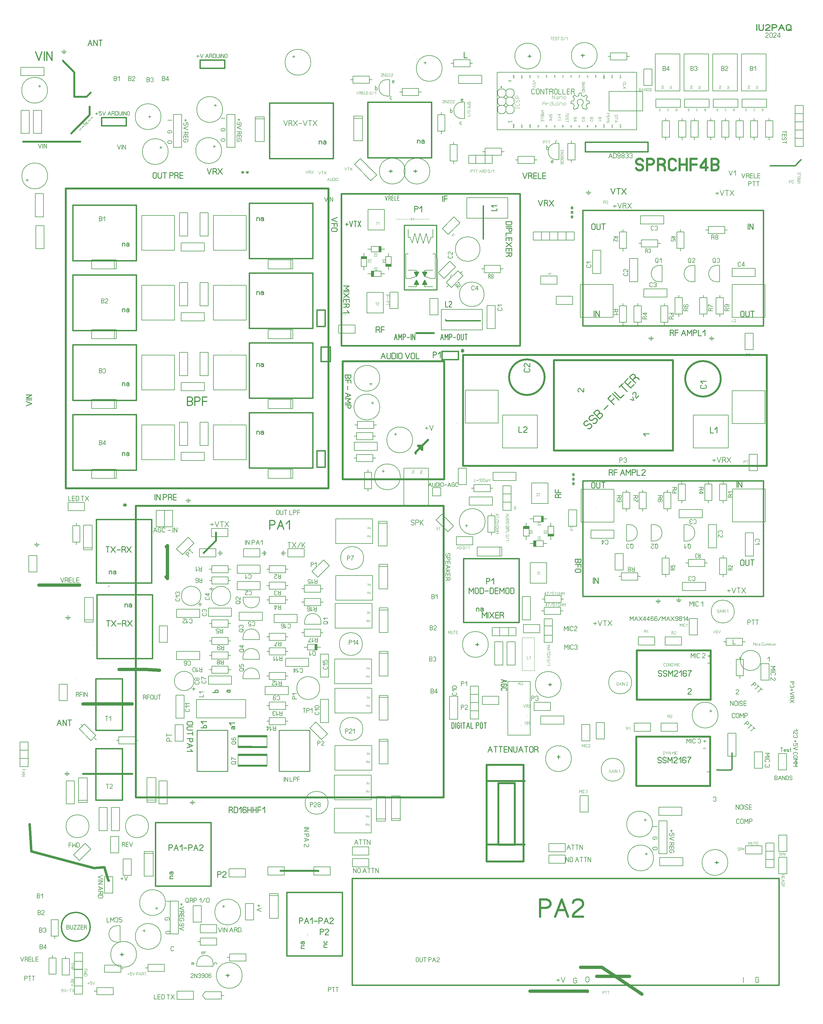
<source format=gbr>
%FSLAX34Y34*%
%MOMM*%
%LNSILK_TOP*%
G71*
G01*
%ADD10C,0.150*%
%ADD11C,0.167*%
%ADD12C,0.170*%
%ADD13C,0.144*%
%ADD14C,0.222*%
%ADD15C,0.111*%
%ADD16C,0.600*%
%ADD17C,0.333*%
%ADD18C,0.100*%
%ADD19C,0.178*%
%ADD20C,0.200*%
%ADD21C,0.400*%
%ADD22C,0.300*%
%ADD23C,0.206*%
%ADD24C,0.250*%
%ADD25C,0.220*%
%ADD26C,0.160*%
%ADD27C,1.000*%
%ADD28C,0.067*%
%ADD29C,0.500*%
%ADD30C,0.156*%
%ADD31C,0.127*%
%ADD32C,0.102*%
%ADD33C,0.050*%
%ADD34C,0.203*%
%ADD35C,0.500*%
%ADD36C,0.650*%
%ADD37C,0.090*%
%ADD38C,0.159*%
%ADD39C,0.635*%
%ADD40C,0.318*%
%ADD41C,0.800*%
%ADD42C,0.667*%
%LPD*%
G54D10*
X246041Y2392567D02*
X223866Y2392567D01*
X223866Y2443267D01*
X246041Y2443267D01*
X246041Y2392567D01*
G54D10*
X234953Y2392367D02*
X234953Y2384467D01*
G54D10*
X234953Y2443367D02*
X234953Y2451267D01*
G54D11*
X212695Y2426842D02*
X211029Y2424842D01*
X209362Y2424175D01*
X206029Y2424175D01*
G54D11*
X206029Y2429508D02*
X219362Y2429508D01*
X219362Y2426175D01*
X218529Y2424842D01*
X216862Y2424175D01*
X215195Y2424175D01*
X213529Y2424842D01*
X212695Y2426175D01*
X212695Y2429508D01*
G54D11*
X206029Y2415175D02*
X206029Y2420508D01*
X206862Y2420508D01*
X208529Y2419842D01*
X213529Y2415842D01*
X215195Y2415175D01*
X216862Y2415175D01*
X218529Y2415842D01*
X219362Y2417175D01*
X219362Y2418508D01*
X218529Y2419842D01*
X216862Y2420508D01*
G54D10*
X166735Y2386586D02*
X141334Y2386586D01*
X141335Y2314986D01*
X166735Y2314986D01*
X166735Y2386586D01*
G54D11*
X133443Y2341930D02*
X135110Y2340930D01*
X135943Y2338930D01*
X135943Y2336930D01*
X135110Y2334930D01*
X133443Y2333930D01*
X125110Y2333930D01*
X123443Y2334930D01*
X122610Y2336930D01*
X122610Y2338930D01*
X123443Y2340930D01*
X125110Y2341930D01*
G54D11*
X127610Y2345597D02*
X122610Y2350597D01*
X135943Y2350597D01*
G54D10*
X281034Y2361186D02*
X255634Y2361186D01*
X255634Y2289586D01*
X281034Y2289586D01*
X281034Y2361186D01*
G54D11*
X247743Y2316531D02*
X249409Y2315531D01*
X250243Y2313531D01*
X250243Y2311531D01*
X249409Y2309531D01*
X247743Y2308531D01*
X239409Y2308531D01*
X237743Y2309531D01*
X236909Y2311531D01*
X236909Y2313531D01*
X237743Y2315531D01*
X239409Y2316531D01*
G54D11*
X250243Y2328198D02*
X250243Y2320198D01*
X249409Y2320198D01*
X247743Y2321198D01*
X242743Y2327198D01*
X241076Y2328198D01*
X239409Y2328198D01*
X237743Y2327198D01*
X236909Y2325198D01*
X236909Y2323198D01*
X237743Y2321198D01*
X239409Y2320198D01*
G54D10*
X246057Y2163967D02*
X223882Y2163967D01*
X223882Y2214667D01*
X246057Y2214667D01*
X246057Y2163967D01*
G54D10*
X234969Y2163767D02*
X234969Y2155867D01*
G54D10*
X234969Y2214767D02*
X234969Y2222667D01*
G54D11*
X212711Y2200442D02*
X211044Y2197442D01*
X209378Y2196442D01*
X206044Y2196442D01*
G54D11*
X206044Y2204442D02*
X219378Y2204442D01*
X219378Y2199442D01*
X218544Y2197442D01*
X216878Y2196442D01*
X215211Y2196442D01*
X213544Y2197442D01*
X212711Y2199442D01*
X212711Y2204442D01*
G54D11*
X214378Y2192776D02*
X219378Y2187776D01*
X206044Y2187776D01*
G54D10*
X342836Y2418931D02*
X342836Y2396756D01*
X292136Y2396756D01*
X292136Y2418931D01*
X342836Y2418931D01*
G54D10*
X343036Y2407844D02*
X350936Y2407844D01*
G54D10*
X292036Y2407844D02*
X284136Y2407844D01*
G54D11*
X308562Y2385586D02*
X310562Y2383919D01*
X311228Y2382252D01*
X311228Y2378919D01*
G54D11*
X305895Y2378919D02*
X305895Y2392252D01*
X309228Y2392252D01*
X310562Y2391419D01*
X311228Y2389752D01*
X311228Y2388086D01*
X310562Y2386419D01*
X309228Y2385586D01*
X305895Y2385586D01*
G54D11*
X314895Y2389752D02*
X315562Y2391419D01*
X316895Y2392252D01*
X318228Y2392252D01*
X319562Y2391419D01*
X320228Y2389752D01*
X320228Y2388086D01*
X319562Y2386419D01*
X318228Y2385586D01*
X319562Y2384752D01*
X320228Y2383086D01*
X320228Y2381419D01*
X319562Y2379752D01*
X318228Y2378919D01*
X316895Y2378919D01*
X315562Y2379752D01*
X314895Y2381419D01*
G54D10*
X269445Y2214625D02*
X291620Y2214625D01*
X291620Y2163925D01*
X269445Y2163926D01*
X269445Y2214625D01*
G54D10*
X280532Y2214826D02*
X280532Y2222726D01*
G54D10*
X280532Y2163825D02*
X280532Y2155925D01*
G54D11*
X302790Y2178183D02*
X304457Y2181183D01*
X306124Y2182183D01*
X309457Y2182183D01*
G54D11*
X309457Y2174183D02*
X296124Y2174183D01*
X296124Y2179183D01*
X296957Y2181183D01*
X298624Y2182183D01*
X300290Y2182183D01*
X301957Y2181183D01*
X302790Y2179183D01*
X302790Y2174183D01*
G54D11*
X309457Y2191850D02*
X296124Y2191850D01*
X304457Y2185850D01*
X306124Y2185850D01*
X306124Y2193850D01*
G54D10*
X423840Y2392566D02*
X401665Y2392566D01*
X401665Y2443266D01*
X423840Y2443266D01*
X423840Y2392566D01*
G54D10*
X412753Y2392366D02*
X412753Y2384466D01*
G54D10*
X412753Y2443366D02*
X412752Y2451266D01*
G54D11*
X390495Y2426841D02*
X388828Y2424841D01*
X387162Y2424174D01*
X383828Y2424174D01*
G54D11*
X383828Y2429508D02*
X397162Y2429508D01*
X397162Y2426174D01*
X396328Y2424841D01*
X394662Y2424174D01*
X392995Y2424174D01*
X391328Y2424841D01*
X390495Y2426174D01*
X390495Y2429508D01*
G54D11*
X397162Y2415174D02*
X397162Y2420508D01*
X391328Y2420508D01*
X391328Y2419841D01*
X392162Y2418508D01*
X392162Y2417174D01*
X391328Y2415841D01*
X389662Y2415174D01*
X386328Y2415174D01*
X384662Y2415841D01*
X383828Y2417174D01*
X383828Y2418508D01*
X384662Y2419841D01*
X386328Y2420508D01*
G54D10*
X371222Y2242534D02*
X371222Y2267934D01*
X299622Y2267934D01*
X299622Y2242534D01*
X371222Y2242534D01*
G54D11*
X326566Y2275826D02*
X325566Y2274159D01*
X323566Y2273326D01*
X321566Y2273326D01*
X319566Y2274159D01*
X318566Y2275826D01*
X318566Y2284159D01*
X319566Y2285826D01*
X321566Y2286659D01*
X323566Y2286659D01*
X325566Y2285826D01*
X326566Y2284159D01*
G54D11*
X330233Y2284159D02*
X331233Y2285826D01*
X333233Y2286659D01*
X335233Y2286659D01*
X337233Y2285826D01*
X338233Y2284159D01*
X338233Y2282492D01*
X337233Y2280826D01*
X335233Y2279992D01*
X337233Y2279159D01*
X338233Y2277492D01*
X338233Y2275826D01*
X337233Y2274159D01*
X335233Y2273326D01*
X333233Y2273326D01*
X331233Y2274159D01*
X330233Y2275826D01*
G54D10*
X396444Y2240025D02*
X418620Y2240025D01*
X418620Y2189325D01*
X396444Y2189326D01*
X396444Y2240025D01*
G54D10*
X407532Y2240226D02*
X407532Y2248126D01*
G54D10*
X407532Y2189225D02*
X407532Y2181325D01*
G54D11*
X429790Y2203583D02*
X431457Y2206583D01*
X433124Y2207583D01*
X436457Y2207583D01*
G54D11*
X436457Y2199583D02*
X423124Y2199583D01*
X423124Y2204583D01*
X423957Y2206583D01*
X425624Y2207583D01*
X427290Y2207583D01*
X428957Y2206583D01*
X429790Y2204583D01*
X429790Y2199583D01*
G54D11*
X425624Y2219250D02*
X423957Y2218250D01*
X423124Y2216250D01*
X423124Y2214250D01*
X423957Y2212250D01*
X425624Y2211250D01*
X429790Y2211250D01*
X430624Y2211250D01*
X428957Y2214250D01*
X428957Y2216250D01*
X429790Y2218250D01*
X431457Y2219250D01*
X433957Y2219250D01*
X435624Y2218250D01*
X436457Y2216250D01*
X436457Y2214250D01*
X435624Y2212250D01*
X433957Y2211250D01*
X429790Y2211250D01*
G54D10*
X472644Y2240025D02*
X494820Y2240025D01*
X494820Y2189325D01*
X472644Y2189326D01*
X472644Y2240025D01*
G54D10*
X483732Y2240226D02*
X483732Y2248126D01*
G54D10*
X483732Y2189225D02*
X483732Y2181325D01*
G54D11*
X505990Y2203583D02*
X507657Y2206583D01*
X509324Y2207583D01*
X512657Y2207583D01*
G54D11*
X512657Y2199583D02*
X499324Y2199583D01*
X499324Y2204583D01*
X500157Y2206583D01*
X501824Y2207583D01*
X503490Y2207583D01*
X505157Y2206583D01*
X505990Y2204583D01*
X505990Y2199583D01*
G54D11*
X499324Y2211250D02*
X499324Y2219250D01*
X500990Y2218250D01*
X503490Y2216250D01*
X506824Y2214250D01*
X509324Y2213250D01*
X512657Y2213250D01*
G54D10*
X523444Y2240025D02*
X545620Y2240025D01*
X545620Y2189325D01*
X523444Y2189326D01*
X523444Y2240025D01*
G54D10*
X534532Y2240226D02*
X534532Y2248126D01*
G54D10*
X534532Y2189225D02*
X534532Y2181325D01*
G54D11*
X556790Y2203583D02*
X558457Y2206583D01*
X560124Y2207583D01*
X563457Y2207583D01*
G54D11*
X563457Y2199583D02*
X550124Y2199583D01*
X550124Y2204583D01*
X550957Y2206583D01*
X552624Y2207583D01*
X554290Y2207583D01*
X555957Y2206583D01*
X556790Y2204583D01*
X556790Y2199583D01*
G54D11*
X560957Y2211250D02*
X562624Y2212250D01*
X563457Y2214250D01*
X563457Y2216250D01*
X562624Y2218250D01*
X560957Y2219250D01*
X556790Y2219250D01*
X555957Y2219250D01*
X557624Y2216250D01*
X557624Y2214250D01*
X556790Y2212250D01*
X555124Y2211250D01*
X552624Y2211250D01*
X550957Y2212250D01*
X550124Y2214250D01*
X550124Y2216250D01*
X550957Y2218250D01*
X552624Y2219250D01*
X556790Y2219250D01*
G54D10*
X644277Y2306032D02*
X644278Y2331432D01*
X572677Y2331432D01*
X572677Y2306032D01*
X644277Y2306032D01*
G54D11*
X599654Y2339324D02*
X598654Y2337657D01*
X596654Y2336824D01*
X594654Y2336824D01*
X592654Y2337657D01*
X591654Y2339324D01*
X591654Y2347657D01*
X592654Y2349324D01*
X594654Y2350157D01*
X596654Y2350157D01*
X598654Y2349324D01*
X599654Y2347657D01*
G54D11*
X609321Y2336824D02*
X609321Y2350157D01*
X603321Y2341824D01*
X603321Y2340157D01*
X611321Y2340157D01*
G54D10*
X549812Y2460735D02*
X549812Y2438560D01*
X499112Y2438560D01*
X499112Y2460735D01*
X549812Y2460735D01*
G54D10*
X550012Y2449648D02*
X557912Y2449648D01*
G54D10*
X499012Y2449648D02*
X491112Y2449648D01*
G54D11*
X513370Y2427390D02*
X516370Y2425723D01*
X517370Y2424056D01*
X517370Y2420723D01*
G54D11*
X509370Y2420723D02*
X509370Y2434056D01*
X514370Y2434056D01*
X516370Y2433223D01*
X517370Y2431556D01*
X517370Y2429890D01*
X516370Y2428223D01*
X514370Y2427390D01*
X509370Y2427390D01*
G54D11*
X526036Y2427390D02*
X524036Y2427390D01*
X522036Y2428223D01*
X521036Y2429890D01*
X521036Y2431556D01*
X522036Y2433223D01*
X524036Y2434056D01*
X526036Y2434056D01*
X528036Y2433223D01*
X529036Y2431556D01*
X529036Y2429890D01*
X528036Y2428223D01*
X526036Y2427390D01*
X528036Y2426556D01*
X529036Y2424890D01*
X529036Y2423223D01*
X528036Y2421556D01*
X526036Y2420723D01*
X524036Y2420723D01*
X522036Y2421556D01*
X521036Y2423223D01*
X521036Y2424890D01*
X522036Y2426556D01*
X524036Y2427390D01*
G54D10*
X347966Y2339996D02*
X355966Y2339996D01*
X355966Y2289271D01*
X347966Y2289271D01*
G54D10*
G75*
G01X348004Y2340127D02*
G03X348004Y2289127I0J-25500D01*
G01*
G54D11*
X339821Y2351671D02*
X344821Y2349171D01*
G54D11*
X343821Y2360004D02*
X343821Y2351671D01*
X342821Y2350004D01*
X340821Y2349171D01*
X338821Y2349171D01*
X336821Y2350004D01*
X335821Y2351671D01*
X335821Y2360004D01*
X336821Y2361671D01*
X338821Y2362504D01*
X340821Y2362504D01*
X342821Y2361671D01*
X343821Y2360004D01*
G54D11*
X348488Y2357504D02*
X353488Y2362504D01*
X353488Y2349171D01*
G54D10*
X449566Y2339996D02*
X457566Y2339996D01*
X457566Y2289271D01*
X449566Y2289271D01*
G54D10*
G75*
G01X449604Y2340127D02*
G03X449604Y2289127I0J-25500D01*
G01*
G54D12*
X441421Y2351671D02*
X446421Y2349171D01*
G54D12*
X445421Y2360004D02*
X445421Y2351671D01*
X444421Y2350004D01*
X442421Y2349171D01*
X440421Y2349171D01*
X438421Y2350004D01*
X437421Y2351671D01*
X437421Y2360004D01*
X438421Y2361671D01*
X440421Y2362504D01*
X442421Y2362504D01*
X444421Y2361671D01*
X445421Y2360004D01*
G54D12*
X458121Y2349171D02*
X450121Y2349171D01*
X450121Y2350004D01*
X451121Y2351671D01*
X457121Y2356671D01*
X458121Y2358338D01*
X458121Y2360004D01*
X457121Y2361671D01*
X455121Y2362504D01*
X453121Y2362504D01*
X451121Y2361671D01*
X450121Y2360004D01*
G54D10*
X525766Y2339996D02*
X533766Y2339996D01*
X533766Y2289271D01*
X525766Y2289271D01*
G54D10*
G75*
G01X525804Y2340127D02*
G03X525804Y2289127I0J-25500D01*
G01*
G54D11*
X517638Y2351671D02*
X522638Y2349171D01*
G54D11*
X521638Y2360004D02*
X521638Y2351671D01*
X520638Y2350004D01*
X518638Y2349171D01*
X516638Y2349171D01*
X514638Y2350004D01*
X513638Y2351671D01*
X513638Y2360004D01*
X514638Y2361671D01*
X516638Y2362504D01*
X518638Y2362504D01*
X520638Y2361671D01*
X521638Y2360004D01*
G54D11*
X526305Y2360004D02*
X527305Y2361671D01*
X529305Y2362504D01*
X531305Y2362504D01*
X533305Y2361671D01*
X534305Y2360004D01*
X534305Y2358338D01*
X533305Y2356671D01*
X531305Y2355838D01*
X533305Y2355004D01*
X534305Y2353338D01*
X534305Y2351671D01*
X533305Y2350004D01*
X531305Y2349171D01*
X529305Y2349171D01*
X527305Y2350004D01*
X526305Y2351671D01*
G54D10*
X102766Y2281496D02*
X204366Y2281496D01*
X204366Y2179896D01*
X102766Y2179896D01*
X102766Y2281496D01*
G54D13*
X102016Y2308246D02*
X102016Y2308246D01*
G54D13*
X102016Y2288746D02*
X102016Y2288746D01*
G54D10*
X572666Y2281496D02*
X674266Y2281496D01*
X674266Y2179896D01*
X572666Y2179896D01*
X572666Y2281496D01*
G54D13*
X571916Y2308246D02*
X571916Y2308246D01*
G54D13*
X571916Y2288746D02*
X571916Y2288746D01*
G54D10*
X289376Y2493239D02*
X289376Y2467838D01*
X360976Y2467839D01*
X360976Y2493239D01*
X289376Y2493239D01*
G54D11*
X330365Y2451614D02*
X329365Y2449948D01*
X327365Y2449114D01*
X325365Y2449114D01*
X323365Y2449948D01*
X322365Y2451614D01*
X322365Y2459948D01*
X323365Y2461614D01*
X325365Y2462448D01*
X327365Y2462448D01*
X329365Y2461614D01*
X330365Y2459948D01*
G54D11*
X334032Y2459948D02*
X335032Y2461614D01*
X337032Y2462448D01*
X339032Y2462448D01*
X341032Y2461614D01*
X342032Y2459948D01*
X342032Y2458281D01*
X341032Y2456614D01*
X339032Y2455781D01*
X341032Y2454948D01*
X342032Y2453281D01*
X342032Y2451614D01*
X341032Y2449948D01*
X339032Y2449114D01*
X337032Y2449114D01*
X335032Y2449948D01*
X334032Y2451614D01*
G54D14*
X609682Y2195916D02*
X609682Y2184804D01*
X608349Y2182582D01*
X605682Y2181471D01*
X603016Y2181471D01*
X600349Y2182582D01*
X599016Y2184804D01*
X599016Y2195916D01*
X600349Y2198138D01*
X603016Y2199249D01*
X605682Y2199249D01*
X608349Y2198138D01*
X609682Y2195916D01*
G54D14*
X614572Y2199249D02*
X614572Y2184804D01*
X615905Y2182582D01*
X618572Y2181471D01*
X621238Y2181471D01*
X623905Y2182582D01*
X625238Y2184804D01*
X625238Y2199249D01*
G54D14*
X635461Y2181471D02*
X635461Y2199249D01*
G54D14*
X630128Y2199249D02*
X640794Y2199249D01*
G54D10*
X351995Y2214625D02*
X374170Y2214625D01*
X374170Y2163925D01*
X351995Y2163926D01*
X351995Y2214625D01*
G54D10*
X363082Y2214826D02*
X363082Y2222726D01*
G54D10*
X363082Y2163825D02*
X363082Y2155925D01*
G54D11*
X385340Y2178183D02*
X387007Y2181183D01*
X388674Y2182183D01*
X392007Y2182183D01*
G54D11*
X392007Y2174183D02*
X378674Y2174183D01*
X378674Y2179183D01*
X379507Y2181183D01*
X381174Y2182183D01*
X382840Y2182183D01*
X384507Y2181183D01*
X385340Y2179183D01*
X385340Y2174183D01*
G54D11*
X392007Y2191850D02*
X378674Y2191850D01*
G54D11*
X386674Y2191850D02*
X385007Y2190850D01*
X384507Y2188850D01*
X385007Y2186850D01*
X386674Y2185850D01*
X390007Y2185850D01*
X391674Y2186850D01*
X392007Y2188850D01*
X391674Y2190850D01*
X390007Y2191850D01*
G54D15*
X570350Y2169695D02*
X573018Y2164695D01*
X575684Y2169695D01*
G54D15*
X583461Y2164695D02*
X578128Y2164695D01*
X578128Y2165250D01*
X578794Y2166362D01*
X582794Y2169695D01*
X583461Y2170806D01*
X583461Y2171917D01*
X582794Y2173028D01*
X581461Y2173584D01*
X580128Y2173584D01*
X578794Y2173028D01*
X578128Y2171917D01*
G54D14*
X145784Y2182265D02*
X145784Y2200043D01*
G54D14*
X150673Y2182265D02*
X150673Y2200043D01*
X161340Y2182265D01*
X161340Y2200043D01*
G54D13*
X152816Y2428896D02*
X152816Y2428896D01*
G54D16*
X20741Y2047755D02*
X20740Y1768355D01*
X389041Y1768355D01*
X389041Y2047756D01*
X20741Y2047755D01*
G54D14*
X304854Y1813300D02*
X298188Y1819967D01*
X315966Y1819967D01*
G54D14*
X113115Y1960005D02*
X113116Y1949338D01*
X112004Y1949338D01*
X109782Y1950672D01*
X103115Y1958672D01*
X100893Y1960005D01*
X98671Y1960005D01*
X96449Y1958672D01*
X95338Y1956005D01*
X95338Y1953338D01*
X96449Y1950672D01*
X98671Y1949338D01*
G54D16*
G75*
G01X-7284Y1994355D02*
G03X-7284Y1994355I-55000J0D01*
G01*
G54D16*
G75*
G01X537716Y1989355D02*
G03X537716Y1989355I-55000J0D01*
G01*
G54D10*
X-252109Y1852625D02*
X-252109Y1954225D01*
X-150509Y1954225D01*
X-150509Y1852625D01*
X-252109Y1852625D01*
G54D13*
X-278859Y1851875D02*
X-278859Y1851875D01*
G54D13*
X-259359Y1851875D02*
X-259359Y1851875D01*
G54D10*
X573391Y1851355D02*
X573391Y1952955D01*
X674991Y1952956D01*
X674991Y1851355D01*
X573391Y1851355D01*
G54D13*
X546641Y1850606D02*
X546641Y1850606D01*
G54D13*
X566141Y1850605D02*
X566141Y1850605D01*
G54D14*
X504888Y1839602D02*
X504888Y1821824D01*
X514222Y1821824D01*
G54D14*
X519110Y1832935D02*
X525777Y1839602D01*
X525777Y1821824D01*
G54D14*
X489132Y1970622D02*
X491355Y1969288D01*
X492466Y1966622D01*
X492466Y1963955D01*
X491355Y1961288D01*
X489132Y1959955D01*
X478022Y1959955D01*
X475800Y1961288D01*
X474688Y1963955D01*
X474688Y1966622D01*
X475800Y1969288D01*
X478022Y1970622D01*
G54D14*
X481355Y1975511D02*
X474688Y1982178D01*
X492466Y1982178D01*
G54D14*
X-56968Y2021422D02*
X-54745Y2020089D01*
X-53634Y2017422D01*
X-53634Y2014756D01*
X-54745Y2012089D01*
X-56968Y2010756D01*
X-68078Y2010756D01*
X-70301Y2012089D01*
X-71412Y2014756D01*
X-71412Y2017422D01*
X-70301Y2020089D01*
X-68078Y2021422D01*
G54D14*
X-53634Y2036978D02*
X-53634Y2026312D01*
X-54745Y2026312D01*
X-56968Y2027645D01*
X-63634Y2035645D01*
X-65856Y2036978D01*
X-68078Y2036978D01*
X-70301Y2035645D01*
X-71412Y2032978D01*
X-71412Y2030312D01*
X-70301Y2027645D01*
X-68078Y2026312D01*
G54D17*
X126702Y1835723D02*
X130473Y1834780D01*
X134480Y1836430D01*
X137309Y1839258D01*
X138959Y1843266D01*
X138016Y1847037D01*
X135659Y1849394D01*
X131888Y1850336D01*
X127881Y1848686D01*
X125052Y1845858D01*
X121045Y1844208D01*
X117274Y1845151D01*
X114917Y1847508D01*
X113974Y1851279D01*
X115624Y1855286D01*
X118453Y1858115D01*
X122460Y1859764D01*
X126231Y1858822D01*
G54D17*
X143201Y1852222D02*
X146972Y1851279D01*
X150979Y1852929D01*
X153808Y1855758D01*
X155458Y1859764D01*
X154515Y1863536D01*
X152158Y1865892D01*
X148387Y1866836D01*
X144380Y1865186D01*
X141551Y1862357D01*
X137544Y1860707D01*
X133773Y1861650D01*
X131416Y1864007D01*
X130473Y1867778D01*
X132123Y1871785D01*
X134952Y1874614D01*
X138958Y1876264D01*
X142730Y1875321D01*
G54D17*
X163236Y1865185D02*
X144379Y1884042D01*
X151451Y1891112D01*
X155457Y1892762D01*
X159229Y1891820D01*
X161586Y1889462D01*
X162528Y1885691D01*
X160879Y1881684D01*
X164886Y1883334D01*
X168657Y1882392D01*
X171014Y1880034D01*
X171956Y1876263D01*
X170307Y1872256D01*
X163236Y1865185D01*
G54D17*
X153808Y1874613D02*
X160879Y1881684D01*
G54D17*
X176953Y1895402D02*
X188267Y1906716D01*
G54D17*
X207170Y1909119D02*
X188313Y1927976D01*
X198213Y1937875D01*
G54D17*
X197741Y1918548D02*
X207641Y1928447D01*
G54D17*
X222254Y1924204D02*
X203398Y1943060D01*
G54D17*
X208583Y1948245D02*
X227439Y1929389D01*
X237339Y1939289D01*
G54D17*
X248181Y1950131D02*
X229325Y1968987D01*
G54D17*
X223668Y1963330D02*
X234982Y1974644D01*
G54D17*
X268923Y1970872D02*
X259023Y1960973D01*
X240167Y1979829D01*
X250066Y1989728D01*
G54D17*
X249595Y1970401D02*
X259494Y1980300D01*
G54D17*
X270337Y1991142D02*
X276936Y1993028D01*
X280708Y1992085D01*
X285421Y1987371D01*
G54D17*
X274108Y1976058D02*
X255252Y1994914D01*
X262323Y2001985D01*
X266330Y2003635D01*
X270101Y2002692D01*
X272458Y2000335D01*
X273401Y1996564D01*
X271751Y1992557D01*
X264680Y1985486D01*
G54D10*
X453198Y1775418D02*
X453198Y1877018D01*
X561148Y1877018D01*
X561148Y1775418D01*
X453198Y1775418D01*
G54D14*
X-87058Y1841336D02*
X-87058Y1823558D01*
X-77725Y1823558D01*
G54D14*
X-62170Y1823558D02*
X-72836Y1823558D01*
X-72836Y1824670D01*
X-71503Y1826892D01*
X-63503Y1833558D01*
X-62170Y1835780D01*
X-62170Y1838003D01*
X-63503Y1840225D01*
X-66169Y1841336D01*
X-68836Y1841336D01*
X-71503Y1840225D01*
X-72836Y1838003D01*
G54D10*
X-137352Y1775418D02*
X-137352Y1877018D01*
X-29402Y1877018D01*
X-29402Y1775418D01*
X-137352Y1775418D01*
G54D14*
X257650Y1926212D02*
X268492Y1922912D01*
X265192Y1933754D01*
G54D14*
X283263Y1937683D02*
X275721Y1930140D01*
X274935Y1930926D01*
X274307Y1933440D01*
X275249Y1943811D01*
X274621Y1946325D01*
X273050Y1947896D01*
X270535Y1948525D01*
X267864Y1947425D01*
X265978Y1945540D01*
X264878Y1942868D01*
X265507Y1940354D01*
G54D13*
X152816Y1592284D02*
X152816Y1592284D01*
G54D10*
X-499034Y2337156D02*
X-481634Y2337156D01*
X-481634Y2367556D01*
X-499034Y2367556D01*
X-499034Y2337156D01*
G36*
X-498934Y2337256D02*
X-482234Y2337256D01*
X-482234Y2344456D01*
X-498934Y2344456D01*
X-498934Y2337256D01*
G37*
G54D18*
X-498934Y2337256D02*
X-482234Y2337256D01*
X-482234Y2344456D01*
X-498934Y2344456D01*
X-498934Y2337256D01*
G54D10*
X-490334Y2326156D02*
X-490334Y2337256D01*
G54D10*
X-490334Y2367456D02*
X-490334Y2378556D01*
G54D10*
X-543634Y2322956D02*
X-543634Y2305556D01*
X-513234Y2305556D01*
X-513234Y2322956D01*
X-543634Y2322956D01*
G36*
X-543534Y2322856D02*
X-543534Y2306156D01*
X-536334Y2306156D01*
X-536334Y2322856D01*
X-543534Y2322856D01*
G37*
G54D18*
X-543534Y2322856D02*
X-543534Y2306156D01*
X-536334Y2306156D01*
X-536334Y2322856D01*
X-543534Y2322856D01*
G54D10*
X-554634Y2314256D02*
X-543534Y2314256D01*
G54D10*
X-513334Y2314256D02*
X-502234Y2314256D01*
G54D10*
X-557834Y2367556D02*
X-575234Y2367556D01*
X-575234Y2337156D01*
X-557834Y2337156D01*
X-557834Y2367556D01*
G36*
X-557934Y2367456D02*
X-574634Y2367456D01*
X-574634Y2360256D01*
X-557934Y2360256D01*
X-557934Y2367456D01*
G37*
G54D18*
X-557934Y2367456D02*
X-574634Y2367456D01*
X-574634Y2360256D01*
X-557934Y2360256D01*
X-557934Y2367456D01*
G54D10*
X-566534Y2378556D02*
X-566534Y2367456D01*
G54D10*
X-566534Y2337256D02*
X-566534Y2326156D01*
G54D10*
X-513234Y2381756D02*
X-513234Y2399156D01*
X-543634Y2399156D01*
X-543634Y2381756D01*
X-513234Y2381756D01*
G36*
X-513334Y2381856D02*
X-513334Y2398556D01*
X-520534Y2398556D01*
X-520534Y2381856D01*
X-513334Y2381856D01*
G37*
G54D18*
X-513334Y2381856D02*
X-513334Y2398556D01*
X-520534Y2398556D01*
X-520534Y2381856D01*
X-513334Y2381856D01*
G54D10*
X-502234Y2390456D02*
X-513334Y2390456D01*
G54D10*
X-543534Y2390456D02*
X-554634Y2390456D01*
G54D15*
X-534784Y2333306D02*
X-525896Y2333306D01*
X-525896Y2331084D01*
X-526451Y2330194D01*
X-527562Y2329750D01*
X-533118Y2329750D01*
X-534229Y2330194D01*
X-534784Y2331084D01*
X-534784Y2333306D01*
G54D15*
X-529229Y2327306D02*
X-525896Y2325084D01*
X-534784Y2325084D01*
G54D15*
X-553834Y2358706D02*
X-544946Y2358706D01*
X-544946Y2356484D01*
X-545501Y2355594D01*
X-546612Y2355150D01*
X-552168Y2355150D01*
X-553279Y2355594D01*
X-553834Y2356484D01*
X-553834Y2358706D01*
G54D15*
X-553834Y2349150D02*
X-553834Y2352706D01*
X-553279Y2352706D01*
X-552168Y2352261D01*
X-548834Y2349594D01*
X-547723Y2349150D01*
X-546612Y2349150D01*
X-545501Y2349594D01*
X-544946Y2350484D01*
X-544946Y2351372D01*
X-545501Y2352261D01*
X-546612Y2352706D01*
G54D15*
X-534784Y2377756D02*
X-525896Y2377756D01*
X-525896Y2375534D01*
X-526451Y2374644D01*
X-527562Y2374200D01*
X-533118Y2374200D01*
X-534229Y2374644D01*
X-534784Y2375534D01*
X-534784Y2377756D01*
G54D15*
X-527562Y2371756D02*
X-526451Y2371311D01*
X-525896Y2370422D01*
X-525896Y2369534D01*
X-526451Y2368644D01*
X-527562Y2368200D01*
X-528673Y2368200D01*
X-529784Y2368644D01*
X-530340Y2369534D01*
X-530896Y2368644D01*
X-532007Y2368200D01*
X-533118Y2368200D01*
X-534229Y2368644D01*
X-534784Y2369534D01*
X-534784Y2370422D01*
X-534229Y2371311D01*
X-533118Y2371756D01*
G54D15*
X-509384Y2358706D02*
X-500496Y2358706D01*
X-500496Y2356484D01*
X-501051Y2355594D01*
X-502162Y2355150D01*
X-507718Y2355150D01*
X-508829Y2355594D01*
X-509384Y2356484D01*
X-509384Y2358706D01*
G54D15*
X-509384Y2350039D02*
X-500496Y2350039D01*
X-506051Y2352706D01*
X-507162Y2352706D01*
X-507162Y2349150D01*
G54D10*
X-553922Y2512778D02*
X-553922Y2449279D01*
X-503122Y2449279D01*
X-503122Y2512778D01*
X-553922Y2512778D01*
G54D15*
X-526579Y2465640D02*
X-526579Y2474529D01*
G54D15*
X-528357Y2474529D02*
X-524802Y2474529D01*
G54D15*
X-522357Y2471196D02*
X-520135Y2474529D01*
X-520135Y2465640D01*
G54D10*
X-506416Y2192739D02*
X-506416Y2256239D01*
X-557215Y2256239D01*
X-557215Y2192739D01*
X-506416Y2192739D01*
G54D15*
X-528875Y2216632D02*
X-528875Y2225520D01*
G54D15*
X-530653Y2225520D02*
X-527098Y2225520D01*
G54D15*
X-521098Y2216632D02*
X-524653Y2216632D01*
X-524653Y2217187D01*
X-524209Y2218298D01*
X-521542Y2221632D01*
X-521098Y2222742D01*
X-521098Y2223854D01*
X-521542Y2224965D01*
X-522431Y2225520D01*
X-523320Y2225520D01*
X-524209Y2224964D01*
X-524653Y2223854D01*
G54D14*
X-649918Y2488536D02*
X-667696Y2481869D01*
X-649918Y2475202D01*
G54D14*
X-667696Y2470314D02*
X-649918Y2470314D01*
X-649918Y2460980D01*
G54D14*
X-658807Y2470314D02*
X-658807Y2460980D01*
G54D14*
X-653251Y2445425D02*
X-664362Y2445425D01*
X-666584Y2446758D01*
X-667696Y2449425D01*
X-667696Y2452092D01*
X-666584Y2454758D01*
X-664362Y2456092D01*
X-653251Y2456092D01*
X-651029Y2454758D01*
X-649918Y2452092D01*
X-649918Y2449425D01*
X-651029Y2446758D01*
X-653251Y2445425D01*
G54D14*
X-127139Y2475910D02*
X-109361Y2475910D01*
X-109361Y2469244D01*
X-110472Y2466576D01*
X-112694Y2465244D01*
X-123805Y2465244D01*
X-126028Y2466576D01*
X-127139Y2469244D01*
X-127139Y2475910D01*
G54D14*
X-127139Y2460354D02*
X-109361Y2460354D01*
G54D14*
X-127139Y2455465D02*
X-109361Y2455465D01*
X-109361Y2448798D01*
X-110472Y2446132D01*
X-112694Y2444798D01*
X-114916Y2444798D01*
X-117139Y2446132D01*
X-118250Y2448798D01*
X-118250Y2455465D01*
G54D14*
X-109361Y2439909D02*
X-127139Y2439909D01*
X-127139Y2430576D01*
G54D14*
X-127139Y2416354D02*
X-127139Y2425687D01*
X-109361Y2425687D01*
X-109361Y2416354D01*
G54D14*
X-118250Y2425687D02*
X-118250Y2416354D01*
G54D14*
X-109361Y2411465D02*
X-127139Y2398132D01*
G54D14*
X-127139Y2411465D02*
X-109361Y2398132D01*
G54D14*
X-127139Y2383910D02*
X-127139Y2393243D01*
X-109361Y2393243D01*
X-109361Y2383910D01*
G54D14*
X-118250Y2393243D02*
X-118250Y2383910D01*
G54D14*
X-118250Y2373688D02*
X-120472Y2369688D01*
X-122694Y2368354D01*
X-127139Y2368354D01*
G54D14*
X-127139Y2379021D02*
X-109361Y2379021D01*
X-109361Y2372354D01*
X-110472Y2369688D01*
X-112694Y2368354D01*
X-114916Y2368354D01*
X-117139Y2369688D01*
X-118250Y2372354D01*
X-118250Y2379021D01*
G54D14*
X-323334Y2537590D02*
X-323334Y2555368D01*
G54D14*
X-318446Y2537590D02*
X-318446Y2555368D01*
X-309112Y2555368D01*
G54D14*
X-318446Y2546479D02*
X-309112Y2546479D01*
G54D15*
X-497833Y2249616D02*
X-488944Y2249616D01*
G54D15*
X-497833Y2247172D02*
X-488944Y2247172D01*
X-488944Y2242506D01*
G54D15*
X-493388Y2247172D02*
X-493388Y2242506D01*
G54D15*
X-493944Y2240061D02*
X-493944Y2234728D01*
G54D15*
X-497833Y2229707D02*
X-488944Y2229707D01*
X-488944Y2226374D01*
X-489500Y2225040D01*
X-490611Y2224374D01*
X-491722Y2224374D01*
X-492833Y2225040D01*
X-493388Y2226374D01*
X-493388Y2229707D01*
G54D15*
X-497833Y2219264D02*
X-488944Y2219264D01*
G54D15*
X-488944Y2221930D02*
X-488944Y2216597D01*
G54D19*
X-500663Y2555339D02*
X-497107Y2541117D01*
X-493552Y2555339D01*
G54D19*
X-486796Y2548228D02*
X-484663Y2546450D01*
X-483952Y2544672D01*
X-483952Y2541117D01*
G54D19*
X-489641Y2541117D02*
X-489641Y2555339D01*
X-486085Y2555339D01*
X-484663Y2554450D01*
X-483952Y2552672D01*
X-483952Y2550895D01*
X-484663Y2549117D01*
X-486085Y2548228D01*
X-489641Y2548228D01*
G54D19*
X-475063Y2541117D02*
X-480041Y2541117D01*
X-480041Y2555339D01*
X-475063Y2555339D01*
G54D19*
X-480041Y2548228D02*
X-475063Y2548228D01*
G54D19*
X-471152Y2555339D02*
X-471152Y2541117D01*
X-466174Y2541117D01*
G54D19*
X-457285Y2541117D02*
X-462263Y2541117D01*
X-462263Y2555339D01*
X-457285Y2555339D01*
G54D19*
X-462263Y2548228D02*
X-457285Y2548228D01*
G54D10*
X-121494Y2485740D02*
X-121494Y2549240D01*
X-248494Y2549240D01*
X-248494Y2485740D01*
X-121494Y2485740D01*
G54D10*
X-275673Y2323700D02*
X-259993Y2308019D01*
X-295844Y2272169D01*
X-311524Y2287849D01*
X-275673Y2323700D01*
G54D10*
X-267692Y2316001D02*
X-262106Y2321587D01*
G54D10*
X-303754Y2279938D02*
X-309340Y2274352D01*
G54D11*
X-276330Y2275885D02*
X-273738Y2276121D01*
X-272088Y2275414D01*
X-269731Y2273057D01*
G54D11*
X-273502Y2269286D02*
X-282930Y2278714D01*
X-280573Y2281070D01*
X-279041Y2281424D01*
X-277391Y2280717D01*
X-276212Y2279538D01*
X-275505Y2277888D01*
X-275859Y2276356D01*
X-278216Y2274000D01*
G54D11*
X-276566Y2285078D02*
X-272795Y2288849D01*
X-272088Y2287199D01*
X-271263Y2284488D01*
X-269848Y2281188D01*
X-268552Y2278949D01*
X-266195Y2276592D01*
G54D11*
X-141518Y2208832D02*
X-139852Y2207832D01*
X-139018Y2205832D01*
X-139018Y2203832D01*
X-139852Y2201832D01*
X-141518Y2200832D01*
X-149852Y2200832D01*
X-151518Y2201832D01*
X-152352Y2203832D01*
X-152352Y2205832D01*
X-151518Y2207832D01*
X-149852Y2208832D01*
G54D11*
X-147352Y2212499D02*
X-152352Y2217499D01*
X-139018Y2217499D01*
G54D11*
X-295005Y2370362D02*
X-293338Y2369362D01*
X-292505Y2367362D01*
X-292505Y2365362D01*
X-293338Y2363362D01*
X-295005Y2362362D01*
X-303338Y2362362D01*
X-305005Y2363362D01*
X-305838Y2365362D01*
X-305838Y2367362D01*
X-305005Y2369362D01*
X-303338Y2370362D01*
G54D11*
X-292505Y2382030D02*
X-292505Y2374030D01*
X-293338Y2374030D01*
X-295005Y2375030D01*
X-300005Y2381030D01*
X-301672Y2382030D01*
X-303338Y2382030D01*
X-305005Y2381030D01*
X-305838Y2379030D01*
X-305838Y2377030D01*
X-305005Y2375030D01*
X-303338Y2374030D01*
G54D10*
X-143764Y2340064D02*
X-143764Y2317888D01*
X-194464Y2317888D01*
X-194464Y2340064D01*
X-143764Y2340064D01*
G54D10*
X-143564Y2328976D02*
X-135664Y2328976D01*
G54D10*
X-194564Y2328976D02*
X-202464Y2328976D01*
G54D11*
X-178039Y2306718D02*
X-176039Y2305052D01*
X-175372Y2303385D01*
X-175372Y2300052D01*
G54D11*
X-180705Y2300052D02*
X-180705Y2313385D01*
X-177372Y2313385D01*
X-176039Y2312552D01*
X-175372Y2310885D01*
X-175372Y2309218D01*
X-176039Y2307552D01*
X-177372Y2306718D01*
X-180705Y2306718D01*
G54D11*
X-168372Y2306718D02*
X-169705Y2306718D01*
X-171039Y2307552D01*
X-171705Y2309218D01*
X-171705Y2310885D01*
X-171039Y2312552D01*
X-169705Y2313385D01*
X-168372Y2313385D01*
X-167039Y2312552D01*
X-166372Y2310885D01*
X-166372Y2309218D01*
X-167039Y2307552D01*
X-168372Y2306718D01*
X-167039Y2305885D01*
X-166372Y2304218D01*
X-166372Y2302552D01*
X-167039Y2300885D01*
X-168372Y2300052D01*
X-169705Y2300052D01*
X-171039Y2300885D01*
X-171705Y2302552D01*
X-171705Y2304218D01*
X-171039Y2305885D01*
X-169705Y2306718D01*
G54D14*
X-314121Y2229347D02*
X-314121Y2211569D01*
X-307899Y2211569D01*
G54D14*
X-295899Y2211569D02*
X-303010Y2211569D01*
X-303010Y2212680D01*
X-302121Y2214902D01*
X-296788Y2221569D01*
X-295899Y2223792D01*
X-295899Y2226014D01*
X-296788Y2228236D01*
X-298566Y2229347D01*
X-300343Y2229347D01*
X-302121Y2228236D01*
X-303010Y2226014D01*
G54D14*
X-172966Y2509522D02*
X-155188Y2509522D01*
X-155188Y2515744D01*
G54D14*
X-166299Y2520633D02*
X-172966Y2525078D01*
X-155188Y2525078D01*
G54D20*
G75*
G01X-207294Y2390490D02*
G03X-207294Y2390490I-38100J0D01*
G01*
G54D20*
G75*
G01X-194594Y2250790D02*
G03X-194594Y2250790I-38100J0D01*
G01*
G54D11*
X-224740Y2266352D02*
X-225740Y2264685D01*
X-227740Y2263852D01*
X-229740Y2263852D01*
X-231740Y2264685D01*
X-232740Y2266352D01*
X-232740Y2274685D01*
X-231740Y2276352D01*
X-229740Y2277185D01*
X-227740Y2277185D01*
X-225741Y2276352D01*
X-224740Y2274685D01*
G54D11*
X-215074Y2263852D02*
X-215074Y2277185D01*
X-221073Y2268852D01*
X-221074Y2267185D01*
X-213074Y2267185D01*
G54D10*
X-185220Y2144468D02*
X-159820Y2144468D01*
X-159820Y2216068D01*
X-185220Y2216068D01*
X-185220Y2144468D01*
G54D11*
X-154428Y2197124D02*
X-154428Y2197124D01*
G54D21*
X-197694Y2422240D02*
X-197694Y2523840D01*
G54D22*
X-441440Y2263894D02*
X-340840Y2263994D01*
X-340940Y2463894D01*
X-441440Y2463894D01*
X-441440Y2263894D01*
G54D20*
X-429340Y2452494D02*
X-429340Y2427094D01*
X-423040Y2427094D01*
X-423140Y2427094D01*
X-416740Y2409594D01*
X-416640Y2409594D01*
X-408740Y2439794D01*
X-400740Y2407994D01*
X-392840Y2439794D01*
X-383240Y2407994D01*
X-373840Y2439794D01*
X-365840Y2407994D01*
X-359440Y2427094D01*
X-353140Y2427094D01*
X-353140Y2452494D01*
G54D20*
X-429340Y2274694D02*
X-404040Y2274694D01*
X-404040Y2293694D01*
G54D20*
X-429340Y2325494D02*
X-404040Y2325494D01*
X-404040Y2306494D01*
G54D20*
X-353140Y2274694D02*
X-378540Y2274694D01*
X-378540Y2293694D01*
G54D20*
X-353140Y2325494D02*
X-378540Y2325494D01*
X-378540Y2306494D01*
G36*
X-403940Y2293694D02*
X-403940Y2293794D01*
X-410340Y2281094D01*
X-397640Y2281094D01*
X-404040Y2293694D01*
X-403940Y2293694D01*
G37*
G54D22*
X-403940Y2293694D02*
X-403940Y2293794D01*
X-410340Y2281094D01*
X-397640Y2281094D01*
X-404040Y2293694D01*
X-403940Y2293694D01*
G36*
X-378540Y2293594D02*
X-378540Y2293694D01*
X-384940Y2280994D01*
X-372240Y2280994D01*
X-378640Y2293594D01*
X-378540Y2293594D01*
G37*
G54D22*
X-378540Y2293594D02*
X-378540Y2293694D01*
X-384940Y2280994D01*
X-372240Y2280994D01*
X-378640Y2293594D01*
X-378540Y2293594D01*
G36*
X-403840Y2306694D02*
X-403840Y2306594D01*
X-397440Y2319294D01*
X-410140Y2319294D01*
X-403740Y2306694D01*
X-403840Y2306694D01*
G37*
G54D22*
X-403840Y2306694D02*
X-403840Y2306594D01*
X-397440Y2319294D01*
X-410140Y2319294D01*
X-403740Y2306694D01*
X-403840Y2306694D01*
G36*
X-378540Y2306594D02*
X-378540Y2306494D01*
X-372140Y2319194D01*
X-384840Y2319194D01*
X-378440Y2306594D01*
X-378540Y2306594D01*
G37*
G54D22*
X-378540Y2306594D02*
X-378540Y2306494D01*
X-372140Y2319194D01*
X-384840Y2319194D01*
X-378440Y2306594D01*
X-378540Y2306594D01*
G54D20*
X-403940Y2306494D02*
X-403940Y2306394D01*
X-422940Y2299994D01*
X-422940Y2300094D01*
X-437240Y2300094D01*
X-437240Y2363594D01*
X-437240Y2376294D01*
X-429340Y2376294D01*
G54D20*
X-378540Y2306494D02*
X-378540Y2306494D01*
X-359540Y2300094D01*
X-345240Y2300094D01*
X-345240Y2376294D01*
X-353140Y2376294D01*
G54D10*
X-199609Y2140186D02*
X-199609Y2203686D01*
X-326609Y2203686D01*
X-326609Y2140186D01*
X-199609Y2140186D01*
G54D21*
X-206889Y2169691D02*
X-311664Y2169691D01*
X-313909Y2171936D01*
G54D14*
X-472871Y2109969D02*
X-468427Y2127747D01*
X-463982Y2109969D01*
G54D14*
X-471094Y2116636D02*
X-465760Y2116636D01*
G54D14*
X-459093Y2109969D02*
X-459093Y2127747D01*
X-454649Y2116636D01*
X-450204Y2127747D01*
X-450204Y2109969D01*
G54D14*
X-445315Y2109969D02*
X-445315Y2127747D01*
X-440871Y2127747D01*
X-439093Y2126636D01*
X-438204Y2124414D01*
X-438204Y2122191D01*
X-439093Y2119969D01*
X-440871Y2118858D01*
X-445315Y2118858D01*
G54D14*
X-433315Y2117747D02*
X-426204Y2117747D01*
G54D14*
X-421315Y2109969D02*
X-421315Y2127747D01*
G54D14*
X-416426Y2109969D02*
X-416426Y2127747D01*
X-409315Y2109969D01*
X-409315Y2127747D01*
G54D14*
X-329681Y2110039D02*
X-325236Y2127817D01*
X-320792Y2110039D01*
G54D14*
X-327903Y2116706D02*
X-322570Y2116706D01*
G54D14*
X-315903Y2110039D02*
X-315903Y2127817D01*
X-311458Y2116706D01*
X-307014Y2127817D01*
X-307014Y2110039D01*
G54D14*
X-302125Y2110039D02*
X-302125Y2127817D01*
X-297680Y2127817D01*
X-295902Y2126706D01*
X-295014Y2124484D01*
X-295014Y2122261D01*
X-295902Y2120039D01*
X-297680Y2118928D01*
X-302125Y2118928D01*
G54D14*
X-290125Y2117817D02*
X-283014Y2117817D01*
G54D14*
X-271014Y2124484D02*
X-271014Y2113372D01*
X-271902Y2111150D01*
X-273680Y2110039D01*
X-275458Y2110039D01*
X-277236Y2111150D01*
X-278125Y2113372D01*
X-278125Y2124484D01*
X-277236Y2126706D01*
X-275458Y2127817D01*
X-273680Y2127817D01*
X-271902Y2126706D01*
X-271014Y2124484D01*
G54D14*
X-266125Y2127817D02*
X-266125Y2113372D01*
X-265236Y2111150D01*
X-263458Y2110039D01*
X-261680Y2110039D01*
X-259902Y2111150D01*
X-259014Y2113372D01*
X-259014Y2127817D01*
G54D14*
X-250569Y2110039D02*
X-250569Y2127817D01*
G54D14*
X-254125Y2127817D02*
X-247014Y2127817D01*
G54D10*
X-55555Y1533154D02*
X-72955Y1533154D01*
X-72956Y1502754D01*
X-55555Y1502754D01*
X-55555Y1533154D01*
G36*
X-55655Y1533054D02*
X-72355Y1533054D01*
X-72355Y1525854D01*
X-55656Y1525854D01*
X-55655Y1533054D01*
G37*
G54D18*
X-55655Y1533054D02*
X-72355Y1533054D01*
X-72355Y1525854D01*
X-55656Y1525854D01*
X-55655Y1533054D01*
G54D10*
X-64256Y1544154D02*
X-64256Y1533054D01*
G54D10*
X-64256Y1502854D02*
X-64256Y1491754D01*
G54D10*
X-10955Y1547354D02*
X-10956Y1564754D01*
X-41356Y1564754D01*
X-41356Y1547354D01*
X-10955Y1547354D01*
G36*
X-11056Y1547454D02*
X-11056Y1564154D01*
X-18256Y1564154D01*
X-18256Y1547454D01*
X-11056Y1547454D01*
G37*
G54D18*
X-11056Y1547454D02*
X-11056Y1564154D01*
X-18256Y1564154D01*
X-18256Y1547454D01*
X-11056Y1547454D01*
G54D10*
X44Y1556054D02*
X-11055Y1556054D01*
G54D10*
X-41256Y1556054D02*
X-52355Y1556054D01*
G54D10*
X3244Y1502754D02*
X20645Y1502754D01*
X20644Y1533154D01*
X3244Y1533154D01*
X3244Y1502754D01*
G36*
X3344Y1502854D02*
X20044Y1502854D01*
X20044Y1510054D01*
X3344Y1510054D01*
X3344Y1502854D01*
G37*
G54D18*
X3344Y1502854D02*
X20044Y1502854D01*
X20044Y1510054D01*
X3344Y1510054D01*
X3344Y1502854D01*
G54D10*
X11944Y1491754D02*
X11944Y1502854D01*
G54D10*
X11944Y1533054D02*
X11944Y1544154D01*
G54D10*
X-41356Y1488554D02*
X-41356Y1471154D01*
X-10956Y1471154D01*
X-10956Y1488554D01*
X-41356Y1488554D01*
G36*
X-41256Y1488454D02*
X-41256Y1471754D01*
X-34056Y1471754D01*
X-34056Y1488454D01*
X-41256Y1488454D01*
G37*
G54D18*
X-41256Y1488454D02*
X-41256Y1471754D01*
X-34056Y1471754D01*
X-34056Y1488454D01*
X-41256Y1488454D01*
G54D10*
X-52356Y1479854D02*
X-41256Y1479854D01*
G54D10*
X-11056Y1479854D02*
X44Y1479854D01*
G54D15*
X-19805Y1537004D02*
X-28694Y1537004D01*
X-28694Y1539226D01*
X-28139Y1540115D01*
X-27028Y1540560D01*
X-21472Y1540560D01*
X-20361Y1540115D01*
X-19805Y1539226D01*
X-19805Y1537004D01*
G54D15*
X-25361Y1543004D02*
X-28694Y1545226D01*
X-19805Y1545226D01*
G54D15*
X-756Y1511604D02*
X-9644Y1511604D01*
X-9644Y1513826D01*
X-9089Y1514715D01*
X-7978Y1515160D01*
X-2422Y1515160D01*
X-1311Y1514715D01*
X-755Y1513826D01*
X-756Y1511604D01*
G54D15*
X-756Y1521160D02*
X-756Y1517604D01*
X-1311Y1517604D01*
X-2422Y1518048D01*
X-5755Y1520715D01*
X-6867Y1521160D01*
X-7978Y1521160D01*
X-9089Y1520715D01*
X-9644Y1519826D01*
X-9644Y1518937D01*
X-9089Y1518048D01*
X-7978Y1517604D01*
G54D15*
X-19806Y1492554D02*
X-28694Y1492554D01*
X-28694Y1494776D01*
X-28139Y1495665D01*
X-27028Y1496110D01*
X-21472Y1496110D01*
X-20361Y1495665D01*
X-19806Y1494776D01*
X-19806Y1492554D01*
G54D15*
X-27028Y1498554D02*
X-28139Y1498998D01*
X-28694Y1499888D01*
X-28694Y1500776D01*
X-28139Y1501665D01*
X-27028Y1502110D01*
X-25917Y1502110D01*
X-24806Y1501665D01*
X-24250Y1500776D01*
X-23694Y1501665D01*
X-22583Y1502110D01*
X-21472Y1502110D01*
X-20361Y1501665D01*
X-19806Y1500776D01*
X-19805Y1499888D01*
X-20361Y1498998D01*
X-21472Y1498554D01*
G54D15*
X-45206Y1511604D02*
X-54094Y1511604D01*
X-54094Y1513826D01*
X-53539Y1514715D01*
X-52428Y1515160D01*
X-46872Y1515160D01*
X-45761Y1514715D01*
X-45205Y1513826D01*
X-45206Y1511604D01*
G54D15*
X-45206Y1520271D02*
X-54094Y1520271D01*
X-48539Y1517604D01*
X-47428Y1517604D01*
X-47428Y1521160D01*
G54D10*
X-668Y1357531D02*
X-668Y1421031D01*
X-51468Y1421031D01*
X-51468Y1357531D01*
X-668Y1357531D01*
G54D15*
X-20511Y1385900D02*
X-29400Y1385900D01*
G54D15*
X-29400Y1384122D02*
X-29400Y1387677D01*
G54D15*
X-26067Y1390122D02*
X-29400Y1392344D01*
X-20511Y1392344D01*
G54D10*
X-47780Y1667495D02*
X-47781Y1603995D01*
X3019Y1603995D01*
X3019Y1667495D01*
X-47780Y1667495D01*
G54D15*
X-22774Y1628549D02*
X-31663Y1628549D01*
G54D15*
X-31663Y1626771D02*
X-31663Y1630326D01*
G54D15*
X-22774Y1636326D02*
X-22774Y1632771D01*
X-23330Y1632771D01*
X-24441Y1633216D01*
X-27775Y1635882D01*
X-28886Y1636326D01*
X-29997Y1636326D01*
X-31108Y1635882D01*
X-31663Y1634993D01*
X-31663Y1634104D01*
X-31108Y1633216D01*
X-29997Y1632771D01*
G54D14*
X86726Y1431480D02*
X104504Y1431480D01*
X104504Y1424813D01*
X103392Y1422146D01*
X101170Y1420813D01*
X98948Y1420813D01*
X96726Y1422146D01*
X95615Y1424813D01*
X94504Y1422146D01*
X92281Y1420813D01*
X90059Y1420813D01*
X87837Y1422146D01*
X86726Y1424813D01*
X86726Y1431480D01*
G54D14*
X95615Y1431480D02*
X95615Y1424813D01*
G54D14*
X86726Y1415924D02*
X104504Y1415924D01*
X104504Y1406590D01*
G54D14*
X95615Y1415924D02*
X95615Y1406590D01*
G54D14*
X101170Y1391035D02*
X90059Y1391035D01*
X87837Y1392368D01*
X86726Y1395035D01*
X86726Y1397702D01*
X87837Y1400368D01*
X90059Y1401702D01*
X101170Y1401702D01*
X103392Y1400368D01*
X104504Y1397702D01*
X104504Y1395035D01*
X103392Y1392368D01*
X101170Y1391035D01*
G54D14*
X34367Y1627614D02*
X36589Y1631614D01*
X38811Y1632948D01*
X43256Y1632948D01*
G54D14*
X43256Y1622281D02*
X25478Y1622281D01*
X25478Y1628948D01*
X26589Y1631614D01*
X28811Y1632948D01*
X31033Y1632948D01*
X33256Y1631614D01*
X34367Y1628948D01*
X34367Y1622281D01*
G54D14*
X43256Y1637837D02*
X25478Y1637837D01*
X25478Y1647170D01*
G54D14*
X34367Y1637837D02*
X34367Y1647170D01*
G54D15*
X-101714Y1585318D02*
X-101714Y1594208D01*
G54D15*
X-99270Y1585319D02*
X-99270Y1594208D01*
X-94603Y1594208D01*
G54D15*
X-99270Y1589763D02*
X-94603Y1589763D01*
G54D21*
X-86595Y1433288D02*
X-86595Y1236438D01*
X-258045Y1236438D01*
X-258045Y1433288D01*
X-86595Y1433288D01*
G54D14*
X-218689Y1271366D02*
X-218689Y1281366D01*
G54D14*
X-218689Y1279142D02*
X-217356Y1280698D01*
X-214689Y1281366D01*
X-212023Y1280698D01*
X-210689Y1279143D01*
X-210689Y1271365D01*
G54D14*
X-205800Y1280254D02*
X-203134Y1281365D01*
X-199934Y1281366D01*
X-197800Y1279143D01*
X-197800Y1271365D01*
G54D14*
X-197800Y1274698D02*
X-199133Y1276920D01*
X-201800Y1277366D01*
X-204467Y1276920D01*
X-205800Y1274698D01*
X-205267Y1272476D01*
X-203134Y1271366D01*
X-201800Y1271366D01*
X-201267Y1271365D01*
X-199133Y1272476D01*
X-197800Y1274698D01*
G54D10*
X-216018Y1441429D02*
X-216018Y1468828D01*
X-139818Y1468828D01*
X-139818Y1441428D01*
X-216018Y1441429D01*
G54D10*
X-146118Y1468829D02*
X-146118Y1441428D01*
G54D10*
X-535916Y1857724D02*
X-535916Y1835550D01*
X-586616Y1835549D01*
X-586616Y1857724D01*
X-535916Y1857724D01*
G54D10*
X-535716Y1846637D02*
X-527816Y1846637D01*
G54D10*
X-586716Y1846637D02*
X-594616Y1846637D01*
G54D11*
X-576358Y1817712D02*
X-576358Y1817712D01*
G54D10*
X-589266Y1801172D02*
X-589266Y1823347D01*
X-538566Y1823347D01*
X-538566Y1801172D01*
X-589266Y1801172D01*
G54D10*
X-589466Y1812259D02*
X-597366Y1812260D01*
G54D10*
X-538466Y1812260D02*
X-530566Y1812260D01*
G54D11*
X-548824Y1841184D02*
X-548824Y1841184D01*
G54D10*
X-596344Y1793676D02*
X-596343Y1768275D01*
X-524743Y1768275D01*
X-524744Y1793675D01*
X-596344Y1793676D01*
G54D11*
X-543688Y1762884D02*
X-543688Y1762884D01*
G54D10*
X-544585Y1969691D02*
X-544585Y1977291D01*
G54D10*
X-548385Y1973491D02*
X-540785Y1973491D01*
G54D10*
G75*
G01X-517435Y1990997D02*
G03X-517435Y1990997I-39850J0D01*
G01*
G54D10*
X-564821Y1700520D02*
X-542646Y1700520D01*
X-542646Y1649820D01*
X-564821Y1649820D01*
X-564821Y1700520D01*
G54D10*
X-553734Y1700720D02*
X-553734Y1708620D01*
G54D10*
X-553734Y1649720D02*
X-553734Y1641820D01*
G54D11*
X-524809Y1660078D02*
X-524809Y1660078D01*
G54D10*
X-506485Y1707503D02*
X-506485Y1699904D01*
G54D10*
X-502685Y1703703D02*
X-510285Y1703704D01*
G54D10*
G75*
G01X-453935Y1686197D02*
G03X-453935Y1686197I-39850J0D01*
G01*
G54D10*
X-535979Y1914798D02*
X-543579Y1914798D01*
G54D10*
X-539779Y1910998D02*
X-539779Y1918598D01*
G54D10*
G75*
G01X-517435Y1902097D02*
G03X-517435Y1902097I-39850J0D01*
G01*
G54D10*
X-468385Y1821804D02*
X-468385Y1814204D01*
G54D10*
X-464585Y1818004D02*
X-472185Y1818004D01*
G54D10*
G75*
G01X-415835Y1800498D02*
G03X-415835Y1800498I-39850J0D01*
G01*
G54D10*
X-589211Y1733525D02*
X-589211Y1755700D01*
X-538511Y1755700D01*
X-538511Y1733525D01*
X-589211Y1733525D01*
G54D10*
X-589411Y1744612D02*
X-597311Y1744612D01*
G54D10*
X-538411Y1744612D02*
X-530511Y1744612D01*
G54D11*
X-552270Y1773537D02*
X-552270Y1773537D01*
G54D20*
X-377120Y1836804D02*
X-367520Y1836804D01*
G54D20*
X-372320Y1840804D02*
X-372320Y1832804D01*
G54D20*
X-363120Y1845804D02*
X-357120Y1829804D01*
X-351120Y1845804D01*
G54D20*
X-420179Y1540262D02*
X-418979Y1538262D01*
X-416579Y1537262D01*
X-414179Y1537262D01*
X-411779Y1538262D01*
X-410579Y1540262D01*
X-410579Y1542262D01*
X-411779Y1544262D01*
X-414179Y1545262D01*
X-416579Y1545262D01*
X-418979Y1546262D01*
X-420179Y1548262D01*
X-420179Y1550262D01*
X-418979Y1552262D01*
X-416579Y1553262D01*
X-414179Y1553262D01*
X-411779Y1552262D01*
X-410579Y1550262D01*
G54D20*
X-406179Y1537262D02*
X-406179Y1553262D01*
X-400179Y1553262D01*
X-397779Y1552262D01*
X-396579Y1550262D01*
X-396579Y1548262D01*
X-397779Y1546262D01*
X-400179Y1545262D01*
X-406179Y1545262D01*
G54D20*
X-392179Y1537262D02*
X-392179Y1553262D01*
G54D20*
X-392179Y1542262D02*
X-382579Y1553262D01*
G54D20*
X-388579Y1545262D02*
X-382579Y1537262D01*
G54D14*
X-513743Y2051578D02*
X-507077Y2069355D01*
X-500410Y2051578D01*
G54D14*
X-511077Y2058244D02*
X-503077Y2058244D01*
G54D14*
X-495521Y2069355D02*
X-495521Y2054911D01*
X-494188Y2052688D01*
X-491521Y2051578D01*
X-488855Y2051578D01*
X-486188Y2052688D01*
X-484855Y2054911D01*
X-484855Y2069355D01*
G54D14*
X-479965Y2051578D02*
X-479965Y2069355D01*
X-473299Y2069355D01*
X-470632Y2068244D01*
X-469299Y2066022D01*
X-469299Y2054911D01*
X-470632Y2052688D01*
X-473299Y2051578D01*
X-479965Y2051578D01*
G54D14*
X-464409Y2051578D02*
X-464409Y2069355D01*
G54D14*
X-448854Y2066022D02*
X-448854Y2054911D01*
X-450187Y2052688D01*
X-452854Y2051578D01*
X-455520Y2051578D01*
X-458187Y2052688D01*
X-459520Y2054911D01*
X-459520Y2066022D01*
X-458187Y2068244D01*
X-455520Y2069355D01*
X-452854Y2069355D01*
X-450187Y2068244D01*
X-448854Y2066022D01*
G54D14*
X-438808Y2069355D02*
X-432142Y2051578D01*
X-425475Y2069355D01*
G54D14*
X-409920Y2066022D02*
X-409920Y2054911D01*
X-411253Y2052688D01*
X-413920Y2051578D01*
X-416586Y2051578D01*
X-419253Y2052688D01*
X-420586Y2054911D01*
X-420586Y2066022D01*
X-419253Y2068244D01*
X-416586Y2069355D01*
X-413920Y2069355D01*
X-411253Y2068244D01*
X-409920Y2066022D01*
G54D14*
X-405030Y2069355D02*
X-405030Y2051578D01*
X-395697Y2051578D01*
G54D20*
X-366785Y1713142D02*
X-366785Y1598842D01*
X-442985Y1598842D01*
X-442985Y1713142D01*
X-366785Y1713142D01*
G54D15*
X-417585Y1706792D02*
X-412585Y1706792D01*
G54D15*
X-413696Y1706792D02*
X-412919Y1706124D01*
X-412585Y1704791D01*
X-412919Y1703458D01*
X-413696Y1702791D01*
X-417585Y1702791D01*
G54D15*
X-412919Y1697014D02*
X-412585Y1698347D01*
X-412919Y1699680D01*
X-414030Y1700348D01*
X-416252Y1700348D01*
X-417363Y1699680D01*
X-417585Y1698347D01*
X-417363Y1697014D01*
G54D15*
X-392185Y1706792D02*
X-387185Y1706791D01*
G54D15*
X-388296Y1706792D02*
X-387518Y1706125D01*
X-387185Y1704792D01*
X-387519Y1703458D01*
X-388296Y1702792D01*
X-392185Y1702792D01*
G54D15*
X-390852Y1696348D02*
X-388630Y1696348D01*
X-387519Y1697014D01*
X-387185Y1698348D01*
X-387519Y1699680D01*
X-388630Y1700348D01*
X-390852Y1700348D01*
X-391963Y1699680D01*
X-392185Y1698348D01*
X-391963Y1697014D01*
X-390852Y1696348D01*
G54D20*
X-366968Y1678902D02*
X-366968Y1685253D01*
G54D23*
X-79994Y917146D02*
X-79994Y917146D01*
G54D23*
X-60494Y917146D02*
X-60494Y917146D01*
G54D11*
X410590Y1179618D02*
X410590Y1179618D01*
G54D11*
X416259Y1152201D02*
X416259Y1152201D01*
G54D10*
X-1152576Y1739054D02*
X-1254176Y1739054D01*
X-1254176Y1847004D01*
X-1152576Y1847004D01*
X-1152576Y1739054D01*
G54D10*
X-1132082Y1762166D02*
X-1132082Y1736766D01*
X-1060482Y1736766D01*
X-1060482Y1762166D01*
X-1132082Y1762166D01*
G54D11*
X-977827Y1858374D02*
X-977827Y1858374D01*
G54D10*
X-930326Y1739054D02*
X-1031926Y1739054D01*
X-1031926Y1847004D01*
X-930326Y1847004D01*
X-930326Y1739054D01*
G54D10*
X-1073637Y1783216D02*
X-1048236Y1783216D01*
X-1048236Y1854816D01*
X-1073636Y1854816D01*
X-1073637Y1783216D01*
G54D11*
X-1042845Y1835872D02*
X-1042845Y1835872D01*
G54D10*
X-1137137Y1783216D02*
X-1111736Y1783216D01*
X-1111736Y1854816D01*
X-1137136Y1854816D01*
X-1137137Y1783216D01*
G54D11*
X-1106345Y1835872D02*
X-1106345Y1835872D01*
G54D21*
X-724835Y1713477D02*
X-921685Y1713477D01*
X-921685Y1884927D01*
X-724835Y1884927D01*
X-724835Y1713477D01*
G54D14*
X-898338Y1817946D02*
X-898337Y1827946D01*
G54D14*
X-898338Y1825724D02*
X-897004Y1827280D01*
X-894338Y1827946D01*
X-891671Y1827280D01*
X-890337Y1825724D01*
X-890337Y1817946D01*
G54D14*
X-885448Y1826836D02*
X-882782Y1827946D01*
X-879582Y1827946D01*
X-877448Y1825724D01*
X-877448Y1817946D01*
G54D14*
X-877448Y1821280D02*
X-878782Y1823502D01*
X-881448Y1823946D01*
X-884115Y1823502D01*
X-885448Y1821280D01*
X-884915Y1819058D01*
X-882782Y1817946D01*
X-881448Y1817946D01*
X-880915Y1817947D01*
X-878782Y1819058D01*
X-877448Y1821280D01*
G54D10*
X-862606Y1681766D02*
X-862606Y1709166D01*
X-786406Y1709167D01*
X-786406Y1681767D01*
X-862606Y1681766D01*
G54D10*
X-792706Y1709167D02*
X-792706Y1681766D01*
G54D21*
X-1467786Y1878577D02*
X-1270936Y1878577D01*
X-1270936Y1707127D01*
X-1467786Y1707127D01*
X-1467786Y1878577D01*
G54D14*
X-1314436Y1751712D02*
X-1314435Y1761712D01*
G54D14*
X-1314436Y1759490D02*
X-1313102Y1761045D01*
X-1310436Y1761712D01*
X-1307769Y1761045D01*
X-1306435Y1759490D01*
X-1306435Y1751712D01*
G54D14*
X-1301546Y1760601D02*
X-1298880Y1761712D01*
X-1295680Y1761712D01*
X-1293546Y1759490D01*
X-1293546Y1751712D01*
G54D14*
X-1293546Y1755045D02*
X-1294880Y1757268D01*
X-1297546Y1757712D01*
X-1300213Y1757268D01*
X-1301546Y1755046D01*
X-1301013Y1752823D01*
X-1298880Y1751712D01*
X-1297546Y1751712D01*
X-1297013Y1751712D01*
X-1294880Y1752823D01*
X-1293546Y1755045D01*
G54D10*
X-1408706Y1681766D02*
X-1408706Y1709166D01*
X-1332506Y1709166D01*
X-1332506Y1681766D01*
X-1408706Y1681766D01*
G54D10*
X-1338806Y1709167D02*
X-1338806Y1681766D01*
G54D10*
X-1152576Y1954954D02*
X-1254176Y1954954D01*
X-1254176Y2062904D01*
X-1152576Y2062904D01*
X-1152576Y1954954D01*
G54D10*
X-1132082Y1978066D02*
X-1132082Y1952666D01*
X-1060482Y1952666D01*
X-1060482Y1978066D01*
X-1132082Y1978066D01*
G54D11*
X-977827Y2074274D02*
X-977827Y2074274D01*
G54D10*
X-930326Y1954954D02*
X-1031926Y1954954D01*
X-1031926Y2062904D01*
X-930326Y2062904D01*
X-930326Y1954954D01*
G54D10*
X-1073637Y1999116D02*
X-1048236Y1999116D01*
X-1048236Y2070716D01*
X-1073636Y2070716D01*
X-1073637Y1999116D01*
G54D11*
X-1042845Y2051772D02*
X-1042845Y2051772D01*
G54D10*
X-1137137Y1999116D02*
X-1111736Y1999116D01*
X-1111736Y2070716D01*
X-1137136Y2070716D01*
X-1137137Y1999116D01*
G54D11*
X-1106345Y2051771D02*
X-1106345Y2051771D01*
G54D21*
X-724835Y1929377D02*
X-921685Y1929377D01*
X-921685Y2100827D01*
X-724835Y2100827D01*
X-724835Y1929377D01*
G54D14*
X-898338Y2027496D02*
X-898338Y2037496D01*
G54D14*
X-898338Y2035274D02*
X-897004Y2036830D01*
X-894338Y2037496D01*
X-891671Y2036830D01*
X-890338Y2035274D01*
X-890338Y2027496D01*
G54D14*
X-885449Y2036385D02*
X-882782Y2037496D01*
X-879582Y2037496D01*
X-877449Y2035274D01*
X-877449Y2027496D01*
G54D14*
X-877448Y2030830D02*
X-878782Y2033052D01*
X-881449Y2033496D01*
X-884115Y2033052D01*
X-885449Y2030830D01*
X-884915Y2028607D01*
X-882782Y2027496D01*
X-881448Y2027496D01*
X-880915Y2027496D01*
X-878782Y2028608D01*
X-877448Y2030830D01*
G54D10*
X-862606Y1897666D02*
X-862606Y1925066D01*
X-786406Y1925066D01*
X-786406Y1897666D01*
X-862606Y1897666D01*
G54D10*
X-792706Y1925066D02*
X-792706Y1897666D01*
G54D21*
X-1467786Y2094476D02*
X-1270936Y2094477D01*
X-1270936Y1923027D01*
X-1467786Y1923027D01*
X-1467786Y2094476D01*
G54D14*
X-1314436Y1967612D02*
X-1314435Y1977612D01*
G54D14*
X-1314436Y1975390D02*
X-1313102Y1976945D01*
X-1310436Y1977612D01*
X-1307769Y1976945D01*
X-1306435Y1975390D01*
X-1306435Y1967612D01*
G54D14*
X-1301546Y1976500D02*
X-1298880Y1977612D01*
X-1295680Y1977612D01*
X-1293546Y1975390D01*
X-1293546Y1967612D01*
G54D14*
X-1293546Y1970945D02*
X-1294880Y1973168D01*
X-1297546Y1973612D01*
X-1300213Y1973168D01*
X-1301546Y1970946D01*
X-1301013Y1968723D01*
X-1298880Y1967612D01*
X-1297546Y1967612D01*
X-1297013Y1967612D01*
X-1294880Y1968723D01*
X-1293546Y1970945D01*
G54D10*
X-1408706Y1897666D02*
X-1408706Y1925066D01*
X-1332506Y1925066D01*
X-1332506Y1897666D01*
X-1408706Y1897666D01*
G54D10*
X-1338806Y1925066D02*
X-1338806Y1897667D01*
G54D10*
X-1152576Y2170854D02*
X-1254176Y2170854D01*
X-1254176Y2278804D01*
X-1152576Y2278804D01*
X-1152576Y2170854D01*
G54D10*
X-1132082Y2193966D02*
X-1132082Y2168566D01*
X-1060482Y2168566D01*
X-1060482Y2193966D01*
X-1132082Y2193966D01*
G54D11*
X-977827Y2290174D02*
X-977827Y2290174D01*
G54D10*
X-930326Y2170854D02*
X-1031926Y2170854D01*
X-1031926Y2278804D01*
X-930326Y2278804D01*
X-930326Y2170854D01*
G54D10*
X-1073637Y2215016D02*
X-1048236Y2215016D01*
X-1048236Y2286616D01*
X-1073636Y2286616D01*
X-1073637Y2215016D01*
G54D11*
X-1042845Y2267672D02*
X-1042845Y2267672D01*
G54D10*
X-1137137Y2215016D02*
X-1111736Y2215016D01*
X-1111736Y2286616D01*
X-1137136Y2286616D01*
X-1137137Y2215016D01*
G54D11*
X-1106345Y2267671D02*
X-1106345Y2267671D01*
G54D21*
X-724835Y2145277D02*
X-921685Y2145277D01*
X-921685Y2316727D01*
X-724835Y2316727D01*
X-724835Y2145277D01*
G54D14*
X-898338Y2249746D02*
X-898338Y2259746D01*
G54D14*
X-898338Y2257524D02*
X-897004Y2259080D01*
X-894338Y2259746D01*
X-891671Y2259080D01*
X-890338Y2257524D01*
X-890338Y2249746D01*
G54D14*
X-885449Y2258635D02*
X-882782Y2259746D01*
X-879582Y2259746D01*
X-877449Y2257524D01*
X-877449Y2249746D01*
G54D14*
X-877448Y2253080D02*
X-878782Y2255302D01*
X-881449Y2255746D01*
X-884115Y2255302D01*
X-885449Y2253080D01*
X-884915Y2250858D01*
X-882782Y2249746D01*
X-881449Y2249746D01*
X-880915Y2249746D01*
X-878782Y2250858D01*
X-877448Y2253080D01*
G54D10*
X-862606Y2113566D02*
X-862606Y2140966D01*
X-786406Y2140966D01*
X-786406Y2113566D01*
X-862606Y2113566D01*
G54D10*
X-792706Y2140966D02*
X-792706Y2113566D01*
G54D21*
X-1467786Y2310376D02*
X-1270936Y2310377D01*
X-1270936Y2138927D01*
X-1467786Y2138927D01*
X-1467786Y2310376D01*
G54D14*
X-1314435Y2196212D02*
X-1314435Y2206212D01*
G54D14*
X-1314435Y2203990D02*
X-1313102Y2205545D01*
X-1310435Y2206212D01*
X-1307768Y2205545D01*
X-1306435Y2203990D01*
X-1306435Y2196212D01*
G54D14*
X-1301546Y2205100D02*
X-1298880Y2206212D01*
X-1295680Y2206212D01*
X-1293546Y2203990D01*
X-1293546Y2196212D01*
G54D14*
X-1293546Y2199545D02*
X-1294880Y2201767D01*
X-1297546Y2202212D01*
X-1300213Y2201767D01*
X-1301546Y2199545D01*
X-1301013Y2197322D01*
X-1298880Y2196212D01*
X-1297546Y2196212D01*
X-1297013Y2196212D01*
X-1294880Y2197323D01*
X-1293546Y2199545D01*
G54D10*
X-1408706Y2113566D02*
X-1408706Y2140967D01*
X-1332506Y2140966D01*
X-1332506Y2113566D01*
X-1408706Y2113566D01*
G54D10*
X-1338806Y2140966D02*
X-1338806Y2113566D01*
G54D10*
X-1152576Y2386754D02*
X-1254176Y2386754D01*
X-1254176Y2494704D01*
X-1152576Y2494704D01*
X-1152576Y2386754D01*
G54D10*
X-1132082Y2409866D02*
X-1132082Y2384466D01*
X-1060482Y2384466D01*
X-1060482Y2409866D01*
X-1132082Y2409866D01*
G54D11*
X-977827Y2506074D02*
X-977827Y2506074D01*
G54D10*
X-930326Y2386754D02*
X-1031926Y2386754D01*
X-1031926Y2494704D01*
X-930326Y2494704D01*
X-930326Y2386754D01*
G54D10*
X-1073637Y2430916D02*
X-1048236Y2430916D01*
X-1048236Y2502516D01*
X-1073636Y2502516D01*
X-1073637Y2430916D01*
G54D11*
X-1042845Y2483572D02*
X-1042845Y2483572D01*
G54D10*
X-1137137Y2430916D02*
X-1111736Y2430916D01*
X-1111736Y2502516D01*
X-1137136Y2502516D01*
X-1137137Y2430916D01*
G54D11*
X-1106345Y2483571D02*
X-1106345Y2483571D01*
G54D21*
X-724835Y2361177D02*
X-921685Y2361177D01*
X-921685Y2532627D01*
X-724835Y2532627D01*
X-724835Y2361177D01*
G54D14*
X-898338Y2478346D02*
X-898338Y2488346D01*
G54D14*
X-898338Y2486124D02*
X-897004Y2487680D01*
X-894338Y2488346D01*
X-891671Y2487680D01*
X-890338Y2486124D01*
X-890338Y2478346D01*
G54D14*
X-885449Y2487235D02*
X-882782Y2488346D01*
X-879582Y2488346D01*
X-877449Y2486124D01*
X-877449Y2478346D01*
G54D14*
X-877449Y2481680D02*
X-878782Y2483902D01*
X-881449Y2484346D01*
X-884115Y2483902D01*
X-885449Y2481680D01*
X-884915Y2479458D01*
X-882782Y2478346D01*
X-881449Y2478346D01*
X-880915Y2478346D01*
X-878782Y2479458D01*
X-877449Y2481680D01*
G54D10*
X-862606Y2329466D02*
X-862606Y2356866D01*
X-786406Y2356866D01*
X-786406Y2329466D01*
X-862606Y2329466D01*
G54D10*
X-792706Y2356866D02*
X-792706Y2329466D01*
G54D21*
X-1467786Y2526276D02*
X-1270936Y2526277D01*
X-1270936Y2354827D01*
X-1467786Y2354827D01*
X-1467786Y2526276D01*
G54D14*
X-1314435Y2399412D02*
X-1314435Y2409412D01*
G54D14*
X-1314435Y2407190D02*
X-1313102Y2408745D01*
X-1310435Y2409412D01*
X-1307768Y2408745D01*
X-1306435Y2407189D01*
X-1306435Y2399412D01*
G54D14*
X-1301546Y2408300D02*
X-1298880Y2409412D01*
X-1295680Y2409412D01*
X-1293546Y2407189D01*
X-1293546Y2399412D01*
G54D14*
X-1293546Y2402745D02*
X-1294880Y2404967D01*
X-1297546Y2405412D01*
X-1300213Y2404967D01*
X-1301546Y2402745D01*
X-1301013Y2400522D01*
X-1298880Y2399412D01*
X-1297546Y2399412D01*
X-1297013Y2399412D01*
X-1294880Y2400523D01*
X-1293546Y2402745D01*
G54D10*
X-1408706Y2329466D02*
X-1408706Y2356866D01*
X-1332506Y2356866D01*
X-1332506Y2329466D01*
X-1408706Y2329466D01*
G54D10*
X-1338806Y2356866D02*
X-1338806Y2329466D01*
G54D21*
X-1392908Y1124937D02*
X-1392908Y1321787D01*
X-1221458Y1321787D01*
X-1221458Y1124937D01*
X-1392908Y1124937D01*
G54D14*
X-1306367Y1283515D02*
X-1306367Y1293515D01*
G54D14*
X-1306368Y1291292D02*
X-1305034Y1292848D01*
X-1302368Y1293514D01*
X-1299701Y1292848D01*
X-1298367Y1291292D01*
X-1298367Y1283515D01*
G54D14*
X-1293479Y1292404D02*
X-1290812Y1293514D01*
X-1287612Y1293514D01*
X-1285479Y1291292D01*
X-1285478Y1283515D01*
G54D14*
X-1285478Y1286848D02*
X-1286812Y1289070D01*
X-1289479Y1289514D01*
X-1292145Y1289070D01*
X-1293479Y1286848D01*
X-1292945Y1284626D01*
X-1290812Y1283515D01*
X-1289478Y1283515D01*
X-1288945Y1283515D01*
X-1286812Y1284626D01*
X-1285478Y1286848D01*
G54D21*
X-1223270Y1554762D02*
X-1223270Y1357912D01*
X-1394720Y1357912D01*
X-1394720Y1554762D01*
X-1223270Y1554762D01*
G54D14*
X-1355059Y1385753D02*
X-1355059Y1395753D01*
G54D14*
X-1355059Y1393531D02*
X-1353726Y1395086D01*
X-1351059Y1395753D01*
X-1348392Y1395086D01*
X-1347059Y1393531D01*
X-1347059Y1385753D01*
G54D14*
X-1342170Y1394642D02*
X-1339503Y1395753D01*
X-1336304Y1395753D01*
X-1334170Y1393531D01*
X-1334170Y1385753D01*
G54D14*
X-1334170Y1389086D02*
X-1335503Y1391309D01*
X-1338170Y1391753D01*
X-1340837Y1391309D01*
X-1342170Y1389087D01*
X-1341637Y1386864D01*
X-1339504Y1385753D01*
X-1338170Y1385753D01*
X-1337637Y1385753D01*
X-1335504Y1386864D01*
X-1334170Y1389086D01*
G54D11*
X-1404084Y1164140D02*
X-1404084Y1164140D01*
G54D10*
X-1430968Y1313508D02*
X-1403568Y1313508D01*
X-1403568Y1237308D01*
X-1430968Y1237308D01*
X-1430968Y1313508D01*
G54D10*
X-1403568Y1243608D02*
X-1430968Y1243608D01*
G54D11*
X-1445094Y1514086D02*
X-1445094Y1514086D01*
G54D10*
X-1434766Y1536703D02*
X-1407366Y1536704D01*
X-1407366Y1460503D01*
X-1434766Y1460504D01*
X-1434766Y1536703D01*
G54D10*
X-1407366Y1466803D02*
X-1434766Y1466804D01*
G54D14*
X-1516389Y917238D02*
X-1509722Y935016D01*
X-1503056Y917238D01*
G54D14*
X-1513722Y923905D02*
X-1505722Y923905D01*
G54D14*
X-1498167Y917238D02*
X-1498167Y935016D01*
X-1487500Y917238D01*
X-1487500Y935016D01*
G54D14*
X-1477278Y917238D02*
X-1477278Y935016D01*
G54D14*
X-1482611Y935016D02*
X-1471944Y935016D01*
G54D14*
X-1359837Y1453025D02*
X-1359837Y1470803D01*
G54D14*
X-1365170Y1470803D02*
X-1354504Y1470803D01*
G54D14*
X-1349614Y1470803D02*
X-1336281Y1453025D01*
G54D14*
X-1349614Y1453025D02*
X-1336281Y1470803D01*
G54D14*
X-1331392Y1460803D02*
X-1320726Y1460803D01*
G54D14*
X-1310503Y1461914D02*
X-1306503Y1459692D01*
X-1305170Y1457470D01*
X-1305170Y1453025D01*
G54D14*
X-1315836Y1453025D02*
X-1315836Y1470803D01*
X-1309170Y1470803D01*
X-1306503Y1469692D01*
X-1305170Y1467470D01*
X-1305170Y1465247D01*
X-1306503Y1463025D01*
X-1309170Y1461914D01*
X-1315836Y1461914D01*
G54D14*
X-1300280Y1470803D02*
X-1286947Y1453025D01*
G54D14*
X-1300280Y1453025D02*
X-1286947Y1470803D01*
G54D20*
X-1358403Y1348162D02*
X-1353641Y1348162D01*
G54D20*
X-497666Y696878D02*
X-486553Y696878D01*
G54D20*
X-489728Y693703D02*
X-494490Y693703D01*
G54D19*
X568054Y978716D02*
X568054Y992939D01*
X576587Y978716D01*
X576587Y992939D01*
G54D19*
X589031Y990272D02*
X589031Y981383D01*
X587964Y979606D01*
X585831Y978716D01*
X583698Y978716D01*
X581564Y979606D01*
X580498Y981383D01*
X580498Y990272D01*
X581564Y992050D01*
X583698Y992939D01*
X585831Y992939D01*
X587964Y992050D01*
X589031Y990272D01*
G54D19*
X592942Y978716D02*
X592942Y992939D01*
G54D19*
X596852Y981383D02*
X597919Y979606D01*
X600052Y978716D01*
X602186Y978716D01*
X604319Y979606D01*
X605386Y981383D01*
X605386Y983161D01*
X604319Y984939D01*
X602186Y985828D01*
X600052Y985828D01*
X597919Y986716D01*
X596852Y988494D01*
X596852Y990272D01*
X597919Y992050D01*
X600052Y992939D01*
X602186Y992939D01*
X604319Y992050D01*
X605386Y990272D01*
G54D19*
X616763Y978716D02*
X609296Y978716D01*
X609296Y992939D01*
X616763Y992939D01*
G54D19*
X609296Y985828D02*
X616763Y985828D01*
G54D24*
X-1083390Y775370D02*
X-1083390Y902370D01*
G54D24*
X-734140Y902370D02*
X-829390Y902370D01*
G54D24*
X-734140Y775370D02*
X-734140Y902370D01*
G36*
X-955740Y853345D02*
X-866940Y853145D01*
X-866840Y848345D01*
X-955740Y848545D01*
X-955740Y853345D01*
G37*
G54D20*
X-955740Y853345D02*
X-866940Y853145D01*
X-866840Y848345D01*
X-955740Y848545D01*
X-955740Y853345D01*
G54D20*
X-955696Y848370D02*
X-955696Y886370D01*
X-866696Y886370D01*
X-866696Y848370D01*
X-955696Y848370D01*
G54D12*
X-965073Y863187D02*
X-962573Y868187D01*
G54D12*
X-973406Y867187D02*
X-965073Y867187D01*
X-963406Y866187D01*
X-962573Y864187D01*
X-962573Y862187D01*
X-963406Y860187D01*
X-965073Y859187D01*
X-973406Y859187D01*
X-975073Y860187D01*
X-975906Y862188D01*
X-975906Y864188D01*
X-975073Y866187D01*
X-973406Y867187D01*
G54D12*
X-973406Y879887D02*
X-975073Y878887D01*
X-975906Y876888D01*
X-975906Y874887D01*
X-975073Y872887D01*
X-973406Y871887D01*
X-969240Y871887D01*
X-968406Y871888D01*
X-970073Y874887D01*
X-970073Y876888D01*
X-969240Y878887D01*
X-967573Y879887D01*
X-965073Y879887D01*
X-963406Y878887D01*
X-962573Y876888D01*
X-962573Y874887D01*
X-963406Y872887D01*
X-965073Y871887D01*
X-969240Y871887D01*
G36*
X-955640Y886645D02*
X-866940Y886445D01*
X-866940Y881645D01*
X-955740Y881645D01*
X-955640Y886645D01*
G37*
G54D20*
X-955640Y886645D02*
X-866940Y886445D01*
X-866940Y881645D01*
X-955740Y881645D01*
X-955640Y886645D01*
G54D24*
X-988140Y902370D02*
X-1083390Y902370D01*
G54D24*
X-734140Y775370D02*
X-829390Y775370D01*
G54D24*
X-988140Y775370D02*
X-1083390Y775370D01*
G54D24*
X-829390Y775370D02*
X-829390Y902370D01*
G54D24*
X-988014Y775362D02*
X-988014Y902362D01*
G54D10*
X-701430Y926825D02*
X-676030Y926825D01*
X-676030Y998426D01*
X-701430Y998425D01*
X-701430Y926825D01*
G54D12*
X-707559Y958758D02*
X-705892Y957758D01*
X-705059Y955758D01*
X-705059Y953758D01*
X-705892Y951758D01*
X-707559Y950758D01*
X-715893Y950758D01*
X-717559Y951758D01*
X-718392Y953758D01*
X-718392Y955758D01*
X-717559Y957758D01*
X-715892Y958758D01*
G54D12*
X-713392Y962458D02*
X-718392Y967458D01*
X-705059Y967458D01*
G54D12*
X-715892Y979158D02*
X-707559Y979158D01*
X-705892Y978158D01*
X-705059Y976158D01*
X-705059Y974158D01*
X-705892Y972158D01*
X-707559Y971158D01*
X-715892Y971158D01*
X-717559Y972158D01*
X-718392Y974158D01*
X-718393Y976158D01*
X-717559Y978158D01*
X-715892Y979158D01*
G54D10*
X-1084919Y997654D02*
X-932519Y997654D01*
X-932519Y940504D01*
X-1084919Y940504D01*
X-1084919Y997654D01*
G54D12*
X-1075899Y1005898D02*
X-1062565Y1005898D01*
X-1062565Y1012898D01*
G54D12*
X-1070898Y1016598D02*
X-1075899Y1021598D01*
X-1062565Y1021598D01*
G54D25*
X-989853Y1019526D02*
X-990965Y1022193D01*
X-990965Y1025393D01*
X-988742Y1027526D01*
X-980964Y1027526D01*
G54D25*
X-984298Y1027526D02*
X-986520Y1026193D01*
X-986964Y1023526D01*
X-986520Y1020860D01*
X-984298Y1019526D01*
X-982076Y1020060D01*
X-980964Y1022193D01*
X-980964Y1023526D01*
X-980964Y1024060D01*
X-982076Y1026193D01*
X-984298Y1027526D01*
G54D25*
X-1017740Y1019339D02*
X-1035517Y1019339D01*
G54D25*
X-1024851Y1019338D02*
X-1027073Y1020672D01*
X-1027739Y1023339D01*
X-1027073Y1026006D01*
X-1024851Y1027338D01*
X-1020406Y1027338D01*
X-1018184Y1026006D01*
X-1017740Y1023338D01*
X-1018184Y1020672D01*
X-1020406Y1019339D01*
G54D25*
X-975353Y906164D02*
X-976464Y908830D01*
X-976464Y912030D01*
X-974242Y914164D01*
X-966464Y914164D01*
G54D25*
X-969798Y914164D02*
X-972020Y912830D01*
X-972464Y910164D01*
X-972020Y907497D01*
X-969798Y906164D01*
X-967576Y906697D01*
X-966464Y908830D01*
X-966464Y910164D01*
X-966464Y910697D01*
X-967576Y912830D01*
X-969798Y914164D01*
G54D25*
X-977576Y919064D02*
X-984242Y925730D01*
X-966464Y925730D01*
G54D25*
X-1053427Y909964D02*
X-1071205Y909964D01*
G54D25*
X-1060538Y909964D02*
X-1062760Y911297D01*
X-1063427Y913964D01*
X-1062760Y916630D01*
X-1060538Y917964D01*
X-1056094Y917964D01*
X-1053872Y916630D01*
X-1053427Y913964D01*
X-1053872Y911297D01*
X-1056094Y909964D01*
G54D25*
X-1064538Y922864D02*
X-1071205Y929530D01*
X-1053427Y929530D01*
G54D10*
X-1148586Y939766D02*
X-1123185Y939766D01*
X-1123185Y1011366D01*
X-1148585Y1011366D01*
X-1148586Y939766D01*
G54D12*
X-1108426Y968186D02*
X-1106760Y967186D01*
X-1105926Y965186D01*
X-1105926Y963186D01*
X-1106760Y961186D01*
X-1108426Y960186D01*
X-1116760Y960186D01*
X-1118426Y961186D01*
X-1119260Y963186D01*
X-1119260Y965186D01*
X-1118426Y967186D01*
X-1116760Y968186D01*
G54D12*
X-1114260Y971886D02*
X-1119260Y976886D01*
X-1105926Y976886D01*
G54D12*
X-1114260Y980586D02*
X-1119260Y985586D01*
X-1105926Y985586D01*
G54D10*
X-859418Y967474D02*
X-859418Y989649D01*
X-808719Y989649D01*
X-808719Y967474D01*
X-859418Y967474D01*
G54D10*
X-859619Y978561D02*
X-867518Y978562D01*
G54D10*
X-808618Y978562D02*
X-800718Y978562D01*
G54D12*
X-824043Y954820D02*
X-827043Y956486D01*
X-828043Y958153D01*
X-828043Y961486D01*
G54D12*
X-820043Y961486D02*
X-820043Y948153D01*
X-825043Y948153D01*
X-827043Y948986D01*
X-828043Y950653D01*
X-828043Y952320D01*
X-827043Y953986D01*
X-825043Y954820D01*
X-820043Y954820D01*
G54D12*
X-831743Y953153D02*
X-836743Y948153D01*
X-836743Y961486D01*
G54D12*
X-840444Y950653D02*
X-841444Y948986D01*
X-843443Y948153D01*
X-845443Y948153D01*
X-847443Y948986D01*
X-848443Y950653D01*
X-848443Y952320D01*
X-847444Y953986D01*
X-845443Y954820D01*
X-847443Y955653D01*
X-848444Y957320D01*
X-848443Y958986D01*
X-847443Y960653D01*
X-845443Y961486D01*
X-843444Y961486D01*
X-841444Y960653D01*
X-840443Y958986D01*
G54D10*
X-1125627Y869149D02*
X-1151027Y869149D01*
X-1151027Y919949D01*
X-1125627Y919949D01*
X-1125627Y869149D01*
G54D10*
X-859418Y919849D02*
X-859418Y942024D01*
X-808719Y942024D01*
X-808719Y919849D01*
X-859418Y919849D01*
G54D10*
X-859619Y930936D02*
X-867519Y930936D01*
G54D10*
X-808618Y930936D02*
X-800718Y930936D01*
G54D12*
X-843443Y908695D02*
X-846443Y910361D01*
X-847443Y912028D01*
X-847444Y915361D01*
G54D12*
X-839443Y915361D02*
X-839443Y902028D01*
X-844443Y902028D01*
X-846443Y902862D01*
X-847443Y904528D01*
X-847443Y906194D01*
X-846443Y907861D01*
X-844443Y908695D01*
X-839443Y908695D01*
G54D12*
X-851143Y907028D02*
X-856143Y902028D01*
X-856143Y915361D01*
G54D12*
X-865844Y915361D02*
X-865843Y902028D01*
X-859843Y910361D01*
X-859843Y912028D01*
X-867843Y912028D01*
G54D10*
X-887335Y1337249D02*
X-887335Y1362650D01*
X-958936Y1362650D01*
X-958935Y1337249D01*
X-887335Y1337249D01*
G54D12*
X-922218Y1331420D02*
X-921218Y1333086D01*
X-919218Y1333920D01*
X-917218Y1333920D01*
X-915218Y1333086D01*
X-914218Y1331420D01*
X-914218Y1323086D01*
X-915218Y1321420D01*
X-917218Y1320586D01*
X-919218Y1320587D01*
X-921218Y1321420D01*
X-922218Y1323086D01*
G54D12*
X-933918Y1333920D02*
X-925918Y1333920D01*
X-925918Y1333086D01*
X-926918Y1331420D01*
X-932918Y1326420D01*
X-933918Y1324753D01*
X-933918Y1323086D01*
X-932918Y1321420D01*
X-930918Y1320587D01*
X-928918Y1320586D01*
X-926918Y1321420D01*
X-925918Y1323086D01*
G54D10*
X-940340Y1306345D02*
X-940339Y1314345D01*
X-889614Y1314345D01*
X-889614Y1306345D01*
G54D10*
G75*
G01X-940470Y1306384D02*
G03X-889470Y1306384I25500J0D01*
G01*
G54D12*
X-952014Y1298200D02*
X-949514Y1303200D01*
G54D12*
X-960348Y1302200D02*
X-952014Y1302200D01*
X-950348Y1301200D01*
X-949514Y1299200D01*
X-949514Y1297200D01*
X-950348Y1295200D01*
X-952014Y1294201D01*
X-960348Y1294200D01*
X-962014Y1295200D01*
X-962848Y1297200D01*
X-962848Y1299200D01*
X-962014Y1301200D01*
X-960348Y1302200D01*
G54D12*
X-949514Y1314900D02*
X-949514Y1306901D01*
X-950348Y1306900D01*
X-952014Y1307900D01*
X-957014Y1313900D01*
X-958681Y1314900D01*
X-960348Y1314900D01*
X-962014Y1313900D01*
X-962848Y1311900D01*
X-962848Y1309900D01*
X-962014Y1307900D01*
X-960348Y1306900D01*
G54D10*
X-938934Y1438993D02*
X-938934Y1464393D01*
X-888135Y1464393D01*
X-888134Y1438993D01*
X-938934Y1438993D01*
G54D20*
X-882252Y1450547D02*
X-875902Y1450547D01*
G54D20*
X-875902Y1458484D02*
X-875902Y1442609D01*
G54D20*
X-872727Y1444990D02*
X-872727Y1456103D01*
G54D20*
X-869552Y1452928D02*
X-869552Y1448166D01*
G54D10*
X-859418Y1294499D02*
X-859418Y1316674D01*
X-808718Y1316674D01*
X-808719Y1294499D01*
X-859418Y1294499D01*
G54D10*
X-859619Y1305586D02*
X-867518Y1305586D01*
G54D10*
X-808618Y1305586D02*
X-800718Y1305586D01*
G54D12*
X-827793Y1282944D02*
X-830793Y1284612D01*
X-831794Y1286278D01*
X-831793Y1289612D01*
G54D12*
X-823793Y1289612D02*
X-823793Y1276278D01*
X-828793Y1276278D01*
X-830793Y1277111D01*
X-831793Y1278778D01*
X-831793Y1280445D01*
X-830794Y1282111D01*
X-828793Y1282944D01*
X-823793Y1282945D01*
G54D12*
X-841493Y1289612D02*
X-841494Y1276278D01*
X-835494Y1284612D01*
X-835493Y1286278D01*
X-843493Y1286278D01*
G54D10*
X-1037218Y1354824D02*
X-1037218Y1376999D01*
X-986518Y1376999D01*
X-986519Y1354824D01*
X-1037218Y1354824D01*
G54D10*
X-1037419Y1365912D02*
X-1045319Y1365912D01*
G54D10*
X-986418Y1365911D02*
X-978518Y1365912D01*
G54D12*
X-1072893Y1401170D02*
X-1075893Y1402836D01*
X-1076893Y1404503D01*
X-1076893Y1407836D01*
G54D12*
X-1068894Y1407836D02*
X-1068893Y1394503D01*
X-1073893Y1394503D01*
X-1075893Y1395336D01*
X-1076893Y1397003D01*
X-1076893Y1398670D01*
X-1075893Y1400336D01*
X-1073893Y1401170D01*
X-1068893Y1401170D01*
G54D12*
X-1080593Y1399503D02*
X-1085593Y1394503D01*
X-1085593Y1407836D01*
G54D10*
X-880985Y1241999D02*
X-880985Y1267400D01*
X-952586Y1267400D01*
X-952585Y1241999D01*
X-880985Y1241999D01*
G54D12*
X-912168Y1236170D02*
X-911168Y1237836D01*
X-909168Y1238670D01*
X-907168Y1238670D01*
X-905168Y1237836D01*
X-904168Y1236170D01*
X-904168Y1227837D01*
X-905168Y1226170D01*
X-907168Y1225336D01*
X-909168Y1225336D01*
X-911168Y1226170D01*
X-912168Y1227837D01*
G54D12*
X-923868Y1225336D02*
X-915868Y1225336D01*
X-915868Y1231170D01*
X-916868Y1231170D01*
X-918868Y1230336D01*
X-920868Y1230336D01*
X-922868Y1231170D01*
X-923868Y1232837D01*
X-923868Y1236170D01*
X-922868Y1237836D01*
X-920868Y1238670D01*
X-918868Y1238670D01*
X-916868Y1237836D01*
X-915869Y1236170D01*
G54D10*
X-889814Y1190645D02*
X-889815Y1182645D01*
X-940540Y1182645D01*
X-940540Y1190645D01*
G54D10*
G75*
G01X-889684Y1190606D02*
G03X-940684Y1190606I-25500J0D01*
G01*
G54D12*
X-942145Y1211030D02*
X-939645Y1216029D01*
G54D12*
X-950478Y1215029D02*
X-942145Y1215029D01*
X-940478Y1214030D01*
X-939645Y1212030D01*
X-939645Y1210030D01*
X-940478Y1208030D01*
X-942145Y1207030D01*
X-950478Y1207030D01*
X-952145Y1208030D01*
X-952978Y1210030D01*
X-952978Y1212030D01*
X-952145Y1214030D01*
X-950478Y1215029D01*
G54D12*
X-950478Y1219730D02*
X-952145Y1220730D01*
X-952978Y1222730D01*
X-952978Y1224730D01*
X-952145Y1226730D01*
X-950478Y1227729D01*
X-948812Y1227729D01*
X-947145Y1226729D01*
X-946312Y1224730D01*
X-945478Y1226730D01*
X-943812Y1227729D01*
X-942145Y1227729D01*
X-940478Y1226730D01*
X-939645Y1224730D01*
X-939645Y1222730D01*
X-940478Y1220730D01*
X-942145Y1219730D01*
G54D10*
X-889814Y1130320D02*
X-889815Y1122320D01*
X-940540Y1122320D01*
X-940540Y1130320D01*
G54D10*
G75*
G01X-889684Y1130281D02*
G03X-940684Y1130281I-25500J0D01*
G01*
G54D12*
X-940945Y1149204D02*
X-938445Y1154204D01*
G54D12*
X-949278Y1153204D02*
X-940945Y1153204D01*
X-939278Y1152204D01*
X-938445Y1150204D01*
X-938445Y1148204D01*
X-939278Y1146204D01*
X-940945Y1145204D01*
X-949278Y1145204D01*
X-950945Y1146204D01*
X-951778Y1148204D01*
X-951778Y1150204D01*
X-950945Y1152204D01*
X-949278Y1153204D01*
G54D12*
X-938445Y1163904D02*
X-951778Y1163904D01*
X-943445Y1157904D01*
X-941778Y1157904D01*
X-941778Y1165904D01*
G54D10*
X-859418Y1180199D02*
X-859418Y1202374D01*
X-808718Y1202374D01*
X-808719Y1180199D01*
X-859418Y1180199D01*
G54D10*
X-859619Y1191286D02*
X-867519Y1191286D01*
G54D10*
X-808618Y1191286D02*
X-800718Y1191286D01*
G54D12*
X-827293Y1169845D02*
X-830293Y1171512D01*
X-831293Y1173178D01*
X-831293Y1176511D01*
G54D12*
X-823293Y1176511D02*
X-823293Y1163178D01*
X-828293Y1163178D01*
X-830293Y1164011D01*
X-831294Y1165678D01*
X-831293Y1167345D01*
X-830294Y1169011D01*
X-828294Y1169845D01*
X-823293Y1169845D01*
G54D12*
X-834993Y1163178D02*
X-842993Y1163178D01*
X-841993Y1164845D01*
X-839993Y1167344D01*
X-837993Y1170678D01*
X-836994Y1173178D01*
X-836993Y1176511D01*
G54D10*
X-889814Y1069995D02*
X-889815Y1061995D01*
X-940540Y1061995D01*
X-940540Y1069995D01*
G54D10*
G75*
G01X-889684Y1069956D02*
G03X-940684Y1069956I-25500J0D01*
G01*
G54D12*
X-940945Y1089679D02*
X-938445Y1094679D01*
G54D12*
X-949278Y1093680D02*
X-940945Y1093680D01*
X-939278Y1092679D01*
X-938445Y1090680D01*
X-938445Y1088680D01*
X-939278Y1086679D01*
X-940945Y1085679D01*
X-949278Y1085679D01*
X-950945Y1086679D01*
X-951778Y1088680D01*
X-951778Y1090679D01*
X-950945Y1092680D01*
X-949278Y1093680D01*
G54D12*
X-951778Y1106379D02*
X-951778Y1098380D01*
X-945945Y1098379D01*
X-945945Y1099379D01*
X-946778Y1101379D01*
X-946778Y1103380D01*
X-945945Y1105379D01*
X-944278Y1106380D01*
X-940945Y1106379D01*
X-939278Y1105380D01*
X-938445Y1103380D01*
X-938445Y1101379D01*
X-939278Y1099379D01*
X-940945Y1098379D01*
G54D10*
X-1037218Y1123049D02*
X-1037218Y1145224D01*
X-986518Y1145224D01*
X-986519Y1123049D01*
X-1037218Y1123049D01*
G54D10*
X-1037419Y1134136D02*
X-1045319Y1134136D01*
G54D10*
X-986418Y1134136D02*
X-978518Y1134136D01*
G54D12*
X-1004493Y1113094D02*
X-1007493Y1114761D01*
X-1008493Y1116428D01*
X-1008493Y1119761D01*
G54D12*
X-1000493Y1119761D02*
X-1000493Y1106428D01*
X-1005493Y1106428D01*
X-1007493Y1107261D01*
X-1008493Y1108928D01*
X-1008493Y1110595D01*
X-1007494Y1112261D01*
X-1005493Y1113095D01*
X-1000493Y1113095D01*
G54D12*
X-1017194Y1113095D02*
X-1015193Y1113094D01*
X-1013193Y1112262D01*
X-1012193Y1110595D01*
X-1012193Y1108928D01*
X-1013194Y1107262D01*
X-1015193Y1106428D01*
X-1017193Y1106428D01*
X-1019193Y1107262D01*
X-1020193Y1108928D01*
X-1020193Y1110595D01*
X-1019193Y1112261D01*
X-1017194Y1113095D01*
X-1019193Y1113928D01*
X-1020193Y1115594D01*
X-1020193Y1117262D01*
X-1019193Y1118928D01*
X-1017194Y1119761D01*
X-1015193Y1119761D01*
X-1013194Y1118928D01*
X-1012193Y1117262D01*
X-1012193Y1115594D01*
X-1013193Y1113928D01*
X-1015193Y1113094D01*
G54D10*
X-1037010Y1078870D02*
X-1037010Y1101045D01*
X-986310Y1101045D01*
X-986310Y1078870D01*
X-1037010Y1078870D01*
G54D10*
X-1037210Y1089958D02*
X-1045110Y1089957D01*
G54D10*
X-986210Y1089958D02*
X-978310Y1089958D01*
G54D12*
X-1071466Y1089945D02*
X-1074466Y1091612D01*
X-1075466Y1093278D01*
X-1075466Y1096612D01*
G54D12*
X-1067466Y1096612D02*
X-1067466Y1083278D01*
X-1072466Y1083278D01*
X-1074466Y1084112D01*
X-1075466Y1085778D01*
X-1075466Y1087445D01*
X-1074466Y1089112D01*
X-1072466Y1089945D01*
X-1067466Y1089945D01*
G54D12*
X-1079166Y1088278D02*
X-1084166Y1083278D01*
X-1084166Y1096612D01*
G54D12*
X-1095866Y1085778D02*
X-1095866Y1094112D01*
X-1094866Y1095778D01*
X-1092866Y1096612D01*
X-1090866Y1096612D01*
X-1088866Y1095778D01*
X-1087866Y1094112D01*
X-1087866Y1085778D01*
X-1088866Y1084112D01*
X-1090866Y1083278D01*
X-1092866Y1083278D01*
X-1094866Y1084112D01*
X-1095866Y1085778D01*
G54D10*
X-859418Y1059549D02*
X-859418Y1081724D01*
X-808719Y1081724D01*
X-808719Y1059549D01*
X-859418Y1059549D01*
G54D10*
X-859619Y1070636D02*
X-867518Y1070636D01*
G54D10*
X-808619Y1070636D02*
X-800718Y1070637D01*
G54D12*
X-825643Y1048494D02*
X-828643Y1050162D01*
X-829643Y1051828D01*
X-829644Y1055162D01*
G54D12*
X-821643Y1055162D02*
X-821643Y1041828D01*
X-826643Y1041828D01*
X-828643Y1042662D01*
X-829644Y1044328D01*
X-829644Y1045994D01*
X-828643Y1047662D01*
X-826643Y1048494D01*
X-821643Y1048495D01*
G54D12*
X-833344Y1046828D02*
X-838343Y1041828D01*
X-838343Y1055162D01*
G54D12*
X-850043Y1055162D02*
X-842044Y1055162D01*
X-842043Y1054328D01*
X-843044Y1052662D01*
X-849043Y1047662D01*
X-850043Y1045995D01*
X-850043Y1044328D01*
X-849043Y1042662D01*
X-847043Y1041828D01*
X-845043Y1041828D01*
X-843044Y1042662D01*
X-842044Y1044328D01*
G54D10*
X-800614Y1013059D02*
X-800614Y1038460D01*
X-872214Y1038460D01*
X-872214Y1013060D01*
X-800614Y1013059D01*
G54D12*
X-835098Y1006630D02*
X-834098Y1008297D01*
X-832098Y1009130D01*
X-830098Y1009130D01*
X-828098Y1008297D01*
X-827098Y1006630D01*
X-827098Y998297D01*
X-828098Y996630D01*
X-830098Y995797D01*
X-832098Y995797D01*
X-834098Y996630D01*
X-835098Y998297D01*
G54D12*
X-838798Y1006630D02*
X-839798Y1008297D01*
X-841798Y1009130D01*
X-843798Y1009130D01*
X-845798Y1008297D01*
X-846798Y1006630D01*
X-846798Y1002464D01*
X-846798Y1001630D01*
X-843798Y1003297D01*
X-841798Y1003297D01*
X-839798Y1002464D01*
X-838798Y1000797D01*
X-838798Y998297D01*
X-839798Y996630D01*
X-841798Y995797D01*
X-843798Y995797D01*
X-845798Y996630D01*
X-846798Y998297D01*
X-846798Y1002464D01*
G54D10*
X-859418Y1135749D02*
X-859419Y1157924D01*
X-808718Y1157924D01*
X-808719Y1135749D01*
X-859418Y1135749D01*
G54D10*
X-859618Y1146836D02*
X-867519Y1146836D01*
G54D10*
X-808618Y1146836D02*
X-800718Y1146836D01*
G54D12*
X-823843Y1124794D02*
X-826843Y1126462D01*
X-827843Y1128128D01*
X-827843Y1131461D01*
G54D12*
X-819843Y1131462D02*
X-819843Y1118128D01*
X-824844Y1118128D01*
X-826843Y1118961D01*
X-827843Y1120628D01*
X-827843Y1122295D01*
X-826843Y1123962D01*
X-824843Y1124795D01*
X-819843Y1124795D01*
G54D12*
X-831543Y1123128D02*
X-836543Y1118128D01*
X-836544Y1131461D01*
G54D12*
X-840243Y1123128D02*
X-845243Y1118128D01*
X-845243Y1131462D01*
G54D20*
G75*
G01X-703223Y1033113D02*
G03X-703223Y1033113I-35500J0D01*
G01*
G54D12*
X-774276Y999337D02*
X-787610Y999337D01*
X-787610Y1004337D01*
X-786776Y1006337D01*
X-785110Y1007337D01*
X-783443Y1007337D01*
X-781776Y1006337D01*
X-780943Y1004337D01*
X-780943Y999337D01*
G54D12*
X-782610Y1011037D02*
X-787610Y1016037D01*
X-774276Y1016037D01*
G54D10*
X-699314Y1238270D02*
X-699315Y1230270D01*
X-750040Y1230270D01*
X-750040Y1238270D01*
G54D10*
G75*
G01X-699184Y1238231D02*
G03X-750184Y1238231I-25500J0D01*
G01*
G54D12*
X-681084Y1234976D02*
X-678585Y1239976D01*
G54D12*
X-689418Y1238976D02*
X-681085Y1238976D01*
X-679418Y1237977D01*
X-678585Y1235976D01*
X-678585Y1233976D01*
X-679418Y1231976D01*
X-681085Y1230976D01*
X-689418Y1230976D01*
X-691084Y1231976D01*
X-691918Y1233976D01*
X-691918Y1235976D01*
X-691084Y1237976D01*
X-689418Y1238976D01*
G54D12*
X-686918Y1243676D02*
X-691918Y1248676D01*
X-678585Y1248676D01*
G54D10*
X-1075460Y1438993D02*
X-1075459Y1464393D01*
X-1024660Y1464393D01*
X-1024660Y1438993D01*
X-1075460Y1438993D01*
G54D20*
X-1018777Y1450547D02*
X-1012427Y1450547D01*
G54D20*
X-1012427Y1458484D02*
X-1012427Y1442610D01*
G54D20*
X-1009252Y1444990D02*
X-1009252Y1456103D01*
G54D20*
X-1006077Y1452928D02*
X-1006077Y1448166D01*
G54D10*
X-751468Y1329424D02*
X-751468Y1351599D01*
X-700768Y1351599D01*
X-700769Y1329424D01*
X-751468Y1329424D01*
G54D10*
X-751669Y1340511D02*
X-759569Y1340512D01*
G54D10*
X-700668Y1340511D02*
X-692768Y1340512D01*
G54D12*
X-714993Y1362770D02*
X-717994Y1364436D01*
X-718993Y1366103D01*
X-718993Y1369436D01*
G54D12*
X-710993Y1369436D02*
X-710993Y1356103D01*
X-715993Y1356103D01*
X-717993Y1356936D01*
X-718993Y1358603D01*
X-718993Y1360270D01*
X-717993Y1361936D01*
X-715993Y1362770D01*
X-710993Y1362770D01*
G54D12*
X-722693Y1361103D02*
X-727693Y1356103D01*
X-727693Y1369436D01*
G54D12*
X-739394Y1356103D02*
X-731393Y1356103D01*
X-731393Y1361936D01*
X-732393Y1361936D01*
X-734393Y1361103D01*
X-736393Y1361103D01*
X-738393Y1361936D01*
X-739393Y1363603D01*
X-739393Y1366936D01*
X-738393Y1368603D01*
X-736393Y1369436D01*
X-734393Y1369436D01*
X-732393Y1368603D01*
X-731393Y1366936D01*
G54D10*
X-751468Y1288149D02*
X-751468Y1310324D01*
X-700768Y1310324D01*
X-700769Y1288149D01*
X-751468Y1288149D01*
G54D10*
X-751669Y1299236D02*
X-759569Y1299236D01*
G54D10*
X-700668Y1299236D02*
X-692768Y1299236D01*
G54D12*
X-717193Y1277694D02*
X-720193Y1279361D01*
X-721193Y1281028D01*
X-721193Y1284362D01*
G54D12*
X-713194Y1284361D02*
X-713193Y1271028D01*
X-718193Y1271028D01*
X-720193Y1271862D01*
X-721193Y1273528D01*
X-721193Y1275195D01*
X-720193Y1276861D01*
X-718193Y1277694D01*
X-713193Y1277694D01*
G54D12*
X-724893Y1276028D02*
X-729893Y1271028D01*
X-729893Y1284362D01*
G54D12*
X-741594Y1273528D02*
X-740593Y1271861D01*
X-738593Y1271028D01*
X-736593Y1271028D01*
X-734593Y1271861D01*
X-733593Y1273528D01*
X-733593Y1277695D01*
X-733593Y1278528D01*
X-736593Y1276861D01*
X-738593Y1276861D01*
X-740593Y1277695D01*
X-741594Y1279361D01*
X-741594Y1281861D01*
X-740593Y1283528D01*
X-738593Y1284361D01*
X-736593Y1284362D01*
X-734593Y1283528D01*
X-733593Y1281862D01*
X-733593Y1277695D01*
G54D10*
X-773035Y1235649D02*
X-773036Y1261050D01*
X-844636Y1261050D01*
X-844635Y1235650D01*
X-773035Y1235649D01*
G54D12*
X-802168Y1229120D02*
X-801168Y1230786D01*
X-799168Y1231620D01*
X-797168Y1231620D01*
X-795168Y1230786D01*
X-794168Y1229120D01*
X-794168Y1220787D01*
X-795168Y1219120D01*
X-797168Y1218286D01*
X-799168Y1218286D01*
X-801168Y1219120D01*
X-802168Y1220786D01*
G54D12*
X-805868Y1223286D02*
X-810868Y1218286D01*
X-810868Y1231620D01*
G54D12*
X-822568Y1220786D02*
X-821568Y1219120D01*
X-819569Y1218286D01*
X-817568Y1218286D01*
X-815569Y1219120D01*
X-814568Y1220786D01*
X-814568Y1224953D01*
X-814568Y1225786D01*
X-817568Y1224120D01*
X-819568Y1224120D01*
X-821568Y1224953D01*
X-822568Y1226620D01*
X-822568Y1229120D01*
X-821568Y1230786D01*
X-819568Y1231620D01*
X-817568Y1231620D01*
X-815568Y1230786D01*
X-814568Y1229120D01*
X-814568Y1224953D01*
G54D10*
X-751468Y1192899D02*
X-751468Y1215074D01*
X-700768Y1215074D01*
X-700769Y1192899D01*
X-751468Y1192899D01*
G54D10*
X-751669Y1203986D02*
X-759569Y1203986D01*
G54D10*
X-700668Y1203986D02*
X-692768Y1203987D01*
G54D12*
X-713893Y1182144D02*
X-716893Y1183811D01*
X-717893Y1185478D01*
X-717893Y1188812D01*
G54D12*
X-709893Y1188812D02*
X-709893Y1175478D01*
X-714893Y1175478D01*
X-716893Y1176311D01*
X-717893Y1177978D01*
X-717893Y1179645D01*
X-716893Y1181312D01*
X-714893Y1182144D01*
X-709893Y1182145D01*
G54D12*
X-721594Y1180478D02*
X-726593Y1175478D01*
X-726593Y1188812D01*
G54D12*
X-730293Y1175478D02*
X-738294Y1175478D01*
X-737294Y1177145D01*
X-735293Y1179644D01*
X-733294Y1182978D01*
X-732293Y1185478D01*
X-732293Y1188811D01*
G54D10*
X-700948Y1066805D02*
X-675548Y1066805D01*
X-675548Y1138405D01*
X-700948Y1138405D01*
X-700948Y1066805D01*
G54D12*
X-681577Y1099188D02*
X-679910Y1098188D01*
X-679077Y1096188D01*
X-679077Y1094188D01*
X-679910Y1092188D01*
X-681577Y1091188D01*
X-689910Y1091188D01*
X-691577Y1092188D01*
X-692410Y1094188D01*
X-692410Y1096188D01*
X-691577Y1098188D01*
X-689911Y1099188D01*
G54D12*
X-687410Y1102888D02*
X-692410Y1107888D01*
X-679077Y1107888D01*
G54D12*
X-692410Y1119588D02*
X-692410Y1111588D01*
X-686577Y1111588D01*
X-686577Y1112588D01*
X-687410Y1114588D01*
X-687410Y1116588D01*
X-686577Y1118588D01*
X-684910Y1119588D01*
X-681577Y1119588D01*
X-679910Y1118588D01*
X-679077Y1116588D01*
X-679077Y1114588D01*
X-679910Y1112588D01*
X-681577Y1111588D01*
G54D10*
X-710964Y1168294D02*
X-710964Y1150895D01*
X-741364Y1150895D01*
X-741365Y1168295D01*
X-710964Y1168294D01*
G36*
X-711040Y1168445D02*
X-711040Y1151645D01*
X-718240Y1151645D01*
X-718240Y1168445D01*
X-711040Y1168445D01*
G37*
G54D10*
X-711040Y1168445D02*
X-711040Y1151645D01*
X-718240Y1151645D01*
X-718240Y1168445D01*
X-711040Y1168445D01*
G54D10*
X-699964Y1159595D02*
X-711064Y1159595D01*
G54D10*
X-741264Y1159595D02*
X-752364Y1159595D01*
G54D12*
X-717215Y1146976D02*
X-717216Y1133643D01*
X-722215Y1133643D01*
X-724215Y1134476D01*
X-725215Y1136143D01*
X-725215Y1144476D01*
X-724215Y1146143D01*
X-722215Y1146976D01*
X-717215Y1146976D01*
G54D12*
X-728916Y1138643D02*
X-733915Y1133643D01*
X-733915Y1146976D01*
G54D26*
G75*
G01X-1071052Y1318057D02*
G03X-1071052Y1318057I-30000J0D01*
G01*
G54D12*
X-1138510Y1309966D02*
X-1136844Y1308966D01*
X-1136010Y1306966D01*
X-1136010Y1304966D01*
X-1136844Y1302966D01*
X-1138510Y1301966D01*
X-1146844Y1301966D01*
X-1148510Y1302966D01*
X-1149344Y1304966D01*
X-1149344Y1306966D01*
X-1148510Y1308966D01*
X-1146844Y1309966D01*
G54D12*
X-1144344Y1313666D02*
X-1149344Y1318666D01*
X-1136010Y1318666D01*
G54D12*
X-1146844Y1322366D02*
X-1148510Y1323366D01*
X-1149344Y1325366D01*
X-1149344Y1327366D01*
X-1148510Y1329366D01*
X-1146844Y1330366D01*
X-1145177Y1330366D01*
X-1143510Y1329366D01*
X-1142677Y1327366D01*
X-1141844Y1329366D01*
X-1140177Y1330366D01*
X-1138510Y1330366D01*
X-1136844Y1329366D01*
X-1136010Y1327366D01*
X-1136010Y1325366D01*
X-1136844Y1323366D01*
X-1138510Y1322366D01*
G54D10*
X-1073610Y1286644D02*
X-1073610Y1297420D01*
G54D10*
X-1078898Y1291832D02*
X-1068123Y1291832D01*
G54D10*
X-1074660Y1121349D02*
X-1074660Y1146750D01*
X-1146260Y1146749D01*
X-1146260Y1121350D01*
X-1074660Y1121349D01*
G54D12*
X-1111044Y1114120D02*
X-1110044Y1115786D01*
X-1108044Y1116620D01*
X-1106044Y1116620D01*
X-1104044Y1115786D01*
X-1103043Y1114120D01*
X-1103043Y1105786D01*
X-1104044Y1104120D01*
X-1106044Y1103286D01*
X-1108044Y1103286D01*
X-1110044Y1104120D01*
X-1111044Y1105786D01*
G54D12*
X-1122744Y1105787D02*
X-1121744Y1104120D01*
X-1119744Y1103286D01*
X-1117743Y1103286D01*
X-1115744Y1104120D01*
X-1114744Y1105786D01*
X-1114744Y1109953D01*
X-1114744Y1110787D01*
X-1117744Y1109120D01*
X-1119744Y1109120D01*
X-1121744Y1109953D01*
X-1122743Y1111620D01*
X-1122744Y1114120D01*
X-1121744Y1115786D01*
X-1119744Y1116620D01*
X-1117744Y1116620D01*
X-1115744Y1115786D01*
X-1114744Y1114120D01*
X-1114744Y1109953D01*
G54D10*
X-1037218Y1167499D02*
X-1037218Y1189674D01*
X-986518Y1189674D01*
X-986518Y1167499D01*
X-1037218Y1167499D01*
G54D10*
X-1037419Y1178586D02*
X-1045319Y1178586D01*
G54D10*
X-986418Y1178586D02*
X-978518Y1178586D01*
G54D12*
X-1004193Y1157344D02*
X-1007194Y1159011D01*
X-1008193Y1160678D01*
X-1008193Y1164012D01*
G54D12*
X-1000193Y1164012D02*
X-1000193Y1150678D01*
X-1005193Y1150678D01*
X-1007193Y1151511D01*
X-1008193Y1153178D01*
X-1008193Y1154844D01*
X-1007193Y1156511D01*
X-1005193Y1157344D01*
X-1000193Y1157345D01*
G54D12*
X-1011893Y1161512D02*
X-1012893Y1163178D01*
X-1014893Y1164012D01*
X-1016893Y1164011D01*
X-1018893Y1163178D01*
X-1019893Y1161512D01*
X-1019893Y1157345D01*
X-1019894Y1156512D01*
X-1016894Y1158178D01*
X-1014893Y1158178D01*
X-1012893Y1157345D01*
X-1011893Y1155678D01*
X-1011893Y1153178D01*
X-1012893Y1151511D01*
X-1014894Y1150678D01*
X-1016893Y1150678D01*
X-1018893Y1151511D01*
X-1019893Y1153178D01*
X-1019893Y1157345D01*
G54D10*
X-976235Y1045149D02*
X-976235Y1070550D01*
X-1047836Y1070550D01*
X-1047835Y1045149D01*
X-976235Y1045149D01*
G54D12*
X-1057490Y1056240D02*
X-1055823Y1055240D01*
X-1054990Y1053240D01*
X-1054990Y1051240D01*
X-1055823Y1049240D01*
X-1057490Y1048240D01*
X-1065823Y1048240D01*
X-1067489Y1049240D01*
X-1068323Y1051240D01*
X-1068323Y1053240D01*
X-1067490Y1055240D01*
X-1065823Y1056240D01*
G54D12*
X-1068323Y1059940D02*
X-1068323Y1067940D01*
X-1066656Y1066940D01*
X-1064156Y1064940D01*
X-1060823Y1062940D01*
X-1058323Y1061940D01*
X-1054990Y1061940D01*
G54D26*
G75*
G01X-1092802Y1055108D02*
G03X-1092802Y1055108I-30000J0D01*
G01*
G54D12*
X-1078767Y1053018D02*
X-1077100Y1052018D01*
X-1076267Y1050018D01*
X-1076267Y1048018D01*
X-1077100Y1046018D01*
X-1078767Y1045018D01*
X-1087100Y1045018D01*
X-1088767Y1046018D01*
X-1089600Y1048018D01*
X-1089600Y1050018D01*
X-1088767Y1052018D01*
X-1087100Y1053018D01*
G54D12*
X-1082934Y1061718D02*
X-1082934Y1059718D01*
X-1083767Y1057718D01*
X-1085434Y1056718D01*
X-1087100Y1056718D01*
X-1088767Y1057718D01*
X-1089600Y1059718D01*
X-1089600Y1061718D01*
X-1088767Y1063718D01*
X-1087100Y1064718D01*
X-1085434Y1064718D01*
X-1083767Y1063718D01*
X-1082934Y1061718D01*
X-1082100Y1063718D01*
X-1080434Y1064718D01*
X-1078767Y1064718D01*
X-1077100Y1063718D01*
X-1076267Y1061718D01*
X-1076267Y1059718D01*
X-1077100Y1057718D01*
X-1078767Y1056718D01*
X-1080434Y1056718D01*
X-1082100Y1057718D01*
X-1082934Y1059718D01*
G54D10*
X-1093094Y1035720D02*
X-1093094Y1024946D01*
G54D10*
X-1087806Y1030533D02*
X-1098581Y1030533D01*
G54D10*
X-1074660Y1251524D02*
X-1074660Y1276924D01*
X-1146260Y1276924D01*
X-1146260Y1251524D01*
X-1074660Y1251524D01*
G54D12*
X-1106394Y1244495D02*
X-1105394Y1246162D01*
X-1103394Y1246995D01*
X-1101394Y1246995D01*
X-1099394Y1246162D01*
X-1098394Y1244495D01*
X-1098394Y1236162D01*
X-1099394Y1234495D01*
X-1101394Y1233662D01*
X-1103394Y1233662D01*
X-1105394Y1234495D01*
X-1106394Y1236162D01*
G54D12*
X-1110094Y1238662D02*
X-1115094Y1233662D01*
X-1115094Y1246995D01*
G54D12*
X-1126794Y1246995D02*
X-1118794Y1246995D01*
X-1118794Y1246162D01*
X-1119793Y1244495D01*
X-1125794Y1239495D01*
X-1126794Y1237828D01*
X-1126793Y1236162D01*
X-1125794Y1234495D01*
X-1123794Y1233662D01*
X-1121794Y1233662D01*
X-1119794Y1234495D01*
X-1118794Y1236162D01*
G54D20*
X-797432Y1467732D02*
X-797432Y1483732D01*
G54D20*
X-802232Y1483732D02*
X-792632Y1483732D01*
G54D20*
X-788232Y1483732D02*
X-776232Y1467732D01*
G54D20*
X-788232Y1467732D02*
X-776233Y1483732D01*
G54D20*
X-771832Y1467732D02*
X-762233Y1483732D01*
G54D20*
X-757832Y1467732D02*
X-757832Y1483732D01*
G54D20*
X-757832Y1472732D02*
X-748232Y1483732D01*
G54D20*
X-754232Y1475732D02*
X-748232Y1467732D01*
G54D10*
X-751519Y1438993D02*
X-751520Y1464393D01*
X-802319Y1464393D01*
X-802320Y1438993D01*
X-751519Y1438993D01*
G54D20*
X-808202Y1450547D02*
X-814552Y1450547D01*
G54D20*
X-814552Y1458484D02*
X-814552Y1442609D01*
G54D20*
X-817727Y1444991D02*
X-817727Y1456103D01*
G54D20*
X-820902Y1452928D02*
X-820902Y1448166D01*
G54D10*
X-1037218Y1221474D02*
X-1037218Y1243649D01*
X-986518Y1243649D01*
X-986519Y1221474D01*
X-1037218Y1221474D01*
G54D10*
X-1037419Y1232561D02*
X-1045319Y1232561D01*
G54D10*
X-986418Y1232562D02*
X-978518Y1232562D01*
G54D12*
X-1007793Y1210120D02*
X-1010793Y1211786D01*
X-1011793Y1213453D01*
X-1011793Y1216786D01*
G54D12*
X-1003793Y1216786D02*
X-1003793Y1203453D01*
X-1008793Y1203453D01*
X-1010793Y1204286D01*
X-1011793Y1205953D01*
X-1011794Y1207620D01*
X-1010793Y1209286D01*
X-1008793Y1210120D01*
X-1003793Y1210120D01*
G54D12*
X-1023493Y1203453D02*
X-1015493Y1203453D01*
X-1015493Y1209286D01*
X-1016493Y1209286D01*
X-1018493Y1208453D01*
X-1020493Y1208453D01*
X-1022493Y1209286D01*
X-1023493Y1210953D01*
X-1023493Y1214286D01*
X-1022493Y1215953D01*
X-1020493Y1216786D01*
X-1018493Y1216786D01*
X-1016493Y1215953D01*
X-1015493Y1214286D01*
G54D10*
X-976236Y1254699D02*
X-976235Y1280100D01*
X-1047836Y1280099D01*
X-1047835Y1254699D01*
X-976236Y1254699D01*
G54D12*
X-1056169Y1264578D02*
X-1054502Y1263578D01*
X-1053669Y1261578D01*
X-1053669Y1259578D01*
X-1054502Y1257578D01*
X-1056169Y1256578D01*
X-1064502Y1256578D01*
X-1066169Y1257578D01*
X-1067002Y1259578D01*
X-1067002Y1261578D01*
X-1066169Y1263578D01*
X-1064502Y1264578D01*
G54D12*
X-1064502Y1268278D02*
X-1066169Y1269278D01*
X-1067002Y1271278D01*
X-1067002Y1273278D01*
X-1066169Y1275278D01*
X-1064502Y1276278D01*
X-1062836Y1276278D01*
X-1061169Y1275278D01*
X-1060336Y1273278D01*
X-1059502Y1275278D01*
X-1057836Y1276278D01*
X-1056169Y1276278D01*
X-1054502Y1275278D01*
X-1053669Y1273278D01*
X-1053669Y1271278D01*
X-1054502Y1269278D01*
X-1056169Y1268278D01*
G54D26*
G75*
G01X-978977Y1318058D02*
G03X-978977Y1318058I-30000J0D01*
G01*
G54D12*
X-1046435Y1314316D02*
X-1044768Y1313316D01*
X-1043935Y1311316D01*
X-1043935Y1309316D01*
X-1044768Y1307316D01*
X-1046435Y1306316D01*
X-1054769Y1306316D01*
X-1056435Y1307316D01*
X-1057268Y1309316D01*
X-1057268Y1311316D01*
X-1056435Y1313316D01*
X-1054768Y1314316D01*
G54D12*
X-1043935Y1324016D02*
X-1057268Y1324016D01*
X-1048935Y1318016D01*
X-1047268Y1318016D01*
X-1047268Y1326016D01*
G54D10*
X-1038685Y1334270D02*
X-1038685Y1345044D01*
G54D10*
X-1043973Y1339457D02*
X-1033198Y1339457D01*
G54D10*
X-859418Y1338949D02*
X-859418Y1361124D01*
X-808718Y1361124D01*
X-808719Y1338949D01*
X-859418Y1338949D01*
G54D10*
X-859619Y1350036D02*
X-867518Y1350036D01*
G54D10*
X-808618Y1350036D02*
X-800718Y1350036D01*
G54D12*
X-827793Y1327394D02*
X-830794Y1329062D01*
X-831794Y1330728D01*
X-831793Y1334061D01*
G54D12*
X-823794Y1334062D02*
X-823794Y1320728D01*
X-828793Y1320728D01*
X-830793Y1321561D01*
X-831794Y1323228D01*
X-831793Y1324894D01*
X-830794Y1326561D01*
X-828793Y1327394D01*
X-823793Y1327394D01*
G54D12*
X-835493Y1323228D02*
X-836493Y1321561D01*
X-838493Y1320728D01*
X-840493Y1320728D01*
X-842493Y1321561D01*
X-843493Y1323228D01*
X-843493Y1324895D01*
X-842494Y1326562D01*
X-840493Y1327394D01*
X-842493Y1328228D01*
X-843493Y1329894D01*
X-843493Y1331561D01*
X-842493Y1333228D01*
X-840493Y1334062D01*
X-838493Y1334061D01*
X-836493Y1333228D01*
X-835493Y1331562D01*
G54D10*
X-859418Y1389749D02*
X-859418Y1411924D01*
X-808718Y1411924D01*
X-808718Y1389749D01*
X-859418Y1389749D01*
G54D10*
X-859618Y1400836D02*
X-867519Y1400836D01*
G54D10*
X-808618Y1400836D02*
X-800718Y1400837D01*
G54D12*
X-827793Y1378194D02*
X-830793Y1379861D01*
X-831794Y1381528D01*
X-831793Y1384862D01*
G54D12*
X-823793Y1384861D02*
X-823793Y1371528D01*
X-828793Y1371528D01*
X-830794Y1372361D01*
X-831794Y1374028D01*
X-831794Y1375695D01*
X-830793Y1377362D01*
X-828793Y1378195D01*
X-823794Y1378194D01*
G54D12*
X-843493Y1384861D02*
X-835493Y1384861D01*
X-835493Y1384028D01*
X-836493Y1382362D01*
X-842493Y1377362D01*
X-843493Y1375694D01*
X-843493Y1374028D01*
X-842493Y1372362D01*
X-840494Y1371528D01*
X-838493Y1371528D01*
X-836493Y1372361D01*
X-835493Y1374028D01*
G54D10*
X-1037218Y1389749D02*
X-1037218Y1411924D01*
X-986518Y1411924D01*
X-986519Y1389749D01*
X-1037218Y1389749D01*
G54D10*
X-1037419Y1400836D02*
X-1045319Y1400836D01*
G54D10*
X-986418Y1400836D02*
X-978518Y1400836D01*
G54D12*
X-1071493Y1365694D02*
X-1074493Y1367362D01*
X-1075493Y1369028D01*
X-1075493Y1372361D01*
G54D12*
X-1067493Y1372361D02*
X-1067493Y1359028D01*
X-1072493Y1359028D01*
X-1074493Y1359861D01*
X-1075493Y1361528D01*
X-1075493Y1363194D01*
X-1074493Y1364862D01*
X-1072493Y1365695D01*
X-1067493Y1365695D01*
G54D12*
X-1087193Y1361528D02*
X-1086193Y1359861D01*
X-1084193Y1359028D01*
X-1082193Y1359028D01*
X-1080193Y1359861D01*
X-1079193Y1361528D01*
X-1079193Y1365694D01*
X-1079193Y1366528D01*
X-1082193Y1364861D01*
X-1084193Y1364861D01*
X-1086193Y1365694D01*
X-1087193Y1367362D01*
X-1087193Y1369862D01*
X-1086193Y1371528D01*
X-1084193Y1372362D01*
X-1082194Y1372362D01*
X-1080193Y1371528D01*
X-1079193Y1369861D01*
X-1079193Y1365694D01*
G54D10*
X-887336Y1388049D02*
X-887335Y1413450D01*
X-958936Y1413450D01*
X-958935Y1388050D01*
X-887336Y1388049D01*
G54D12*
X-923718Y1382220D02*
X-922718Y1383886D01*
X-920718Y1384720D01*
X-918718Y1384720D01*
X-916718Y1383886D01*
X-915718Y1382220D01*
X-915718Y1373886D01*
X-916718Y1372220D01*
X-918718Y1371386D01*
X-920718Y1371386D01*
X-922718Y1372220D01*
X-923718Y1373886D01*
G54D12*
X-927418Y1376386D02*
X-932418Y1371386D01*
X-932418Y1384720D01*
G54D10*
X-809130Y1125114D02*
X-809130Y1099714D01*
X-737529Y1099714D01*
X-737530Y1125114D01*
X-809130Y1125114D01*
G54D12*
X-764474Y1091822D02*
X-763474Y1093488D01*
X-761474Y1094322D01*
X-759474Y1094322D01*
X-757474Y1093489D01*
X-756474Y1091822D01*
X-756474Y1083488D01*
X-757474Y1081822D01*
X-759474Y1080989D01*
X-761474Y1080989D01*
X-763474Y1081822D01*
X-764474Y1083488D01*
G54D12*
X-768174Y1085989D02*
X-773174Y1080989D01*
X-773174Y1094322D01*
G54D12*
X-782874Y1094322D02*
X-782874Y1080989D01*
X-776874Y1089322D01*
X-776874Y1090988D01*
X-784874Y1090988D01*
G54D12*
X-750850Y956986D02*
X-750850Y970320D01*
G54D12*
X-754850Y970320D02*
X-746850Y970320D01*
G54D12*
X-743150Y956986D02*
X-743150Y970320D01*
X-738150Y970320D01*
X-736150Y969486D01*
X-735150Y967820D01*
X-735150Y966153D01*
X-736150Y964486D01*
X-738150Y963653D01*
X-743150Y963653D01*
G54D12*
X-731450Y965320D02*
X-726450Y970320D01*
X-726450Y956986D01*
G36*
X-866540Y823845D02*
X-955340Y824045D01*
X-955440Y828845D01*
X-866540Y828645D01*
X-866540Y823845D01*
G37*
G54D20*
X-866540Y823845D02*
X-955340Y824045D01*
X-955440Y828845D01*
X-866540Y828645D01*
X-866540Y823845D01*
G54D20*
X-866627Y828776D02*
X-866627Y790776D01*
X-955627Y790776D01*
X-955627Y828776D01*
X-866627Y828776D01*
G54D12*
X-965546Y801973D02*
X-963046Y806973D01*
G54D12*
X-973880Y805973D02*
X-965546Y805972D01*
X-963880Y804973D01*
X-963046Y802973D01*
X-963046Y800973D01*
X-963880Y798972D01*
X-965546Y797973D01*
X-973880Y797973D01*
X-975546Y798973D01*
X-976380Y800973D01*
X-976380Y802973D01*
X-975546Y804973D01*
X-973880Y805973D01*
G54D12*
X-976380Y810673D02*
X-976380Y818673D01*
X-974713Y817673D01*
X-972213Y815673D01*
X-968880Y813673D01*
X-966380Y812673D01*
X-963046Y812673D01*
G36*
X-866640Y790545D02*
X-955340Y790745D01*
X-955340Y795545D01*
X-866540Y795545D01*
X-866640Y790545D01*
G37*
G54D20*
X-866640Y790545D02*
X-955340Y790745D01*
X-955340Y795545D01*
X-866540Y795545D01*
X-866640Y790545D01*
G54D20*
X-542140Y778762D02*
X-656440Y778762D01*
X-656439Y854962D01*
X-542140Y854962D01*
X-542140Y778762D01*
G54D15*
X-548490Y833134D02*
X-548490Y828134D01*
G54D15*
X-548490Y829245D02*
X-549156Y828468D01*
X-550490Y828134D01*
X-551823Y828468D01*
X-552490Y829246D01*
X-552490Y833134D01*
G54D15*
X-558267Y828468D02*
X-556934Y828134D01*
X-555600Y828468D01*
X-554934Y829579D01*
X-554934Y831801D01*
X-555600Y832912D01*
X-556934Y833134D01*
X-558267Y832912D01*
G54D15*
X-548490Y807734D02*
X-548490Y802734D01*
G54D15*
X-548490Y803845D02*
X-549156Y803068D01*
X-550490Y802734D01*
X-551823Y803068D01*
X-552489Y803845D01*
X-552490Y807734D01*
G54D15*
X-558934Y806401D02*
X-558934Y804178D01*
X-558267Y803068D01*
X-556934Y802734D01*
X-555600Y803068D01*
X-554934Y804178D01*
X-554934Y806401D01*
X-555600Y807512D01*
X-556934Y807734D01*
X-558267Y807512D01*
X-558934Y806401D01*
G54D10*
X-492181Y798851D02*
X-519581Y798850D01*
X-519581Y875050D01*
X-492181Y875050D01*
X-492181Y798851D01*
G54D10*
X-519581Y868750D02*
X-492181Y868750D01*
G54D20*
X-542140Y955768D02*
X-656440Y955768D01*
X-656439Y1031968D01*
X-542140Y1031968D01*
X-542140Y955768D01*
G54D15*
X-548490Y1006568D02*
X-548490Y1001569D01*
G54D15*
X-548490Y1002680D02*
X-549156Y1001902D01*
X-550490Y1001568D01*
X-551823Y1001902D01*
X-552490Y1002680D01*
X-552490Y1006568D01*
G54D15*
X-558267Y1001902D02*
X-556934Y1001568D01*
X-555600Y1001902D01*
X-554934Y1003013D01*
X-554934Y1005236D01*
X-555600Y1006346D01*
X-556934Y1006568D01*
X-558267Y1006346D01*
G54D15*
X-548490Y981168D02*
X-548490Y976168D01*
G54D15*
X-548490Y977280D02*
X-549156Y976502D01*
X-550490Y976168D01*
X-551823Y976502D01*
X-552489Y977280D01*
X-552490Y981168D01*
G54D15*
X-558934Y979835D02*
X-558934Y977613D01*
X-558267Y976502D01*
X-556934Y976168D01*
X-555600Y976502D01*
X-554934Y977613D01*
X-554934Y979835D01*
X-555600Y980946D01*
X-556934Y981168D01*
X-558267Y980946D01*
X-558934Y979835D01*
G54D20*
G75*
G01X-569873Y906906D02*
G03X-569873Y906906I-35500J0D01*
G01*
G54D11*
X-623660Y893332D02*
X-623660Y906665D01*
X-618660Y906665D01*
X-616660Y905832D01*
X-615660Y904165D01*
X-615660Y902498D01*
X-616660Y900832D01*
X-618660Y899998D01*
X-623660Y899998D01*
G54D11*
X-603993Y893332D02*
X-611993Y893332D01*
X-611993Y894165D01*
X-610993Y895832D01*
X-604993Y900832D01*
X-603993Y902498D01*
X-603993Y904165D01*
X-604993Y905832D01*
X-606993Y906665D01*
X-608993Y906665D01*
X-610993Y905832D01*
X-611993Y904165D01*
G54D11*
X-600326Y901665D02*
X-595326Y906665D01*
X-595326Y893332D01*
G54D20*
X-539758Y1305018D02*
X-654058Y1305018D01*
X-654058Y1381218D01*
X-539758Y1381218D01*
X-539758Y1305018D01*
G54D15*
X-546108Y1355819D02*
X-546108Y1350818D01*
G54D15*
X-546108Y1351930D02*
X-546775Y1351152D01*
X-548108Y1350819D01*
X-549442Y1351152D01*
X-550108Y1351930D01*
X-550108Y1355818D01*
G54D15*
X-555886Y1351152D02*
X-554552Y1350818D01*
X-553219Y1351152D01*
X-552552Y1352263D01*
X-552552Y1354485D01*
X-553219Y1355596D01*
X-554552Y1355818D01*
X-555886Y1355596D01*
G54D15*
X-546108Y1330419D02*
X-546108Y1325418D01*
G54D15*
X-546108Y1326530D02*
X-546775Y1325752D01*
X-548108Y1325419D01*
X-549442Y1325752D01*
X-550108Y1326530D01*
X-550108Y1330418D01*
G54D15*
X-556552Y1329086D02*
X-556552Y1326863D01*
X-555886Y1325752D01*
X-554552Y1325418D01*
X-553219Y1325752D01*
X-552552Y1326863D01*
X-552552Y1329086D01*
X-553219Y1330196D01*
X-554552Y1330418D01*
X-555886Y1330196D01*
X-556552Y1329086D01*
G54D20*
X-539758Y1480437D02*
X-654058Y1480438D01*
X-654058Y1556637D01*
X-539758Y1556638D01*
X-539758Y1480437D01*
G54D15*
X-546108Y1531237D02*
X-546108Y1526237D01*
G54D15*
X-546108Y1527348D02*
X-546775Y1526570D01*
X-548108Y1526237D01*
X-549442Y1526570D01*
X-550108Y1527348D01*
X-550108Y1531238D01*
G54D15*
X-555886Y1526570D02*
X-554552Y1526237D01*
X-553219Y1526570D01*
X-552552Y1527682D01*
X-552552Y1529904D01*
X-553219Y1531015D01*
X-554552Y1531238D01*
X-555886Y1531015D01*
G54D15*
X-546108Y1505837D02*
X-546108Y1500838D01*
G54D15*
X-546108Y1501948D02*
X-546775Y1501170D01*
X-548108Y1500838D01*
X-549442Y1501170D01*
X-550108Y1501948D01*
X-550108Y1505838D01*
G54D15*
X-556552Y1504504D02*
X-556552Y1502282D01*
X-555886Y1501170D01*
X-554552Y1500838D01*
X-553219Y1501170D01*
X-552552Y1502282D01*
X-552552Y1504504D01*
X-553219Y1505615D01*
X-554552Y1505838D01*
X-555886Y1505615D01*
X-556552Y1504504D01*
G54D20*
G75*
G01X-567492Y1435544D02*
G03X-567492Y1435544I-35500J0D01*
G01*
G54D11*
X-617546Y1428780D02*
X-617546Y1442114D01*
X-612546Y1442114D01*
X-610546Y1441280D01*
X-609546Y1439614D01*
X-609546Y1437947D01*
X-610546Y1436280D01*
X-612546Y1435447D01*
X-617546Y1435447D01*
G54D11*
X-605879Y1442114D02*
X-597879Y1442114D01*
X-598879Y1440447D01*
X-600879Y1437947D01*
X-602879Y1434614D01*
X-603879Y1432114D01*
X-603879Y1428780D01*
G54D20*
G75*
G01X-571460Y1169241D02*
G03X-571460Y1169241I-35500J0D01*
G01*
G54D11*
X-612232Y1167602D02*
X-612232Y1180936D01*
X-607232Y1180936D01*
X-605232Y1180102D01*
X-604232Y1178436D01*
X-604232Y1176769D01*
X-605232Y1175102D01*
X-607232Y1174269D01*
X-612232Y1174269D01*
G54D11*
X-600564Y1175936D02*
X-595564Y1180936D01*
X-595564Y1167602D01*
G54D11*
X-585898Y1167602D02*
X-585898Y1180936D01*
X-591898Y1172602D01*
X-591898Y1170936D01*
X-583898Y1170936D01*
G54D20*
X-541346Y1218500D02*
X-655646Y1218500D01*
X-655646Y1294700D01*
X-541346Y1294700D01*
X-541346Y1218500D01*
G54D15*
X-547696Y1269300D02*
X-547696Y1264300D01*
G54D15*
X-547696Y1265411D02*
X-548362Y1264633D01*
X-549696Y1264300D01*
X-551029Y1264633D01*
X-551696Y1265411D01*
X-551696Y1269300D01*
G54D15*
X-557473Y1264633D02*
X-556140Y1264300D01*
X-554806Y1264633D01*
X-554140Y1265744D01*
X-554140Y1267966D01*
X-554806Y1269078D01*
X-556140Y1269300D01*
X-557473Y1269078D01*
G54D15*
X-547696Y1243900D02*
X-547696Y1238900D01*
G54D15*
X-547696Y1240011D02*
X-548362Y1239233D01*
X-549696Y1238900D01*
X-551029Y1239233D01*
X-551696Y1240011D01*
X-551696Y1243900D01*
G54D15*
X-558140Y1242567D02*
X-558140Y1240344D01*
X-557473Y1239233D01*
X-556140Y1238900D01*
X-554806Y1239233D01*
X-554140Y1240344D01*
X-554140Y1242566D01*
X-554806Y1243678D01*
X-556140Y1243900D01*
X-557473Y1243678D01*
X-558140Y1242567D01*
G54D20*
X-542933Y1046256D02*
X-657233Y1046256D01*
X-657233Y1122456D01*
X-542933Y1122456D01*
X-542933Y1046256D01*
G54D15*
X-549283Y1097056D02*
X-549283Y1092056D01*
G54D15*
X-549283Y1093167D02*
X-549950Y1092390D01*
X-551283Y1092056D01*
X-552616Y1092390D01*
X-553283Y1093167D01*
X-553283Y1097056D01*
G54D15*
X-559061Y1092390D02*
X-557727Y1092056D01*
X-556394Y1092390D01*
X-555727Y1093500D01*
X-555727Y1095723D01*
X-556394Y1096834D01*
X-557727Y1097056D01*
X-559061Y1096834D01*
G54D15*
X-549283Y1071656D02*
X-549283Y1066656D01*
G54D15*
X-549283Y1067767D02*
X-549950Y1066990D01*
X-551283Y1066656D01*
X-552616Y1066990D01*
X-553283Y1067767D01*
X-553283Y1071656D01*
G54D15*
X-559727Y1070323D02*
X-559727Y1068100D01*
X-559061Y1066989D01*
X-557727Y1066656D01*
X-556394Y1066990D01*
X-555727Y1068100D01*
X-555727Y1070323D01*
X-556394Y1071434D01*
X-557727Y1071656D01*
X-559061Y1071434D01*
X-559727Y1070323D01*
G54D10*
X-492181Y934185D02*
X-519581Y934185D01*
X-519581Y1010385D01*
X-492181Y1010385D01*
X-492181Y934185D01*
G54D10*
X-519581Y1004085D02*
X-492181Y1004085D01*
G54D10*
X-491784Y1070313D02*
X-519184Y1070313D01*
X-519184Y1146513D01*
X-491784Y1146513D01*
X-491784Y1070313D01*
G54D10*
X-519184Y1140213D02*
X-491784Y1140213D01*
G54D10*
X-491784Y1204854D02*
X-519184Y1204854D01*
X-519184Y1281054D01*
X-491784Y1281054D01*
X-491784Y1204854D01*
G54D10*
X-519184Y1274754D02*
X-491784Y1274754D01*
G54D10*
X-492975Y1339394D02*
X-520375Y1339394D01*
X-520375Y1415594D01*
X-492974Y1415594D01*
X-492975Y1339394D01*
G54D10*
X-520375Y1409294D02*
X-492975Y1409294D01*
G54D10*
X-494562Y1472744D02*
X-521962Y1472744D01*
X-521962Y1548944D01*
X-494562Y1548944D01*
X-494562Y1472744D01*
G54D10*
X-521962Y1542644D02*
X-494562Y1542644D01*
G54D20*
X-544124Y585089D02*
X-658424Y585089D01*
X-658424Y661289D01*
X-544124Y661289D01*
X-544124Y585089D01*
G54D15*
X-550474Y639461D02*
X-550474Y634461D01*
G54D15*
X-550474Y635572D02*
X-551141Y634794D01*
X-552474Y634461D01*
X-553808Y634794D01*
X-554474Y635572D01*
X-554474Y639461D01*
G54D15*
X-560252Y634794D02*
X-558918Y634461D01*
X-557585Y634794D01*
X-556918Y635906D01*
X-556918Y638128D01*
X-557585Y639239D01*
X-558918Y639461D01*
X-560252Y639239D01*
G54D15*
X-550474Y614061D02*
X-550474Y609061D01*
G54D15*
X-550474Y610172D02*
X-551141Y609394D01*
X-552474Y609061D01*
X-553808Y609394D01*
X-554474Y610172D01*
X-554474Y614061D01*
G54D15*
X-560918Y612728D02*
X-560918Y610506D01*
X-560252Y609394D01*
X-558918Y609061D01*
X-557585Y609394D01*
X-556918Y610506D01*
X-556918Y612728D01*
X-557585Y613839D01*
X-558918Y614061D01*
X-560252Y613838D01*
X-560918Y612728D01*
G54D20*
G75*
G01X-677426Y678306D02*
G03X-677426Y678306I-35500J0D01*
G01*
G54D11*
X-732445Y665584D02*
X-732445Y678918D01*
X-727445Y678918D01*
X-725445Y678084D01*
X-724445Y676418D01*
X-724445Y674751D01*
X-725445Y673084D01*
X-727445Y672251D01*
X-732445Y672251D01*
G54D11*
X-712778Y665584D02*
X-720778Y665584D01*
X-720778Y666418D01*
X-719778Y668084D01*
X-713778Y673084D01*
X-712778Y674751D01*
X-712778Y676418D01*
X-713778Y678084D01*
X-715778Y678918D01*
X-717778Y678918D01*
X-719778Y678084D01*
X-720778Y676418D01*
G54D11*
X-704111Y672251D02*
X-706111Y672251D01*
X-708111Y673084D01*
X-709111Y674751D01*
X-709111Y676418D01*
X-708111Y678084D01*
X-706111Y678918D01*
X-704111Y678918D01*
X-702111Y678084D01*
X-701111Y676418D01*
X-701111Y674751D01*
X-702111Y673084D01*
X-704111Y672251D01*
X-702111Y671418D01*
X-701111Y669751D01*
X-701111Y668084D01*
X-702111Y666418D01*
X-704111Y665584D01*
X-706111Y665584D01*
X-708111Y666418D01*
X-709111Y668084D01*
X-709111Y669751D01*
X-708111Y671418D01*
X-706111Y672251D01*
G54D10*
X-527426Y698150D02*
X-500026Y698150D01*
X-500026Y621951D01*
X-527426Y621951D01*
X-527426Y698150D01*
G54D10*
X-500026Y628250D02*
X-527426Y628251D01*
G54D10*
X-481388Y699341D02*
X-453988Y699341D01*
X-453988Y623141D01*
X-481388Y623141D01*
X-481388Y699341D01*
G54D10*
X-453988Y629441D02*
X-481388Y629441D01*
G54D20*
X-543330Y687483D02*
X-657631Y687483D01*
X-657630Y763683D01*
X-543330Y763683D01*
X-543330Y687483D01*
G54D15*
X-549680Y741855D02*
X-549680Y736855D01*
G54D15*
X-549681Y737966D02*
X-550347Y737188D01*
X-551680Y736855D01*
X-553014Y737188D01*
X-553680Y737966D01*
X-553681Y741855D01*
G54D15*
X-559458Y737188D02*
X-558124Y736854D01*
X-556791Y737188D01*
X-556124Y738300D01*
X-556125Y740522D01*
X-556791Y741632D01*
X-558124Y741855D01*
X-559458Y741632D01*
G54D15*
X-549680Y716455D02*
X-549680Y711455D01*
G54D15*
X-549681Y712566D02*
X-550347Y711788D01*
X-551681Y711455D01*
X-553014Y711788D01*
X-553680Y712566D01*
X-553680Y716455D01*
G54D15*
X-560125Y715122D02*
X-560125Y712899D01*
X-559458Y711788D01*
X-558124Y711455D01*
X-556791Y711788D01*
X-556124Y712899D01*
X-556124Y715122D01*
X-556791Y716232D01*
X-558124Y716455D01*
X-559458Y716232D01*
X-560125Y715122D01*
G54D10*
X495117Y773999D02*
X502717Y773999D01*
G54D15*
X514161Y1206996D02*
X519494Y1206996D01*
G54D15*
X516828Y1209218D02*
X516828Y1204774D01*
G54D15*
X527271Y1211996D02*
X521938Y1211996D01*
X521938Y1208107D01*
X522604Y1208107D01*
X523938Y1208663D01*
X525271Y1208663D01*
X526604Y1208107D01*
X527271Y1206996D01*
X527271Y1204774D01*
X526604Y1203663D01*
X525271Y1203107D01*
X523938Y1203107D01*
X522604Y1203663D01*
X521938Y1204774D01*
G54D15*
X529715Y1211996D02*
X533048Y1203107D01*
X536382Y1211996D01*
G54D10*
X-1467280Y1535175D02*
X-1445106Y1535175D01*
X-1445106Y1484475D01*
X-1467280Y1484475D01*
X-1467280Y1535175D01*
G54D10*
X-1456193Y1535375D02*
X-1456193Y1543275D01*
G54D10*
X-1456193Y1484375D02*
X-1456193Y1476475D01*
G54D19*
X-1480447Y1626659D02*
X-1480447Y1612437D01*
X-1472980Y1612437D01*
G54D19*
X-1461602Y1612437D02*
X-1469069Y1612437D01*
X-1469069Y1626659D01*
X-1461602Y1626659D01*
G54D19*
X-1469069Y1619548D02*
X-1461602Y1619548D01*
G54D19*
X-1457691Y1612437D02*
X-1457691Y1626659D01*
X-1452358Y1626659D01*
X-1450224Y1625770D01*
X-1449158Y1623992D01*
X-1449158Y1615104D01*
X-1450224Y1613326D01*
X-1452358Y1612437D01*
X-1457691Y1612437D01*
G54D19*
X-1436856Y1612437D02*
X-1436856Y1626659D01*
G54D19*
X-1441123Y1626659D02*
X-1432590Y1626659D01*
G54D19*
X-1428679Y1626659D02*
X-1418012Y1612437D01*
G54D19*
X-1428679Y1612437D02*
X-1418012Y1626659D01*
G54D10*
X-1481814Y1607102D02*
X-1481814Y1581702D01*
X-1431014Y1581702D01*
X-1431014Y1607102D01*
X-1481814Y1607102D01*
G54D21*
X-1396338Y903125D02*
X-1396338Y1061875D01*
X-1313788Y1061875D01*
X-1313788Y903125D01*
X-1396338Y903125D01*
G54D21*
X-1396338Y687225D02*
X-1396338Y845975D01*
X-1313788Y845975D01*
X-1313788Y687225D01*
X-1396338Y687225D01*
G54D11*
X-1457476Y1062970D02*
X-1457476Y1062970D01*
G54D10*
X-1324951Y860239D02*
X-1324951Y882414D01*
X-1274251Y882414D01*
X-1274251Y860239D01*
X-1324951Y860239D01*
G54D10*
X-1325151Y871327D02*
X-1333051Y871327D01*
G54D10*
X-1274151Y871326D02*
X-1266251Y871327D01*
G54D11*
X-1288010Y900251D02*
X-1288010Y900251D01*
G54D10*
X-1395935Y886641D02*
X-1411616Y870960D01*
X-1447466Y906811D01*
X-1431786Y922491D01*
X-1395935Y886641D01*
G54D10*
X-1436591Y914792D02*
X-1442178Y920378D01*
G54D10*
X-1400529Y878730D02*
X-1394943Y873144D01*
G54D11*
X-1418185Y900251D02*
X-1418185Y900251D01*
G54D11*
X-1226042Y708888D02*
X-1226042Y708888D01*
G54D10*
X-1237621Y756322D02*
X-1210221Y756322D01*
X-1210221Y680122D01*
X-1237621Y680122D01*
X-1237621Y756322D01*
G54D10*
X-1210221Y686422D02*
X-1237621Y686422D01*
G54D11*
X-1438146Y708055D02*
X-1438146Y708055D01*
G54D10*
X-1449725Y755488D02*
X-1422325Y755488D01*
X-1422325Y679288D01*
X-1449725Y679288D01*
X-1449725Y755488D01*
G54D10*
X-1422325Y685588D02*
X-1449725Y685588D01*
G54D10*
X-1175181Y746186D02*
X-1200582Y746186D01*
X-1200582Y674586D01*
X-1175182Y674586D01*
X-1175181Y746186D01*
G54D11*
X-1205973Y693530D02*
X-1205973Y693530D01*
G54D10*
X-1462519Y746186D02*
X-1487920Y746186D01*
X-1487919Y674586D01*
X-1462519Y674586D01*
X-1462519Y746186D01*
G54D11*
X-1493311Y693530D02*
X-1493311Y693530D01*
G54D20*
G75*
G01X-1417335Y605745D02*
G03X-1417335Y605745I-35500J0D01*
G01*
G54D11*
X-1334732Y550621D02*
X-1334732Y550621D01*
G54D20*
G75*
G01X-1233185Y605745D02*
G03X-1233185Y605745I-35500J0D01*
G01*
G54D10*
X-1322819Y663635D02*
X-1348220Y663635D01*
X-1348219Y592035D01*
X-1322819Y592035D01*
X-1322819Y663635D01*
G54D11*
X-1353611Y610980D02*
X-1353611Y610980D01*
G54D10*
X-1360919Y663635D02*
X-1386320Y663635D01*
X-1386319Y592035D01*
X-1360919Y592035D01*
X-1360919Y663635D01*
G54D11*
X-1391711Y610980D02*
X-1391711Y610980D01*
G54D11*
X-1244898Y1005259D02*
X-1241898Y1003592D01*
X-1240898Y1001926D01*
X-1240898Y998592D01*
G54D11*
X-1248898Y998592D02*
X-1248898Y1011926D01*
X-1243898Y1011926D01*
X-1241898Y1011092D01*
X-1240898Y1009426D01*
X-1240898Y1007758D01*
X-1241898Y1006092D01*
X-1243898Y1005258D01*
X-1248898Y1005258D01*
G54D11*
X-1237231Y998592D02*
X-1237231Y1011926D01*
X-1230231Y1011926D01*
G54D11*
X-1237231Y1005258D02*
X-1230231Y1005258D01*
G54D11*
X-1218564Y1009426D02*
X-1218564Y1001092D01*
X-1219564Y999426D01*
X-1221564Y998592D01*
X-1223564Y998592D01*
X-1225564Y999426D01*
X-1226564Y1001092D01*
X-1226564Y1009426D01*
X-1225564Y1011092D01*
X-1223564Y1011926D01*
X-1221564Y1011926D01*
X-1219564Y1011092D01*
X-1218564Y1009426D01*
G54D11*
X-1214897Y1011926D02*
X-1214897Y1001092D01*
X-1213897Y999426D01*
X-1211897Y998592D01*
X-1209897Y998592D01*
X-1207897Y999426D01*
X-1206897Y1001092D01*
X-1206897Y1011926D01*
G54D11*
X-1199230Y998592D02*
X-1199230Y1011926D01*
G54D11*
X-1203230Y1011926D02*
X-1195230Y1011926D01*
G54D11*
X-1452775Y1013880D02*
X-1449775Y1012212D01*
X-1448775Y1010546D01*
X-1448775Y1007212D01*
G54D11*
X-1456775Y1007212D02*
X-1456775Y1020546D01*
X-1451775Y1020546D01*
X-1449775Y1019712D01*
X-1448775Y1018046D01*
X-1448775Y1016380D01*
X-1449775Y1014712D01*
X-1451775Y1013879D01*
X-1456775Y1013879D01*
G54D11*
X-1445108Y1007212D02*
X-1445108Y1020546D01*
X-1438108Y1020546D01*
G54D11*
X-1445108Y1013879D02*
X-1438108Y1013880D01*
G54D11*
X-1434441Y1007212D02*
X-1434441Y1020546D01*
G54D11*
X-1430774Y1007212D02*
X-1430774Y1020546D01*
X-1422774Y1007212D01*
X-1422774Y1020546D01*
G54D11*
X-1310202Y549864D02*
X-1307202Y548198D01*
X-1306202Y546532D01*
X-1306202Y543198D01*
G54D11*
X-1314202Y543198D02*
X-1314202Y556531D01*
X-1309202Y556531D01*
X-1307202Y555698D01*
X-1306202Y554031D01*
X-1306202Y552364D01*
X-1307202Y550698D01*
X-1309202Y549864D01*
X-1314202Y549865D01*
G54D11*
X-1295535Y543198D02*
X-1302535Y543198D01*
X-1302535Y556531D01*
X-1295535Y556531D01*
G54D11*
X-1302535Y549864D02*
X-1295535Y549864D01*
G54D11*
X-1291868Y556531D02*
X-1286868Y543198D01*
X-1281868Y556531D01*
G54D11*
X-1479108Y541589D02*
X-1479108Y554923D01*
X-1472107Y554923D01*
G54D11*
X-1479108Y548256D02*
X-1472108Y548256D01*
G54D11*
X-1468440Y554923D02*
X-1468440Y541589D01*
X-1463440Y549922D01*
X-1458440Y541589D01*
X-1458440Y554923D01*
G54D11*
X-1454774Y541589D02*
X-1454773Y554923D01*
X-1449773Y554923D01*
X-1447774Y554089D01*
X-1446773Y552423D01*
X-1446773Y544089D01*
X-1447773Y542422D01*
X-1449773Y541589D01*
X-1454774Y541589D01*
G54D16*
X-1436025Y768188D02*
X-1283625Y768188D01*
X-1283625Y768188D01*
X-1436025Y768188D01*
X-1436025Y768188D01*
G54D27*
X-1436025Y984088D02*
X-1283625Y984088D01*
X-1283625Y984088D01*
X-1436025Y984088D01*
X-1436025Y984088D01*
G54D10*
X-1484402Y993768D02*
X-1509802Y993768D01*
X-1509802Y1044568D01*
X-1484402Y1044568D01*
X-1484402Y993768D01*
G54D14*
X-27134Y2542174D02*
X-20467Y2524396D01*
X-13800Y2542174D01*
G54D14*
X-3578Y2533285D02*
X422Y2531063D01*
X1755Y2528841D01*
X1755Y2524396D01*
G54D14*
X-8912Y2524396D02*
X-8912Y2542174D01*
X-2245Y2542174D01*
X422Y2541063D01*
X1755Y2538841D01*
X1755Y2536618D01*
X422Y2534396D01*
X-2245Y2533285D01*
X-8912Y2533285D01*
G54D14*
X6644Y2542174D02*
X19978Y2524396D01*
G54D14*
X6644Y2524396D02*
X19978Y2542174D01*
G54D14*
X197498Y2578686D02*
X204164Y2560909D01*
X210831Y2578686D01*
G54D14*
X221053Y2560909D02*
X221053Y2578686D01*
G54D14*
X215720Y2578686D02*
X226386Y2578686D01*
G54D14*
X231276Y2578686D02*
X244609Y2560909D01*
G54D14*
X231276Y2560909D02*
X244609Y2578686D01*
G54D14*
X-75552Y2626312D02*
X-68886Y2608534D01*
X-62219Y2626312D01*
G54D14*
X-51997Y2617422D02*
X-47997Y2615200D01*
X-46664Y2612978D01*
X-46664Y2608534D01*
G54D14*
X-57330Y2608534D02*
X-57330Y2626312D01*
X-50664Y2626312D01*
X-47997Y2625200D01*
X-46664Y2622978D01*
X-46664Y2620756D01*
X-47997Y2618534D01*
X-50664Y2617422D01*
X-57330Y2617422D01*
G54D14*
X-32441Y2608534D02*
X-41774Y2608534D01*
X-41774Y2626312D01*
X-32441Y2626312D01*
G54D14*
X-41774Y2617422D02*
X-32441Y2617422D01*
G54D14*
X-27552Y2626312D02*
X-27552Y2608534D01*
X-18219Y2608534D01*
G54D14*
X-3997Y2608534D02*
X-13330Y2608534D01*
X-13330Y2626312D01*
X-3997Y2626312D01*
G54D14*
X-13330Y2617422D02*
X-3997Y2617422D01*
G54D19*
X623742Y2585514D02*
X623742Y2599737D01*
X629075Y2599737D01*
X631208Y2598848D01*
X632275Y2597070D01*
X632275Y2595292D01*
X631208Y2593514D01*
X629075Y2592626D01*
X623742Y2592626D01*
G54D19*
X640452Y2585514D02*
X640452Y2599737D01*
G54D19*
X636186Y2599737D02*
X644719Y2599737D01*
G54D19*
X652896Y2585514D02*
X652896Y2599737D01*
G54D19*
X648630Y2599737D02*
X657163Y2599737D01*
G54D21*
X-603250Y444500D02*
X717550Y444500D01*
X717550Y114300D01*
X-603250Y114300D01*
X-603250Y444500D01*
G54D21*
X-858484Y2842402D02*
X-661634Y2842402D01*
X-661634Y2670952D01*
X-858484Y2670952D01*
X-858484Y2842402D01*
G54D14*
X-705135Y2715537D02*
X-705135Y2725537D01*
G54D14*
X-705135Y2723315D02*
X-703802Y2724870D01*
X-701135Y2725538D01*
X-698468Y2724870D01*
X-697135Y2723315D01*
X-697135Y2715538D01*
G54D14*
X-692246Y2724426D02*
X-689580Y2725537D01*
X-686380Y2725537D01*
X-684246Y2723315D01*
X-684246Y2715538D01*
G54D14*
X-684246Y2718870D02*
X-685580Y2721093D01*
X-688246Y2721537D01*
X-690913Y2721092D01*
X-692246Y2718870D01*
X-691713Y2716648D01*
X-689580Y2715538D01*
X-688246Y2715537D01*
X-687713Y2715537D01*
X-685580Y2716648D01*
X-684246Y2718870D01*
G54D10*
X-874884Y2723115D02*
X-902284Y2723115D01*
X-902284Y2799315D01*
X-874884Y2799315D01*
X-874884Y2723115D01*
G54D10*
X-902284Y2793015D02*
X-874884Y2793015D01*
G54D21*
X-554458Y2844796D02*
X-357608Y2844796D01*
X-357608Y2673346D01*
X-554458Y2673346D01*
X-554458Y2844796D01*
G54D14*
X-401109Y2717931D02*
X-401109Y2727930D01*
G54D14*
X-401109Y2725708D02*
X-399776Y2727264D01*
X-397109Y2727931D01*
X-394442Y2727264D01*
X-393109Y2725708D01*
X-393109Y2717931D01*
G54D14*
X-388220Y2726820D02*
X-385554Y2727931D01*
X-382354Y2727931D01*
X-380220Y2725708D01*
X-380220Y2717931D01*
G54D14*
X-380220Y2721264D02*
X-381554Y2723486D01*
X-384220Y2723931D01*
X-386887Y2723486D01*
X-388220Y2721264D01*
X-387687Y2719042D01*
X-385554Y2717931D01*
X-384220Y2717931D01*
X-383687Y2717931D01*
X-381554Y2719042D01*
X-380220Y2721264D01*
G54D10*
X-570858Y2725509D02*
X-598258Y2725509D01*
X-598258Y2801709D01*
X-570858Y2801709D01*
X-570858Y2725509D01*
G54D10*
X-598258Y2795409D02*
X-570858Y2795409D01*
G54D14*
X-1213243Y1614618D02*
X-1213243Y1632396D01*
G54D14*
X-1208354Y1614618D02*
X-1208354Y1632396D01*
X-1197688Y1614618D01*
X-1197688Y1632396D01*
G54D14*
X-1187642Y1614618D02*
X-1187642Y1632396D01*
X-1180976Y1632396D01*
X-1178309Y1631284D01*
X-1176976Y1629062D01*
X-1176976Y1626840D01*
X-1178309Y1624618D01*
X-1180976Y1623507D01*
X-1187642Y1623507D01*
G54D14*
X-1166753Y1623507D02*
X-1162753Y1621284D01*
X-1161420Y1619062D01*
X-1161420Y1614618D01*
G54D14*
X-1172086Y1614618D02*
X-1172086Y1632396D01*
X-1165420Y1632396D01*
X-1162753Y1631284D01*
X-1161420Y1629062D01*
X-1161420Y1626840D01*
X-1162753Y1624618D01*
X-1165420Y1623507D01*
X-1172086Y1623507D01*
G54D14*
X-1147197Y1614618D02*
X-1156530Y1614618D01*
X-1156530Y1632396D01*
X-1147197Y1632396D01*
G54D14*
X-1156530Y1623507D02*
X-1147197Y1623507D01*
G54D14*
X-1208926Y2624425D02*
X-1208926Y2613314D01*
X-1210260Y2611092D01*
X-1212926Y2609980D01*
X-1215593Y2609980D01*
X-1218260Y2611092D01*
X-1219593Y2613314D01*
X-1219593Y2624425D01*
X-1218260Y2626647D01*
X-1215593Y2627758D01*
X-1212926Y2627758D01*
X-1210260Y2626647D01*
X-1208926Y2624425D01*
G54D14*
X-1204037Y2627758D02*
X-1204037Y2613314D01*
X-1202704Y2611092D01*
X-1200037Y2609980D01*
X-1197370Y2609980D01*
X-1194704Y2611092D01*
X-1193370Y2613314D01*
X-1193370Y2627758D01*
G54D14*
X-1183148Y2609980D02*
X-1183148Y2627758D01*
G54D14*
X-1188481Y2627758D02*
X-1177814Y2627758D01*
G54D14*
X-1167769Y2609980D02*
X-1167769Y2627758D01*
X-1161102Y2627758D01*
X-1158436Y2626647D01*
X-1157102Y2624425D01*
X-1157102Y2622202D01*
X-1158436Y2619980D01*
X-1161102Y2618869D01*
X-1167769Y2618869D01*
G54D14*
X-1146880Y2618869D02*
X-1142880Y2616647D01*
X-1141546Y2614425D01*
X-1141546Y2609980D01*
G54D14*
X-1152213Y2609980D02*
X-1152213Y2627758D01*
X-1145546Y2627758D01*
X-1142880Y2626647D01*
X-1141546Y2624425D01*
X-1141546Y2622202D01*
X-1142880Y2619980D01*
X-1145546Y2618869D01*
X-1152213Y2618869D01*
G54D14*
X-1127324Y2609980D02*
X-1136657Y2609980D01*
X-1136657Y2627758D01*
X-1127324Y2627758D01*
G54D14*
X-1136657Y2618869D02*
X-1127324Y2618869D01*
G54D19*
X-829266Y1580930D02*
X-829266Y1572040D01*
X-830333Y1570263D01*
X-832466Y1569374D01*
X-834599Y1569374D01*
X-836733Y1570263D01*
X-837799Y1572040D01*
X-837799Y1580930D01*
X-836733Y1582708D01*
X-834599Y1583596D01*
X-832466Y1583596D01*
X-830333Y1582708D01*
X-829266Y1580930D01*
G54D19*
X-825355Y1583596D02*
X-825355Y1572040D01*
X-824289Y1570263D01*
X-822155Y1569374D01*
X-820022Y1569374D01*
X-817889Y1570263D01*
X-816822Y1572040D01*
X-816822Y1583596D01*
G54D19*
X-808645Y1569374D02*
X-808645Y1583596D01*
G54D19*
X-812911Y1583596D02*
X-804378Y1583596D01*
G54D19*
X-796343Y1583596D02*
X-796343Y1569374D01*
X-788877Y1569374D01*
G54D19*
X-784965Y1569374D02*
X-784965Y1583596D01*
X-779632Y1583596D01*
X-777499Y1582708D01*
X-776432Y1580930D01*
X-776432Y1579152D01*
X-777499Y1577374D01*
X-779632Y1576485D01*
X-784965Y1576485D01*
G54D19*
X-772521Y1569374D02*
X-772521Y1583596D01*
X-765055Y1583596D01*
G54D19*
X-772521Y1576485D02*
X-765055Y1576485D01*
G54D11*
X-813986Y744668D02*
X-813986Y758002D01*
G54D11*
X-810320Y744668D02*
X-810320Y758001D01*
X-802320Y744668D01*
X-802320Y758002D01*
G54D11*
X-794786Y758002D02*
X-794786Y744668D01*
X-787786Y744668D01*
G54D11*
X-784118Y744669D02*
X-784118Y758002D01*
X-779118Y758002D01*
X-777118Y757168D01*
X-776118Y755502D01*
X-776118Y753835D01*
X-777118Y752168D01*
X-779118Y751335D01*
X-784118Y751335D01*
G54D11*
X-772452Y744668D02*
X-772452Y758001D01*
X-765452Y758001D01*
G54D11*
X-772452Y751335D02*
X-765452Y751335D01*
G54D14*
X-1357852Y1224425D02*
X-1357852Y1242203D01*
G54D14*
X-1363186Y1242203D02*
X-1352519Y1242203D01*
G54D14*
X-1347630Y1242203D02*
X-1334296Y1224425D01*
G54D14*
X-1347630Y1224425D02*
X-1334296Y1242203D01*
G54D14*
X-1329408Y1232203D02*
X-1318742Y1232203D01*
G54D14*
X-1308519Y1233314D02*
X-1304519Y1231092D01*
X-1303185Y1228870D01*
X-1303185Y1224425D01*
G54D14*
X-1313852Y1224425D02*
X-1313852Y1242203D01*
X-1307185Y1242203D01*
X-1304519Y1241092D01*
X-1303185Y1238870D01*
X-1303185Y1236647D01*
X-1304519Y1234425D01*
X-1307185Y1233314D01*
X-1313852Y1233314D01*
G54D14*
X-1298296Y1242203D02*
X-1284963Y1224425D01*
G54D14*
X-1298296Y1224425D02*
X-1284963Y1242203D01*
G54D14*
X-1052112Y2639664D02*
X-1045445Y2621886D01*
X-1038779Y2639664D01*
G54D14*
X-1028557Y2630776D02*
X-1024557Y2628553D01*
X-1023223Y2626331D01*
X-1023223Y2621886D01*
G54D14*
X-1033890Y2621886D02*
X-1033890Y2639664D01*
X-1027223Y2639664D01*
X-1024557Y2638553D01*
X-1023223Y2636331D01*
X-1023223Y2634109D01*
X-1024557Y2631886D01*
X-1027223Y2630776D01*
X-1033890Y2630776D01*
G54D14*
X-1018334Y2639664D02*
X-1005001Y2621886D01*
G54D14*
X-1018334Y2621886D02*
X-1005001Y2639664D01*
G54D21*
X-1040278Y617675D02*
X-1040278Y420825D01*
X-1211728Y420825D01*
X-1211728Y617674D01*
X-1040278Y617675D01*
G54D14*
X-1157448Y444171D02*
X-1167448Y444172D01*
G54D14*
X-1165226Y444171D02*
X-1166781Y445505D01*
X-1167448Y448171D01*
X-1166781Y450838D01*
X-1165226Y452172D01*
X-1157448Y452172D01*
G54D14*
X-1166337Y457060D02*
X-1167448Y459727D01*
X-1167448Y462927D01*
X-1165226Y465060D01*
X-1157448Y465060D01*
G54D14*
X-1160781Y465060D02*
X-1163004Y463727D01*
X-1163448Y461060D01*
X-1163004Y458394D01*
X-1160782Y457060D01*
X-1158559Y457594D01*
X-1157448Y459727D01*
X-1157448Y461060D01*
X-1157448Y461594D01*
X-1158559Y463727D01*
X-1160781Y465060D01*
G54D10*
X-1218684Y451816D02*
X-1246084Y451816D01*
X-1246084Y528016D01*
X-1218684Y528015D01*
X-1218684Y451816D01*
G54D10*
X-1246084Y521716D02*
X-1218684Y521716D01*
G54D20*
X29776Y130047D02*
X39376Y130047D01*
G54D20*
X34576Y134047D02*
X34576Y126047D01*
G54D20*
X43776Y139047D02*
X49776Y123047D01*
X55776Y139047D01*
G54D20*
X129864Y136841D02*
X129864Y126841D01*
X128664Y124841D01*
X126264Y123841D01*
X123864Y123841D01*
X121464Y124841D01*
X120264Y126841D01*
X120264Y136841D01*
X121464Y138841D01*
X123864Y139841D01*
X126264Y139841D01*
X128664Y138841D01*
X129864Y136841D01*
G54D20*
X86964Y128666D02*
X91764Y128666D01*
X91764Y123666D01*
X90564Y121666D01*
X88164Y120666D01*
X85764Y120666D01*
X83364Y121666D01*
X82164Y123666D01*
X82164Y133666D01*
X83364Y135666D01*
X85764Y136666D01*
X88164Y136666D01*
X90564Y135666D01*
X91764Y133666D01*
G54D20*
X650526Y131047D02*
X655326Y131047D01*
X655326Y126047D01*
X654126Y124047D01*
X651726Y123047D01*
X649326Y123047D01*
X646926Y124047D01*
X645726Y126047D01*
X645726Y136047D01*
X646926Y138047D01*
X649326Y139047D01*
X651726Y139047D01*
X654126Y138047D01*
X655326Y136047D01*
G54D20*
X607626Y123047D02*
X607626Y139047D01*
G54D10*
X-318632Y2299533D02*
X-336593Y2317494D01*
X-300672Y2353415D01*
X-282711Y2335454D01*
X-318632Y2299533D01*
G54D17*
X-857647Y1524397D02*
X-857647Y1551064D01*
X-847647Y1551064D01*
X-843647Y1549397D01*
X-841647Y1546064D01*
X-841647Y1542730D01*
X-843647Y1539397D01*
X-847647Y1537730D01*
X-857647Y1537730D01*
G54D17*
X-834314Y1524397D02*
X-824314Y1551064D01*
X-814314Y1524397D01*
G54D17*
X-830314Y1534397D02*
X-818314Y1534397D01*
G54D17*
X-806981Y1541064D02*
X-796981Y1551064D01*
X-796981Y1524397D01*
G54D20*
X-1160604Y869023D02*
X-1176604Y869023D01*
X-1176604Y875023D01*
X-1175604Y877423D01*
X-1173604Y878623D01*
X-1171604Y878623D01*
X-1169604Y877423D01*
X-1168604Y875023D01*
X-1168604Y869023D01*
G54D20*
X-1160604Y887823D02*
X-1176604Y887823D01*
G54D20*
X-1176604Y883023D02*
X-1176604Y892623D01*
G54D10*
X-1128257Y1445458D02*
X-1146218Y1463419D01*
X-1110297Y1499340D01*
X-1092336Y1481379D01*
X-1128257Y1445458D01*
G54D19*
X-1107746Y1438304D02*
X-1117802Y1448360D01*
X-1114031Y1452132D01*
X-1111894Y1453012D01*
X-1109883Y1452509D01*
X-1108626Y1451252D01*
X-1108123Y1449240D01*
X-1109003Y1447104D01*
X-1112774Y1443332D01*
G54D19*
X-1095930Y1450120D02*
X-1105986Y1460177D01*
G54D19*
X-1109003Y1457160D02*
X-1102969Y1463194D01*
G54D21*
X-633878Y401775D02*
X-633878Y204925D01*
X-805328Y204925D01*
X-805328Y401774D01*
X-633878Y401775D01*
G54D14*
X-681197Y231447D02*
X-691197Y231447D01*
G54D14*
X-688975Y231447D02*
X-690531Y232781D01*
X-691197Y235447D01*
X-690530Y238114D01*
X-688975Y239447D01*
X-681197Y239447D01*
G54D14*
X-690530Y251003D02*
X-691197Y248336D01*
X-690530Y245670D01*
X-688308Y244336D01*
X-683864Y244336D01*
X-681642Y245670D01*
X-681197Y248336D01*
X-681642Y251002D01*
G54D14*
X-751048Y228271D02*
X-761048Y228272D01*
G54D14*
X-758826Y228271D02*
X-760381Y229605D01*
X-761048Y232271D01*
X-760381Y234938D01*
X-758826Y236272D01*
X-751048Y236272D01*
G54D14*
X-759937Y241160D02*
X-761048Y243827D01*
X-761048Y247027D01*
X-758826Y249160D01*
X-751048Y249160D01*
G54D14*
X-754381Y249160D02*
X-756604Y247827D01*
X-757048Y245160D01*
X-756604Y242494D01*
X-754382Y241160D01*
X-752159Y241694D01*
X-751048Y243827D01*
X-751048Y245160D01*
X-751048Y245694D01*
X-752159Y247827D01*
X-754381Y249160D01*
G54D10*
X-831657Y321360D02*
X-859057Y321360D01*
X-859057Y397560D01*
X-831657Y397560D01*
X-831657Y321360D01*
G54D10*
X-859057Y391260D02*
X-831657Y391260D01*
G54D10*
X-1095255Y359947D02*
X-1069855Y359948D01*
X-1069855Y309147D01*
X-1095255Y309147D01*
X-1095255Y359947D01*
G54D19*
X-1113808Y372550D02*
X-1108475Y369884D01*
G54D19*
X-1109542Y381439D02*
X-1109542Y372550D01*
X-1110609Y370772D01*
X-1112742Y369884D01*
X-1114875Y369884D01*
X-1117008Y370773D01*
X-1118075Y372550D01*
X-1118076Y381439D01*
X-1117008Y383217D01*
X-1114876Y384106D01*
X-1112742Y384106D01*
X-1110608Y383217D01*
X-1109542Y381439D01*
G54D19*
X-1100298Y376995D02*
X-1097098Y375217D01*
X-1096031Y373439D01*
X-1096031Y369883D01*
G54D19*
X-1104564Y369884D02*
X-1104564Y384106D01*
X-1099231Y384106D01*
X-1097098Y383216D01*
X-1096031Y381439D01*
X-1096031Y379661D01*
X-1097098Y377883D01*
X-1099231Y376994D01*
X-1104564Y376995D01*
G54D19*
X-1092120Y369884D02*
X-1092120Y384106D01*
X-1086787Y384106D01*
X-1084654Y383216D01*
X-1083587Y381439D01*
X-1083587Y379661D01*
X-1084654Y377883D01*
X-1086787Y376994D01*
X-1092120Y376995D01*
G54D19*
X-1075552Y378773D02*
X-1070219Y384106D01*
X-1070219Y369884D01*
G54D19*
X-1066308Y369884D02*
X-1057775Y384106D01*
G54D19*
X-1045331Y381439D02*
X-1045331Y372550D01*
X-1046397Y370772D01*
X-1048531Y369884D01*
X-1050664Y369884D01*
X-1052798Y370772D01*
X-1053864Y372550D01*
X-1053865Y381439D01*
X-1052798Y383217D01*
X-1050664Y384106D01*
X-1048531Y384106D01*
X-1046398Y383216D01*
X-1045331Y381439D01*
G54D11*
X-1446593Y2758161D02*
X-1440936Y2763818D01*
G54D11*
X-1438344Y2766411D02*
X-1432687Y2772068D01*
G54D11*
X-1435397Y2779964D02*
X-1428326Y2772893D01*
G54D11*
X-1425969Y2770536D02*
X-1425969Y2770536D01*
G54D11*
X-1427501Y2777254D02*
X-1424201Y2785268D01*
G54D11*
X-1427501Y2777254D02*
X-1419487Y2780554D01*
G54D11*
X-1419251Y2785504D02*
X-1413594Y2791160D01*
G54D11*
X-1411001Y2793753D02*
X-1405344Y2799410D01*
G54D16*
X-186976Y795634D02*
X-72676Y795634D01*
X-72676Y497184D01*
X-186976Y497184D01*
X-186976Y795634D01*
G54D16*
X-183801Y746421D02*
X-183801Y746421D01*
X-69501Y746422D01*
X-69501Y746422D01*
X-183801Y746421D01*
G54D16*
X-183800Y549572D02*
X-183800Y549572D01*
X-69501Y549572D01*
X-69501Y549572D01*
X-183800Y549572D01*
G54D11*
X-1008848Y2795354D02*
X-995514Y2795354D01*
G54D11*
X-1002181Y2759603D02*
X-1002181Y2755603D01*
X-1006348Y2755603D01*
X-1008014Y2756604D01*
X-1008848Y2758604D01*
X-1008848Y2760604D01*
X-1008014Y2762603D01*
X-1006348Y2763603D01*
X-998014Y2763604D01*
X-996348Y2762604D01*
X-995514Y2760604D01*
X-995514Y2758603D01*
X-996348Y2756603D01*
X-998014Y2755604D01*
G54D11*
X-998014Y2723854D02*
X-1006348Y2723854D01*
X-1008014Y2724854D01*
X-1008848Y2726854D01*
X-1008848Y2728853D01*
X-1008014Y2730854D01*
X-1006348Y2731854D01*
X-998014Y2731854D01*
X-996348Y2730854D01*
X-995514Y2728853D01*
X-995514Y2726854D01*
X-996348Y2724854D01*
X-998014Y2723854D01*
G54D10*
X-1025679Y2707956D02*
X-1033279Y2707956D01*
G54D10*
X-1029479Y2704156D02*
X-1029479Y2711756D01*
G54D10*
G75*
G01X-1007136Y2695256D02*
G03X-1007136Y2695256I-39850J0D01*
G01*
G54D10*
X-1022504Y2834956D02*
X-1030104Y2834956D01*
G54D10*
X-1026304Y2831156D02*
X-1026304Y2838756D01*
G54D10*
G75*
G01X-1003960Y2822256D02*
G03X-1003960Y2822256I-39850J0D01*
G01*
G54D11*
X-1173948Y2789004D02*
X-1160614Y2789004D01*
G54D11*
X-1167281Y2753253D02*
X-1167281Y2749253D01*
X-1171448Y2749253D01*
X-1173114Y2750254D01*
X-1173948Y2752254D01*
X-1173948Y2754254D01*
X-1173114Y2756253D01*
X-1171448Y2757253D01*
X-1163114Y2757254D01*
X-1161448Y2756254D01*
X-1160614Y2754254D01*
X-1160614Y2752253D01*
X-1161448Y2750253D01*
X-1163114Y2749254D01*
G54D11*
X-1163114Y2717504D02*
X-1171448Y2717504D01*
X-1173114Y2718504D01*
X-1173948Y2720504D01*
X-1173948Y2722503D01*
X-1173114Y2724504D01*
X-1171448Y2725504D01*
X-1163114Y2725504D01*
X-1161448Y2724504D01*
X-1160614Y2722503D01*
X-1160614Y2720504D01*
X-1161448Y2718504D01*
X-1163114Y2717504D01*
G54D10*
X-1190779Y2704781D02*
X-1198379Y2704781D01*
G54D10*
X-1194579Y2700981D02*
X-1194579Y2708581D01*
G54D10*
G75*
G01X-1172236Y2692081D02*
G03X-1172236Y2692081I-39850J0D01*
G01*
G54D10*
X-1225704Y2800031D02*
X-1233304Y2800031D01*
G54D10*
X-1229504Y2796231D02*
X-1229504Y2803831D01*
G54D10*
G75*
G01X-1194461Y2800031D02*
G03X-1194461Y2800031I-39850J0D01*
G01*
G54D11*
X-953376Y2794372D02*
X-953376Y2786372D01*
G54D11*
X-950043Y2790372D02*
X-956709Y2790372D01*
G54D11*
X-956709Y2782705D02*
X-958376Y2781705D01*
X-959209Y2779705D01*
X-959209Y2777705D01*
X-958376Y2775705D01*
X-956709Y2774705D01*
X-952543Y2774705D01*
X-951709Y2774705D01*
X-953376Y2777705D01*
X-953376Y2779705D01*
X-952543Y2781705D01*
X-950876Y2782705D01*
X-948376Y2782705D01*
X-946709Y2781705D01*
X-945876Y2779705D01*
X-945876Y2777705D01*
X-946709Y2775705D01*
X-948376Y2774705D01*
X-952543Y2774705D01*
G54D11*
X-945876Y2771038D02*
X-959209Y2766038D01*
X-945876Y2761038D01*
G54D11*
X-952543Y2749504D02*
X-954209Y2746504D01*
X-955876Y2745504D01*
X-959209Y2745504D01*
G54D11*
X-959209Y2753504D02*
X-945876Y2753504D01*
X-945876Y2748504D01*
X-946709Y2746504D01*
X-948376Y2745504D01*
X-950043Y2745504D01*
X-951709Y2746504D01*
X-952543Y2748504D01*
X-952543Y2753504D01*
G54D11*
X-959209Y2734837D02*
X-959209Y2741837D01*
X-945876Y2741837D01*
X-945876Y2734837D01*
G54D11*
X-952543Y2741837D02*
X-952543Y2734837D01*
G54D11*
X-952543Y2727170D02*
X-952543Y2723170D01*
X-956709Y2723170D01*
X-958376Y2724170D01*
X-959209Y2726170D01*
X-959209Y2728170D01*
X-958376Y2730170D01*
X-956709Y2731170D01*
X-948376Y2731170D01*
X-946709Y2730170D01*
X-945876Y2728170D01*
X-945876Y2726170D01*
X-946709Y2724170D01*
X-948376Y2723170D01*
G54D11*
X-1177807Y373315D02*
X-1164473Y373315D01*
G54D11*
X-1175109Y319309D02*
X-1175109Y315309D01*
X-1179276Y315308D01*
X-1180942Y316310D01*
X-1181776Y318310D01*
X-1181776Y320310D01*
X-1180942Y322308D01*
X-1179276Y323309D01*
X-1170942Y323310D01*
X-1169276Y322310D01*
X-1168442Y320310D01*
X-1168442Y318308D01*
X-1169276Y316309D01*
X-1170942Y315310D01*
G54D11*
X-1168561Y272844D02*
X-1176895Y272844D01*
X-1178562Y273844D01*
X-1179394Y275844D01*
X-1179394Y277843D01*
X-1178561Y279843D01*
X-1176894Y280844D01*
X-1168561Y280844D01*
X-1166894Y279844D01*
X-1166060Y277843D01*
X-1166060Y275844D01*
X-1166894Y273844D01*
X-1168561Y272844D01*
G54D10*
X-1207868Y348560D02*
X-1207868Y356160D01*
G54D10*
X-1211668Y352360D02*
X-1204068Y352360D01*
G54D10*
G75*
G01X-1180717Y369866D02*
G03X-1180717Y369866I-39850J0D01*
G01*
G54D11*
X-1131000Y368330D02*
X-1131000Y360329D01*
G54D11*
X-1127666Y364330D02*
X-1134333Y364330D01*
G54D11*
X-1123500Y356662D02*
X-1136833Y351662D01*
X-1123500Y346662D01*
G54D11*
X-1130166Y338995D02*
X-1131833Y335995D01*
X-1133500Y334996D01*
X-1136833Y334996D01*
G54D11*
X-1136833Y342996D02*
X-1123500Y342995D01*
X-1123500Y337995D01*
X-1124333Y335995D01*
X-1126000Y334996D01*
X-1127666Y334996D01*
X-1129333Y335995D01*
X-1130166Y337996D01*
X-1130166Y342995D01*
G54D11*
X-1136833Y324328D02*
X-1136833Y331328D01*
X-1123500Y331328D01*
X-1123500Y324328D01*
G54D11*
X-1130166Y331328D02*
X-1130166Y324328D01*
G54D11*
X-1130166Y316661D02*
X-1130166Y312662D01*
X-1134333Y312662D01*
X-1136000Y313662D01*
X-1136833Y315662D01*
X-1136833Y317662D01*
X-1136000Y319662D01*
X-1134333Y320662D01*
X-1126000Y320661D01*
X-1124333Y319662D01*
X-1123500Y317662D01*
X-1123500Y315661D01*
X-1124333Y313661D01*
X-1126000Y312662D01*
G54D11*
X-1134333Y305127D02*
X-1136000Y304128D01*
X-1136833Y302128D01*
X-1136833Y300128D01*
X-1136000Y298127D01*
X-1134333Y297128D01*
X-1130166Y297128D01*
X-1129333Y297128D01*
X-1131000Y300127D01*
X-1131000Y302128D01*
X-1130166Y304128D01*
X-1128500Y305127D01*
X-1126000Y305128D01*
X-1124333Y304128D01*
X-1123500Y302127D01*
X-1123500Y300127D01*
X-1124333Y298128D01*
X-1126000Y297128D01*
X-1130166Y297128D01*
G54D11*
X-1123500Y293460D02*
X-1136833Y288460D01*
X-1123500Y283460D01*
G54D10*
X-305703Y2435988D02*
X-323664Y2453948D01*
X-287743Y2489870D01*
X-269782Y2471909D01*
X-305703Y2435988D01*
G54D28*
X-297036Y2303172D02*
X-300808Y2306944D01*
X-299393Y2308358D01*
X-298592Y2308688D01*
X-297837Y2308499D01*
X-297366Y2308028D01*
X-297178Y2307274D01*
X-297508Y2306472D01*
X-298922Y2305058D01*
G54D28*
X-292605Y2307604D02*
X-296376Y2311375D01*
G54D28*
X-297507Y2310244D02*
X-295244Y2312506D01*
G54D28*
X-290686Y2430172D02*
X-294457Y2433944D01*
X-293043Y2435358D01*
X-292242Y2435688D01*
X-291487Y2435500D01*
X-291016Y2435028D01*
X-290827Y2434274D01*
X-291157Y2433472D01*
X-292572Y2432058D01*
G54D28*
X-286255Y2434604D02*
X-290026Y2438375D01*
G54D28*
X-291157Y2437244D02*
X-288894Y2439506D01*
G54D10*
X612775Y2130425D02*
X638175Y2130425D01*
X638175Y2079625D01*
X612775Y2079625D01*
X612775Y2130425D01*
G54D15*
X615201Y2058189D02*
X615201Y2067078D01*
X618534Y2067078D01*
X619868Y2066522D01*
X620534Y2065412D01*
X620534Y2064300D01*
X619868Y2063189D01*
X618534Y2062634D01*
X615201Y2062634D01*
G54D15*
X625645Y2058189D02*
X625645Y2067078D01*
G54D15*
X622978Y2067078D02*
X628312Y2067078D01*
G54D10*
X625475Y1755775D02*
X650875Y1755775D01*
X650875Y1704975D01*
X625475Y1704975D01*
X625475Y1755775D01*
G54D15*
X608851Y1727989D02*
X608851Y1736878D01*
X612184Y1736878D01*
X613518Y1736322D01*
X614184Y1735212D01*
X614184Y1734100D01*
X613518Y1732989D01*
X612184Y1732434D01*
X608851Y1732434D01*
G54D15*
X619295Y1727989D02*
X619295Y1736878D01*
G54D15*
X616628Y1736878D02*
X621962Y1736878D01*
G54D10*
X-593725Y2155825D02*
X-593725Y2130425D01*
X-644525Y2130425D01*
X-644525Y2155825D01*
X-593725Y2155825D01*
G54D15*
X-635749Y2185189D02*
X-635749Y2194078D01*
X-632416Y2194078D01*
X-631082Y2193522D01*
X-630416Y2192412D01*
X-630416Y2191300D01*
X-631082Y2190189D01*
X-632416Y2189634D01*
X-635749Y2189634D01*
G54D15*
X-625305Y2185189D02*
X-625305Y2194078D01*
G54D15*
X-627972Y2194078D02*
X-622639Y2194078D01*
G54D11*
X-1573995Y2716199D02*
X-1568995Y2702866D01*
X-1563995Y2716200D01*
G54D11*
X-1560328Y2702866D02*
X-1560328Y2716199D01*
G54D11*
X-1556661Y2702866D02*
X-1556661Y2716199D01*
X-1548661Y2702866D01*
X-1548661Y2716199D01*
G54D11*
X-1339449Y2910812D02*
X-1339449Y2924145D01*
X-1334449Y2924145D01*
X-1332449Y2923312D01*
X-1331449Y2921645D01*
X-1331449Y2919978D01*
X-1332449Y2918312D01*
X-1334449Y2917478D01*
X-1332449Y2916645D01*
X-1331449Y2914978D01*
X-1331449Y2913312D01*
X-1332449Y2911645D01*
X-1334449Y2910812D01*
X-1339449Y2910812D01*
G54D11*
X-1339449Y2917478D02*
X-1334449Y2917478D01*
G54D11*
X-1327782Y2919145D02*
X-1322782Y2924145D01*
X-1322782Y2910812D01*
G54D11*
X-1294999Y2910812D02*
X-1294999Y2924145D01*
X-1289999Y2924145D01*
X-1287999Y2923312D01*
X-1286999Y2921645D01*
X-1286999Y2919978D01*
X-1287999Y2918312D01*
X-1289999Y2917478D01*
X-1287999Y2916645D01*
X-1286999Y2914978D01*
X-1286999Y2913312D01*
X-1287999Y2911645D01*
X-1289999Y2910812D01*
X-1294999Y2910812D01*
G54D11*
X-1294999Y2917478D02*
X-1289999Y2917478D01*
G54D11*
X-1275332Y2910812D02*
X-1283332Y2910812D01*
X-1283332Y2911645D01*
X-1282332Y2913312D01*
X-1276332Y2918312D01*
X-1275332Y2919978D01*
X-1275332Y2921645D01*
X-1276332Y2923312D01*
X-1278332Y2924145D01*
X-1280332Y2924145D01*
X-1282332Y2923312D01*
X-1283332Y2921645D01*
G54D11*
X-1190224Y2910812D02*
X-1190224Y2924145D01*
X-1185224Y2924145D01*
X-1183224Y2923312D01*
X-1182224Y2921645D01*
X-1182224Y2919978D01*
X-1183224Y2918312D01*
X-1185224Y2917478D01*
X-1183224Y2916645D01*
X-1182224Y2914978D01*
X-1182224Y2913312D01*
X-1183224Y2911645D01*
X-1185224Y2910812D01*
X-1190224Y2910812D01*
G54D11*
X-1190224Y2917478D02*
X-1185224Y2917478D01*
G54D11*
X-1172557Y2910812D02*
X-1172557Y2924145D01*
X-1178557Y2915812D01*
X-1178557Y2914145D01*
X-1170557Y2914145D01*
G54D11*
X-1237849Y2907636D02*
X-1237849Y2920970D01*
X-1232849Y2920970D01*
X-1230849Y2920136D01*
X-1229849Y2918470D01*
X-1229849Y2916803D01*
X-1230849Y2915136D01*
X-1232849Y2914303D01*
X-1230849Y2913470D01*
X-1229849Y2911803D01*
X-1229849Y2910136D01*
X-1230849Y2908470D01*
X-1232849Y2907636D01*
X-1237849Y2907636D01*
G54D11*
X-1237849Y2914303D02*
X-1232849Y2914303D01*
G54D11*
X-1226182Y2918470D02*
X-1225182Y2920136D01*
X-1223182Y2920970D01*
X-1221182Y2920970D01*
X-1219182Y2920136D01*
X-1218182Y2918470D01*
X-1218182Y2916803D01*
X-1219182Y2915136D01*
X-1221182Y2914303D01*
X-1219182Y2913470D01*
X-1218182Y2911803D01*
X-1218182Y2910136D01*
X-1219182Y2908470D01*
X-1221182Y2907636D01*
X-1223182Y2907636D01*
X-1225182Y2908470D01*
X-1226182Y2910136D01*
G54D10*
X534135Y1435212D02*
X556310Y1435212D01*
X556310Y1384512D01*
X534135Y1384512D01*
X534135Y1435212D01*
G54D10*
X545222Y1435412D02*
X545222Y1443312D01*
G54D10*
X545223Y1384412D02*
X545222Y1376512D01*
G54D11*
X567480Y1400938D02*
X569147Y1402937D01*
X570814Y1403604D01*
X574147Y1403604D01*
G54D11*
X574147Y1398270D02*
X560814Y1398270D01*
X560814Y1401604D01*
X561647Y1402937D01*
X563314Y1403604D01*
X564980Y1403604D01*
X566647Y1402937D01*
X567480Y1401604D01*
X567480Y1398270D01*
G54D11*
X574147Y1412604D02*
X574147Y1407271D01*
X573314Y1407270D01*
X571647Y1407938D01*
X566647Y1411937D01*
X564980Y1412604D01*
X563314Y1412604D01*
X561647Y1411938D01*
X560814Y1410604D01*
X560814Y1409270D01*
X561647Y1407937D01*
X563314Y1407270D01*
G54D10*
X613441Y1441193D02*
X638841Y1441193D01*
X638841Y1512793D01*
X613441Y1512793D01*
X613441Y1441193D01*
G54D11*
X646732Y1485849D02*
X645066Y1486848D01*
X644232Y1488848D01*
X644232Y1490848D01*
X645066Y1492848D01*
X646732Y1493848D01*
X655066Y1493848D01*
X656733Y1492848D01*
X657566Y1490849D01*
X657566Y1488848D01*
X656732Y1486848D01*
X655066Y1485849D01*
G54D11*
X652566Y1482182D02*
X657566Y1477182D01*
X644232Y1477182D01*
G54D10*
X499141Y1466592D02*
X524542Y1466592D01*
X524542Y1538193D01*
X499142Y1538193D01*
X499141Y1466592D01*
G54D11*
X532433Y1511248D02*
X530766Y1512248D01*
X529933Y1514248D01*
X529933Y1516248D01*
X530766Y1518248D01*
X532433Y1519248D01*
X540766Y1519248D01*
X542433Y1518248D01*
X543266Y1516248D01*
X543266Y1514248D01*
X542433Y1512248D01*
X540766Y1511248D01*
G54D11*
X529933Y1499582D02*
X529933Y1507582D01*
X530766Y1507581D01*
X532433Y1506582D01*
X537433Y1500582D01*
X539100Y1499582D01*
X540766Y1499582D01*
X542433Y1500582D01*
X543266Y1502582D01*
X543266Y1504582D01*
X542433Y1506582D01*
X540766Y1507582D01*
G54D10*
X534119Y1663812D02*
X556294Y1663812D01*
X556294Y1613112D01*
X534119Y1613112D01*
X534119Y1663812D01*
G54D10*
X545206Y1664012D02*
X545206Y1671912D01*
G54D10*
X545206Y1613012D02*
X545206Y1605112D01*
G54D11*
X567465Y1627337D02*
X569132Y1630336D01*
X570798Y1631336D01*
X574132Y1631336D01*
G54D11*
X574132Y1623336D02*
X560798Y1623336D01*
X560798Y1628336D01*
X561632Y1630336D01*
X563298Y1631336D01*
X564965Y1631336D01*
X566632Y1630337D01*
X567465Y1628336D01*
X567465Y1623336D01*
G54D11*
X565798Y1635004D02*
X560798Y1640004D01*
X574132Y1640004D01*
G54D10*
X437340Y1408848D02*
X437340Y1431023D01*
X488040Y1431023D01*
X488040Y1408848D01*
X437340Y1408848D01*
G54D10*
X437140Y1419935D02*
X429240Y1419935D01*
G54D10*
X488140Y1419935D02*
X496040Y1419935D01*
G54D11*
X471614Y1442193D02*
X469614Y1443860D01*
X468948Y1445526D01*
X468948Y1448860D01*
G54D11*
X474281Y1448860D02*
X474281Y1435526D01*
X470948Y1435526D01*
X469614Y1436360D01*
X468948Y1438026D01*
X468948Y1439693D01*
X469614Y1441360D01*
X470948Y1442193D01*
X474281Y1442193D01*
G54D11*
X465281Y1438026D02*
X464614Y1436360D01*
X463281Y1435526D01*
X461948Y1435526D01*
X460614Y1436360D01*
X459948Y1438026D01*
X459947Y1439693D01*
X460614Y1441360D01*
X461948Y1442193D01*
X460614Y1443026D01*
X459948Y1444693D01*
X459948Y1446360D01*
X460614Y1448026D01*
X461948Y1448860D01*
X463281Y1448860D01*
X464614Y1448026D01*
X465281Y1446360D01*
G54D10*
X510731Y1613154D02*
X488556Y1613154D01*
X488556Y1663854D01*
X510731Y1663854D01*
X510731Y1613154D01*
G54D10*
X499644Y1612954D02*
X499644Y1605054D01*
G54D10*
X499644Y1663954D02*
X499644Y1671854D01*
G54D11*
X477386Y1649596D02*
X475719Y1646596D01*
X474052Y1645596D01*
X470719Y1645596D01*
G54D11*
X470719Y1653596D02*
X484052Y1653596D01*
X484052Y1648596D01*
X483219Y1646596D01*
X481552Y1645596D01*
X479886Y1645596D01*
X478219Y1646596D01*
X477386Y1648596D01*
X477386Y1653596D01*
G54D11*
X470719Y1635929D02*
X484052Y1635929D01*
X475719Y1641929D01*
X474052Y1641929D01*
X474052Y1633929D01*
G54D10*
X356336Y1435212D02*
X378511Y1435213D01*
X378511Y1384513D01*
X356336Y1384513D01*
X356336Y1435212D01*
G54D10*
X367423Y1435413D02*
X367423Y1443313D01*
G54D10*
X367423Y1384412D02*
X367423Y1376513D01*
G54D11*
X389681Y1400938D02*
X391347Y1402938D01*
X393014Y1403605D01*
X396348Y1403605D01*
G54D11*
X396348Y1398272D02*
X383014Y1398272D01*
X383014Y1401605D01*
X383848Y1402938D01*
X385514Y1403605D01*
X387181Y1403605D01*
X388848Y1402938D01*
X389681Y1401605D01*
X389681Y1398272D01*
G54D11*
X383014Y1412605D02*
X383014Y1407272D01*
X388847Y1407272D01*
X388847Y1407938D01*
X388014Y1409272D01*
X388014Y1410605D01*
X388848Y1411938D01*
X390514Y1412605D01*
X393848Y1412605D01*
X395514Y1411938D01*
X396348Y1410605D01*
X396348Y1409272D01*
X395514Y1407938D01*
X393848Y1407272D01*
G54D10*
X408954Y1585245D02*
X408954Y1559844D01*
X480554Y1559845D01*
X480554Y1585245D01*
X408954Y1585245D01*
G54D11*
X453610Y1551953D02*
X454610Y1553620D01*
X456610Y1554454D01*
X458610Y1554454D01*
X460610Y1553620D01*
X461610Y1551953D01*
X461610Y1543620D01*
X460610Y1541954D01*
X458610Y1541120D01*
X456610Y1541120D01*
X454610Y1541954D01*
X453610Y1543620D01*
G54D11*
X449943Y1543620D02*
X448943Y1541953D01*
X446943Y1541120D01*
X444943Y1541120D01*
X442943Y1541953D01*
X441943Y1543620D01*
X441943Y1545286D01*
X442943Y1546954D01*
X444943Y1547787D01*
X442943Y1548620D01*
X441943Y1550286D01*
X441943Y1551954D01*
X442943Y1553620D01*
X444943Y1554454D01*
X446943Y1554454D01*
X448943Y1553620D01*
X449943Y1551954D01*
G54D10*
X383731Y1587754D02*
X361556Y1587754D01*
X361556Y1638454D01*
X383731Y1638454D01*
X383731Y1587754D01*
G54D10*
X372644Y1587554D02*
X372644Y1579654D01*
G54D10*
X372644Y1638554D02*
X372644Y1646454D01*
G54D11*
X350385Y1624196D02*
X348719Y1621196D01*
X347052Y1620196D01*
X343719Y1620196D01*
G54D11*
X343719Y1628196D02*
X357052Y1628196D01*
X357052Y1623196D01*
X356219Y1621196D01*
X354552Y1620196D01*
X352885Y1620196D01*
X351219Y1621196D01*
X350385Y1623196D01*
X350385Y1628196D01*
G54D11*
X354552Y1608529D02*
X356219Y1609529D01*
X357052Y1611529D01*
X357052Y1613529D01*
X356219Y1615529D01*
X354552Y1616529D01*
X350385Y1616529D01*
X349552Y1616529D01*
X351219Y1613529D01*
X351219Y1611529D01*
X350385Y1609529D01*
X348719Y1608529D01*
X346219Y1608529D01*
X344552Y1609529D01*
X343719Y1611529D01*
X343719Y1613529D01*
X344552Y1615529D01*
X346219Y1616529D01*
X350385Y1616529D01*
G54D10*
X307531Y1587754D02*
X285356Y1587754D01*
X285356Y1638454D01*
X307531Y1638454D01*
X307531Y1587754D01*
G54D10*
X296444Y1587554D02*
X296444Y1579654D01*
G54D10*
X296444Y1638554D02*
X296444Y1646454D01*
G54D11*
X274185Y1624196D02*
X272519Y1621196D01*
X270852Y1620196D01*
X267519Y1620196D01*
G54D11*
X267519Y1628196D02*
X280852Y1628196D01*
X280852Y1623196D01*
X280019Y1621196D01*
X278352Y1620196D01*
X276685Y1620196D01*
X275019Y1621196D01*
X274186Y1623196D01*
X274185Y1628196D01*
G54D11*
X280852Y1616529D02*
X280852Y1608529D01*
X279185Y1609529D01*
X276685Y1611529D01*
X273352Y1613529D01*
X270852Y1614529D01*
X267519Y1614529D01*
G54D10*
X256731Y1587754D02*
X234556Y1587754D01*
X234556Y1638454D01*
X256731Y1638454D01*
X256731Y1587754D01*
G54D10*
X245644Y1587554D02*
X245644Y1579654D01*
G54D10*
X245644Y1638554D02*
X245644Y1646454D01*
G54D11*
X223385Y1624196D02*
X221719Y1621196D01*
X220052Y1620196D01*
X216719Y1620196D01*
G54D11*
X216719Y1628196D02*
X230052Y1628196D01*
X230052Y1623196D01*
X229219Y1621196D01*
X227552Y1620196D01*
X225885Y1620196D01*
X224219Y1621196D01*
X223385Y1623196D01*
X223385Y1628196D01*
G54D11*
X219219Y1616529D02*
X217552Y1615529D01*
X216719Y1613529D01*
X216719Y1611529D01*
X217552Y1609529D01*
X219219Y1608529D01*
X223385Y1608529D01*
X224219Y1608529D01*
X222552Y1611529D01*
X222552Y1613529D01*
X223385Y1615529D01*
X225052Y1616529D01*
X227552Y1616529D01*
X229219Y1615529D01*
X230052Y1613529D01*
X230052Y1611529D01*
X229219Y1609529D01*
X227552Y1608529D01*
X223385Y1608529D01*
G54D10*
X135898Y1521747D02*
X135898Y1496346D01*
X207498Y1496347D01*
X207498Y1521747D01*
X135898Y1521747D01*
G54D11*
X180522Y1488455D02*
X181522Y1490122D01*
X183522Y1490955D01*
X185522Y1490955D01*
X187522Y1490122D01*
X188522Y1488455D01*
X188522Y1480122D01*
X187522Y1478455D01*
X185522Y1477622D01*
X183522Y1477622D01*
X181522Y1478455D01*
X180522Y1480122D01*
G54D11*
X170855Y1490955D02*
X170855Y1477622D01*
X176855Y1485955D01*
X176855Y1487622D01*
X168855Y1487622D01*
G54D10*
X230364Y1367044D02*
X230364Y1389218D01*
X281064Y1389219D01*
X281064Y1367044D01*
X230364Y1367044D01*
G54D10*
X230164Y1378131D02*
X222264Y1378131D01*
G54D10*
X281164Y1378131D02*
X289064Y1378132D01*
G54D11*
X266806Y1400390D02*
X263806Y1402056D01*
X262806Y1403722D01*
X262806Y1407056D01*
G54D11*
X270806Y1407056D02*
X270806Y1393723D01*
X265806Y1393723D01*
X263806Y1394556D01*
X262806Y1396223D01*
X262806Y1397889D01*
X263806Y1399556D01*
X265806Y1400390D01*
X270806Y1400389D01*
G54D11*
X254139Y1400390D02*
X256139Y1400390D01*
X258139Y1399556D01*
X259139Y1397890D01*
X259139Y1396223D01*
X258139Y1394556D01*
X256139Y1393722D01*
X254139Y1393723D01*
X252139Y1394556D01*
X251139Y1396223D01*
X251139Y1397890D01*
X252139Y1399556D01*
X254139Y1400390D01*
X252139Y1401223D01*
X251139Y1402890D01*
X251139Y1404556D01*
X252139Y1406223D01*
X254139Y1407056D01*
X256139Y1407056D01*
X258139Y1406223D01*
X259139Y1404556D01*
X259139Y1402890D01*
X258139Y1401223D01*
X256139Y1400390D01*
G54D20*
X512478Y1737564D02*
X522078Y1737564D01*
G54D20*
X517278Y1741564D02*
X517278Y1733564D01*
G54D20*
X526478Y1746564D02*
X532478Y1730564D01*
X538478Y1746564D01*
G54D20*
X547678Y1738564D02*
X551278Y1736564D01*
X552478Y1734564D01*
X552478Y1730564D01*
G54D20*
X542878Y1730564D02*
X542878Y1746564D01*
X548878Y1746564D01*
X551278Y1745564D01*
X552478Y1743564D01*
X552478Y1741564D01*
X551278Y1739564D01*
X548878Y1738564D01*
X542878Y1738564D01*
G54D20*
X556878Y1746564D02*
X568878Y1730564D01*
G54D20*
X556878Y1730564D02*
X568878Y1746564D01*
G54D10*
X432210Y1487783D02*
X424210Y1487783D01*
X424210Y1538508D01*
X432210Y1538508D01*
G54D10*
G75*
G01X432171Y1487652D02*
G03X432171Y1538652I0J25500D01*
G01*
G54D11*
X440354Y1476108D02*
X435354Y1478608D01*
G54D11*
X436354Y1467774D02*
X436354Y1476108D01*
X437354Y1477774D01*
X439355Y1478608D01*
X441354Y1478608D01*
X443354Y1477775D01*
X444354Y1476108D01*
X444354Y1467774D01*
X443354Y1466108D01*
X441354Y1465274D01*
X439355Y1465274D01*
X437354Y1466108D01*
X436354Y1467774D01*
G54D11*
X431688Y1470275D02*
X426688Y1465274D01*
X426688Y1478608D01*
G54D10*
X330610Y1487783D02*
X322610Y1487783D01*
X322610Y1538508D01*
X330610Y1538508D01*
G54D10*
G75*
G01X330571Y1487652D02*
G03X330571Y1538652I0J25500D01*
G01*
G54D12*
X338754Y1476108D02*
X333754Y1478608D01*
G54D12*
X334754Y1467774D02*
X334754Y1476108D01*
X335754Y1477774D01*
X337754Y1478608D01*
X339754Y1478608D01*
X341754Y1477774D01*
X342754Y1476108D01*
X342754Y1467774D01*
X341754Y1466108D01*
X339754Y1465274D01*
X337754Y1465274D01*
X335754Y1466108D01*
X334754Y1467774D01*
G54D12*
X322055Y1478608D02*
X330054Y1478608D01*
X330054Y1477774D01*
X329054Y1476108D01*
X323054Y1471108D01*
X322054Y1469442D01*
X322055Y1467774D01*
X323054Y1466108D01*
X325054Y1465274D01*
X327054Y1465274D01*
X329054Y1466108D01*
X330054Y1467774D01*
G54D10*
X254410Y1487783D02*
X246410Y1487783D01*
X246410Y1538508D01*
X254410Y1538508D01*
G54D10*
G75*
G01X254371Y1487652D02*
G03X254371Y1538652I0J25500D01*
G01*
G54D11*
X262538Y1476108D02*
X257538Y1478608D01*
G54D11*
X258538Y1467774D02*
X258538Y1476108D01*
X259538Y1477774D01*
X261538Y1478608D01*
X263538Y1478608D01*
X265538Y1477774D01*
X266538Y1476108D01*
X266538Y1467774D01*
X265538Y1466108D01*
X263538Y1465274D01*
X261538Y1465274D01*
X259538Y1466108D01*
X258538Y1467774D01*
G54D11*
X253871Y1467774D02*
X252871Y1466108D01*
X250871Y1465274D01*
X248871Y1465274D01*
X246871Y1466108D01*
X245871Y1467774D01*
X245871Y1469442D01*
X246871Y1471108D01*
X248871Y1471942D01*
X246871Y1472775D01*
X245871Y1474442D01*
X245871Y1476108D01*
X246871Y1477774D01*
X248871Y1478608D01*
X250871Y1478608D01*
X252871Y1477774D01*
X253871Y1476108D01*
G54D10*
X675822Y1547076D02*
X574222Y1547076D01*
X574222Y1648676D01*
X675822Y1648676D01*
X675822Y1547076D01*
G54D13*
X676572Y1520326D02*
X676572Y1520326D01*
G54D13*
X676572Y1539826D02*
X676572Y1539826D01*
G54D10*
X207510Y1546283D02*
X105910Y1546282D01*
X105910Y1647882D01*
X207510Y1647883D01*
X207510Y1546283D01*
G54D13*
X208260Y1519533D02*
X208260Y1519533D01*
G54D13*
X208260Y1539032D02*
X208260Y1539032D01*
G54D10*
X490800Y1334540D02*
X490800Y1359940D01*
X419200Y1359940D01*
X419200Y1334540D01*
X490800Y1334540D01*
G54D11*
X449811Y1376164D02*
X450811Y1377832D01*
X452811Y1378664D01*
X454811Y1378664D01*
X456811Y1377832D01*
X457811Y1376165D01*
X457811Y1367832D01*
X456811Y1366164D01*
X454811Y1365331D01*
X452811Y1365331D01*
X450811Y1366164D01*
X449811Y1367832D01*
G54D11*
X446144Y1367832D02*
X445144Y1366165D01*
X443144Y1365332D01*
X441144Y1365332D01*
X439144Y1366165D01*
X438144Y1367832D01*
X438144Y1369498D01*
X439144Y1371165D01*
X441144Y1371998D01*
X439144Y1372832D01*
X438144Y1374498D01*
X438144Y1376164D01*
X439144Y1377832D01*
X441144Y1378665D01*
X443144Y1378665D01*
X445144Y1377832D01*
X446144Y1376164D01*
G54D14*
X148097Y1666231D02*
X148097Y1655120D01*
X146764Y1652898D01*
X144097Y1651786D01*
X141430Y1651786D01*
X138764Y1652898D01*
X137431Y1655120D01*
X137431Y1666231D01*
X138764Y1668453D01*
X141431Y1669564D01*
X144097Y1669564D01*
X146764Y1668453D01*
X148097Y1666231D01*
G54D14*
X152986Y1669564D02*
X152986Y1655120D01*
X154320Y1652898D01*
X156986Y1651786D01*
X159653Y1651786D01*
X162320Y1652898D01*
X163653Y1655120D01*
X163653Y1669564D01*
G54D14*
X173876Y1651786D02*
X173876Y1669564D01*
G54D14*
X168542Y1669564D02*
X179209Y1669564D01*
G54D10*
X428181Y1613154D02*
X406006Y1613154D01*
X406006Y1663854D01*
X428181Y1663854D01*
X428181Y1613154D01*
G54D10*
X417094Y1612954D02*
X417094Y1605054D01*
G54D10*
X417094Y1663954D02*
X417094Y1671854D01*
G54D11*
X394835Y1649596D02*
X393169Y1646596D01*
X391502Y1645596D01*
X388169Y1645596D01*
G54D11*
X388169Y1653596D02*
X401502Y1653596D01*
X401502Y1648596D01*
X400669Y1646596D01*
X399002Y1645596D01*
X397336Y1645596D01*
X395669Y1646596D01*
X394835Y1648596D01*
X394835Y1653596D01*
G54D11*
X388169Y1635929D02*
X401502Y1635929D01*
G54D11*
X393502Y1635929D02*
X395169Y1636929D01*
X395669Y1638929D01*
X395169Y1640929D01*
X393502Y1641929D01*
X390169Y1641929D01*
X388502Y1640929D01*
X388169Y1638929D01*
X388502Y1636929D01*
X390169Y1635929D01*
G54D14*
X587086Y1653930D02*
X587086Y1671708D01*
G54D14*
X591975Y1653930D02*
X591975Y1671708D01*
X602642Y1653930D01*
X602642Y1671708D01*
G54D14*
X142585Y1356274D02*
X142585Y1374052D01*
G54D14*
X147474Y1356274D02*
X147474Y1374052D01*
X158141Y1356274D01*
X158141Y1374052D01*
G54D14*
X609266Y1426518D02*
X609266Y1415407D01*
X607933Y1413184D01*
X605266Y1412074D01*
X602600Y1412074D01*
X599933Y1413184D01*
X598600Y1415407D01*
X598599Y1426518D01*
X599933Y1428740D01*
X602600Y1429852D01*
X605266Y1429852D01*
X607933Y1428740D01*
X609266Y1426518D01*
G54D14*
X614156Y1429852D02*
X614156Y1415407D01*
X615489Y1413184D01*
X618156Y1412074D01*
X620822Y1412074D01*
X623489Y1413184D01*
X624822Y1415407D01*
X624822Y1429852D01*
G54D14*
X635045Y1412074D02*
X635045Y1429852D01*
G54D14*
X629711Y1429852D02*
X640378Y1429852D01*
G54D20*
X144178Y1232739D02*
X153778Y1232739D01*
G54D20*
X148978Y1236739D02*
X148978Y1228739D01*
G54D20*
X158178Y1241739D02*
X164178Y1225739D01*
X170178Y1241739D01*
G54D20*
X179378Y1225739D02*
X179378Y1241739D01*
G54D20*
X174578Y1241739D02*
X184178Y1241739D01*
G54D20*
X188578Y1241739D02*
X200578Y1225739D01*
G54D20*
X188578Y1225739D02*
X200578Y1241739D01*
G54D14*
X622010Y2451649D02*
X622010Y2469427D01*
G54D14*
X626899Y2451650D02*
X626899Y2469427D01*
X637566Y2451649D01*
X637566Y2469427D01*
G54D10*
X246040Y2392568D02*
X223865Y2392568D01*
X223865Y2443268D01*
X246040Y2443268D01*
X246040Y2392568D01*
G54D10*
X234952Y2392367D02*
X234952Y2384468D01*
G54D10*
X234952Y2443368D02*
X234952Y2451268D01*
G54D11*
X212694Y2426842D02*
X211028Y2424842D01*
X209361Y2424175D01*
X206028Y2424176D01*
G54D11*
X206028Y2429509D02*
X219361Y2429509D01*
X219361Y2426176D01*
X218528Y2424842D01*
X216861Y2424176D01*
X215195Y2424176D01*
X213528Y2424842D01*
X212695Y2426176D01*
X212694Y2429509D01*
G54D11*
X206028Y2415175D02*
X206028Y2420509D01*
X206861Y2420509D01*
X208528Y2419842D01*
X213528Y2415842D01*
X215195Y2415176D01*
X216861Y2415176D01*
X218528Y2415842D01*
X219361Y2417176D01*
X219361Y2418509D01*
X218528Y2419842D01*
X216861Y2420509D01*
G54D10*
X166734Y2386586D02*
X141334Y2386586D01*
X141334Y2314986D01*
X166734Y2314986D01*
X166734Y2386586D01*
G54D11*
X133442Y2341931D02*
X135109Y2340930D01*
X135942Y2338931D01*
X135942Y2336931D01*
X135109Y2334930D01*
X133442Y2333930D01*
X125109Y2333930D01*
X123442Y2334931D01*
X122609Y2336931D01*
X122609Y2338930D01*
X123442Y2340931D01*
X125109Y2341931D01*
G54D11*
X127609Y2345598D02*
X122609Y2350598D01*
X135942Y2350598D01*
G54D10*
X281034Y2361186D02*
X255633Y2361187D01*
X255633Y2289586D01*
X281033Y2289586D01*
X281034Y2361186D01*
G54D11*
X247742Y2316531D02*
X249409Y2315531D01*
X250242Y2313531D01*
X250242Y2311531D01*
X249409Y2309531D01*
X247742Y2308531D01*
X239408Y2308531D01*
X237742Y2309531D01*
X236908Y2311531D01*
X236908Y2313531D01*
X237742Y2315531D01*
X239408Y2316531D01*
G54D11*
X250242Y2328198D02*
X250242Y2320198D01*
X249408Y2320198D01*
X247742Y2321198D01*
X242742Y2327198D01*
X241075Y2328198D01*
X239409Y2328198D01*
X237742Y2327198D01*
X236908Y2325198D01*
X236908Y2323198D01*
X237742Y2321198D01*
X239408Y2320198D01*
G54D10*
X246056Y2163968D02*
X223880Y2163968D01*
X223881Y2214668D01*
X246056Y2214668D01*
X246056Y2163968D01*
G54D10*
X234968Y2163768D02*
X234968Y2155867D01*
G54D10*
X234968Y2214768D02*
X234968Y2222668D01*
G54D11*
X212710Y2200443D02*
X211043Y2197443D01*
X209377Y2196443D01*
X206043Y2196442D01*
G54D11*
X206043Y2204443D02*
X219377Y2204443D01*
X219377Y2199443D01*
X218544Y2197443D01*
X216877Y2196443D01*
X215210Y2196443D01*
X213543Y2197443D01*
X212710Y2199443D01*
X212710Y2204443D01*
G54D11*
X214377Y2192776D02*
X219377Y2187776D01*
X206043Y2187776D01*
G54D10*
X342835Y2418932D02*
X342835Y2396756D01*
X292135Y2396756D01*
X292135Y2418932D01*
X342835Y2418932D01*
G54D10*
X343035Y2407844D02*
X350935Y2407844D01*
G54D10*
X292035Y2407844D02*
X284135Y2407844D01*
G54D11*
X308561Y2385586D02*
X310561Y2383920D01*
X311227Y2382253D01*
X311227Y2378920D01*
G54D11*
X305894Y2378920D02*
X305894Y2392253D01*
X309228Y2392253D01*
X310561Y2391420D01*
X311227Y2389753D01*
X311227Y2388086D01*
X310561Y2386420D01*
X309227Y2385586D01*
X305894Y2385586D01*
G54D11*
X314894Y2389753D02*
X315561Y2391420D01*
X316894Y2392253D01*
X318227Y2392253D01*
X319561Y2391420D01*
X320227Y2389753D01*
X320227Y2388086D01*
X319561Y2386420D01*
X318227Y2385586D01*
X319561Y2384753D01*
X320227Y2383086D01*
X320228Y2381420D01*
X319561Y2379753D01*
X318227Y2378920D01*
X316894Y2378920D01*
X315561Y2379753D01*
X314894Y2381420D01*
G54D10*
X269444Y2214626D02*
X291619Y2214626D01*
X291619Y2163926D01*
X269444Y2163926D01*
X269444Y2214626D01*
G54D10*
X280531Y2214826D02*
X280531Y2222726D01*
G54D10*
X280531Y2163826D02*
X280531Y2155926D01*
G54D11*
X302790Y2178184D02*
X304456Y2181184D01*
X306123Y2182183D01*
X309456Y2182184D01*
G54D11*
X309456Y2174184D02*
X296123Y2174184D01*
X296123Y2179184D01*
X296956Y2181184D01*
X298623Y2182184D01*
X300290Y2182184D01*
X301956Y2181184D01*
X302790Y2179184D01*
X302790Y2174184D01*
G54D11*
X309456Y2191850D02*
X296122Y2191850D01*
X304456Y2185850D01*
X306123Y2185850D01*
X306123Y2193850D01*
G54D10*
X423839Y2392567D02*
X401664Y2392566D01*
X401664Y2443267D01*
X423840Y2443266D01*
X423839Y2392567D01*
G54D10*
X412752Y2392366D02*
X412752Y2384466D01*
G54D10*
X412752Y2443367D02*
X412752Y2451266D01*
G54D11*
X390494Y2426841D02*
X388827Y2424841D01*
X387161Y2424174D01*
X383828Y2424174D01*
G54D11*
X383828Y2429508D02*
X397161Y2429508D01*
X397161Y2426174D01*
X396327Y2424841D01*
X394661Y2424174D01*
X392994Y2424174D01*
X391327Y2424841D01*
X390494Y2426174D01*
X390494Y2429508D01*
G54D11*
X397161Y2415174D02*
X397161Y2420508D01*
X391327Y2420508D01*
X391327Y2419841D01*
X392161Y2418508D01*
X392161Y2417174D01*
X391327Y2415841D01*
X389661Y2415174D01*
X386327Y2415174D01*
X384661Y2415841D01*
X383828Y2417174D01*
X383827Y2418508D01*
X384661Y2419841D01*
X386327Y2420508D01*
G54D10*
X371221Y2242534D02*
X371221Y2267935D01*
X299621Y2267934D01*
X299621Y2242534D01*
X371221Y2242534D01*
G54D11*
X326565Y2275826D02*
X325565Y2274160D01*
X323565Y2273326D01*
X321565Y2273326D01*
X319565Y2274160D01*
X318565Y2275826D01*
X318565Y2284159D01*
X319565Y2285826D01*
X321565Y2286659D01*
X323565Y2286659D01*
X325565Y2285826D01*
X326565Y2284159D01*
G54D11*
X330232Y2284159D02*
X331232Y2285826D01*
X333232Y2286660D01*
X335232Y2286660D01*
X337232Y2285826D01*
X338232Y2284160D01*
X338232Y2282493D01*
X337232Y2280826D01*
X335232Y2279993D01*
X337232Y2279160D01*
X338232Y2277493D01*
X338232Y2275826D01*
X337232Y2274159D01*
X335232Y2273326D01*
X333232Y2273326D01*
X331232Y2274159D01*
X330232Y2275826D01*
G54D10*
X396444Y2240026D02*
X418619Y2240026D01*
X418619Y2189326D01*
X396444Y2189326D01*
X396444Y2240026D01*
G54D10*
X407531Y2240226D02*
X407531Y2248126D01*
G54D10*
X407531Y2189226D02*
X407531Y2181326D01*
G54D11*
X429790Y2203584D02*
X431456Y2206584D01*
X433123Y2207584D01*
X436456Y2207584D01*
G54D11*
X436456Y2199584D02*
X423123Y2199584D01*
X423123Y2204584D01*
X423956Y2206584D01*
X425623Y2207584D01*
X427290Y2207583D01*
X428956Y2206584D01*
X429790Y2204584D01*
X429790Y2199584D01*
G54D11*
X425623Y2219250D02*
X423956Y2218250D01*
X423123Y2216250D01*
X423123Y2214250D01*
X423956Y2212250D01*
X425623Y2211250D01*
X429790Y2211250D01*
X430623Y2211250D01*
X428956Y2214250D01*
X428956Y2216250D01*
X429790Y2218250D01*
X431456Y2219250D01*
X433956Y2219250D01*
X435623Y2218250D01*
X436456Y2216250D01*
X436456Y2214250D01*
X435623Y2212250D01*
X433956Y2211250D01*
X429790Y2211250D01*
G54D10*
X472644Y2240026D02*
X494819Y2240026D01*
X494819Y2189326D01*
X472644Y2189326D01*
X472644Y2240026D01*
G54D10*
X483731Y2240226D02*
X483731Y2248126D01*
G54D10*
X483731Y2189226D02*
X483732Y2181326D01*
G54D11*
X505990Y2203584D02*
X507656Y2206584D01*
X509323Y2207584D01*
X512656Y2207584D01*
G54D11*
X512656Y2199584D02*
X499323Y2199584D01*
X499323Y2204584D01*
X500156Y2206584D01*
X501823Y2207584D01*
X503490Y2207584D01*
X505156Y2206584D01*
X505990Y2204584D01*
X505990Y2199584D01*
G54D11*
X499323Y2211250D02*
X499323Y2219250D01*
X500990Y2218250D01*
X503490Y2216250D01*
X506823Y2214250D01*
X509323Y2213250D01*
X512656Y2213250D01*
G54D10*
X523444Y2240026D02*
X545619Y2240026D01*
X545619Y2189326D01*
X523444Y2189326D01*
X523444Y2240026D01*
G54D10*
X534531Y2240226D02*
X534531Y2248126D01*
G54D10*
X534532Y2189226D02*
X534532Y2181326D01*
G54D11*
X556790Y2203584D02*
X558456Y2206584D01*
X560123Y2207583D01*
X563456Y2207583D01*
G54D11*
X563456Y2199584D02*
X550123Y2199584D01*
X550123Y2204584D01*
X550956Y2206584D01*
X552623Y2207584D01*
X554290Y2207584D01*
X555956Y2206584D01*
X556790Y2204584D01*
X556790Y2199584D01*
G54D11*
X560956Y2211250D02*
X562622Y2212250D01*
X563456Y2214250D01*
X563456Y2216250D01*
X562623Y2218250D01*
X560956Y2219250D01*
X556790Y2219250D01*
X555956Y2219250D01*
X557623Y2216250D01*
X557623Y2214250D01*
X556790Y2212250D01*
X555123Y2211250D01*
X552623Y2211250D01*
X550956Y2212250D01*
X550123Y2214250D01*
X550123Y2216250D01*
X550956Y2218250D01*
X552623Y2219250D01*
X556790Y2219250D01*
G54D10*
X644276Y2306032D02*
X644276Y2331433D01*
X572676Y2331433D01*
X572676Y2306033D01*
X644276Y2306032D01*
G54D11*
X599653Y2339324D02*
X598653Y2337658D01*
X596653Y2336824D01*
X594653Y2336824D01*
X592652Y2337658D01*
X591653Y2339324D01*
X591652Y2347658D01*
X592653Y2349324D01*
X594653Y2350158D01*
X596653Y2350158D01*
X598653Y2349324D01*
X599653Y2347658D01*
G54D11*
X609320Y2336824D02*
X609320Y2350158D01*
X603320Y2341824D01*
X603320Y2340158D01*
X611320Y2340158D01*
G54D10*
X549811Y2460736D02*
X549811Y2438560D01*
X499111Y2438561D01*
X499111Y2460736D01*
X549811Y2460736D01*
G54D10*
X550011Y2449648D02*
X557911Y2449648D01*
G54D10*
X499011Y2449648D02*
X491111Y2449648D01*
G54D11*
X513368Y2427390D02*
X516369Y2425723D01*
X517368Y2424056D01*
X517368Y2420723D01*
G54D11*
X509369Y2420723D02*
X509369Y2434056D01*
X514368Y2434056D01*
X516368Y2433224D01*
X517369Y2431556D01*
X517368Y2429890D01*
X516369Y2428223D01*
X514368Y2427390D01*
X509368Y2427390D01*
G54D11*
X526036Y2427390D02*
X524036Y2427390D01*
X522036Y2428223D01*
X521036Y2429890D01*
X521036Y2431556D01*
X522036Y2433223D01*
X524036Y2434056D01*
X526036Y2434056D01*
X528036Y2433223D01*
X529036Y2431556D01*
X529036Y2429890D01*
X528036Y2428223D01*
X526036Y2427390D01*
X528036Y2426556D01*
X529036Y2424890D01*
X529036Y2423223D01*
X528036Y2421557D01*
X526036Y2420724D01*
X524036Y2420723D01*
X522036Y2421557D01*
X521036Y2423223D01*
X521036Y2424890D01*
X522036Y2426556D01*
X524036Y2427390D01*
G54D10*
X347965Y2339996D02*
X355965Y2339996D01*
X355965Y2289272D01*
X347965Y2289272D01*
G54D10*
G75*
G01X348004Y2340127D02*
G03X348004Y2289127I0J-25500D01*
G01*
G54D11*
X339820Y2351672D02*
X344820Y2349172D01*
G54D11*
X343820Y2360005D02*
X343820Y2351672D01*
X342820Y2350004D01*
X340820Y2349172D01*
X338820Y2349171D01*
X336820Y2350005D01*
X335820Y2351671D01*
X335820Y2360005D01*
X336820Y2361671D01*
X338820Y2362505D01*
X340820Y2362505D01*
X342820Y2361672D01*
X343820Y2360005D01*
G54D11*
X348487Y2357505D02*
X353487Y2362505D01*
X353488Y2349172D01*
G54D10*
X449565Y2339996D02*
X457565Y2339996D01*
X457565Y2289272D01*
X449565Y2289271D01*
G54D10*
G75*
G01X449604Y2340127D02*
G03X449604Y2289127I0J-25500D01*
G01*
G54D12*
X441420Y2351672D02*
X446420Y2349171D01*
G54D12*
X445420Y2360005D02*
X445420Y2351672D01*
X444421Y2350005D01*
X442420Y2349172D01*
X440420Y2349171D01*
X438420Y2350005D01*
X437420Y2351672D01*
X437420Y2360005D01*
X438420Y2361672D01*
X440420Y2362505D01*
X442420Y2362505D01*
X444420Y2361671D01*
X445420Y2360005D01*
G54D12*
X458120Y2349172D02*
X450120Y2349172D01*
X450121Y2350004D01*
X451120Y2351672D01*
X457120Y2356671D01*
X458120Y2358338D01*
X458120Y2360005D01*
X457120Y2361672D01*
X455120Y2362505D01*
X453120Y2362505D01*
X451120Y2361672D01*
X450120Y2360005D01*
G54D10*
X525765Y2339996D02*
X533764Y2339996D01*
X533765Y2289272D01*
X525765Y2289272D01*
G54D10*
G75*
G01X525804Y2340127D02*
G03X525804Y2289127I0J-25500D01*
G01*
G54D11*
X517637Y2351672D02*
X522637Y2349171D01*
G54D11*
X521637Y2360005D02*
X521636Y2351672D01*
X520637Y2350005D01*
X518637Y2349172D01*
X516637Y2349172D01*
X514637Y2350005D01*
X513637Y2351671D01*
X513637Y2360005D01*
X514637Y2361671D01*
X516637Y2362505D01*
X518637Y2362505D01*
X520637Y2361672D01*
X521637Y2360005D01*
G54D11*
X526304Y2360005D02*
X527304Y2361672D01*
X529304Y2362505D01*
X531304Y2362505D01*
X533304Y2361671D01*
X534304Y2360005D01*
X534304Y2358338D01*
X533304Y2356672D01*
X531304Y2355838D01*
X533304Y2355005D01*
X534304Y2353338D01*
X534304Y2351671D01*
X533304Y2350005D01*
X531304Y2349171D01*
X529304Y2349171D01*
X527304Y2350005D01*
X526304Y2351672D01*
G54D10*
X102765Y2281496D02*
X204365Y2281497D01*
X204365Y2179897D01*
X102765Y2179896D01*
X102765Y2281496D01*
G54D13*
X102015Y2308247D02*
X102015Y2308247D01*
G54D13*
X102015Y2288746D02*
X102015Y2288746D01*
G54D10*
X572665Y2281496D02*
X674264Y2281496D01*
X674264Y2179896D01*
X572664Y2179896D01*
X572665Y2281496D01*
G54D13*
X571915Y2308246D02*
X571915Y2308246D01*
G54D13*
X571915Y2288746D02*
X571915Y2288746D01*
G54D10*
X289375Y2493240D02*
X289375Y2467839D01*
X360975Y2467839D01*
X360975Y2493239D01*
X289375Y2493240D01*
G54D11*
X330364Y2451614D02*
X329364Y2449948D01*
X327364Y2449114D01*
X325364Y2449114D01*
X323364Y2449948D01*
X322364Y2451614D01*
X322364Y2459948D01*
X323364Y2461615D01*
X325364Y2462448D01*
X327364Y2462448D01*
X329364Y2461614D01*
X330364Y2459948D01*
G54D11*
X334031Y2459948D02*
X335031Y2461614D01*
X337031Y2462448D01*
X339031Y2462448D01*
X341031Y2461614D01*
X342031Y2459948D01*
X342031Y2458282D01*
X341031Y2456614D01*
X339031Y2455781D01*
X341031Y2454948D01*
X342031Y2453282D01*
X342031Y2451615D01*
X341031Y2449948D01*
X339031Y2449115D01*
X337031Y2449114D01*
X335031Y2449948D01*
X334031Y2451614D01*
G54D14*
X609682Y2195916D02*
X609682Y2184805D01*
X608348Y2182582D01*
X605682Y2181472D01*
X603015Y2181472D01*
X600348Y2182583D01*
X599015Y2184805D01*
X599014Y2195916D01*
X600348Y2198138D01*
X603015Y2199250D01*
X605682Y2199250D01*
X608348Y2198138D01*
X609682Y2195916D01*
G54D14*
X614570Y2199250D02*
X614571Y2184805D01*
X615904Y2182583D01*
X618571Y2181472D01*
X621238Y2181472D01*
X623904Y2182583D01*
X625238Y2184805D01*
X625238Y2199249D01*
G54D14*
X635460Y2181472D02*
X635460Y2199250D01*
G54D14*
X630126Y2199250D02*
X640793Y2199250D01*
G54D10*
X351994Y2214626D02*
X374169Y2214626D01*
X374169Y2163926D01*
X351994Y2163926D01*
X351994Y2214626D01*
G54D10*
X363081Y2214826D02*
X363081Y2222726D01*
G54D10*
X363081Y2163826D02*
X363081Y2155926D01*
G54D11*
X385340Y2178184D02*
X387006Y2181184D01*
X388673Y2182184D01*
X392006Y2182184D01*
G54D11*
X392006Y2174184D02*
X378673Y2174184D01*
X378673Y2179184D01*
X379506Y2181184D01*
X381173Y2182184D01*
X382840Y2182184D01*
X384506Y2181184D01*
X385340Y2179184D01*
X385340Y2174184D01*
G54D11*
X392006Y2191850D02*
X378673Y2191850D01*
G54D11*
X386673Y2191850D02*
X385006Y2190850D01*
X384506Y2188850D01*
X385006Y2186850D01*
X386673Y2185850D01*
X390006Y2185850D01*
X391673Y2186850D01*
X392006Y2188850D01*
X391673Y2190850D01*
X390006Y2191850D01*
G54D20*
X204940Y2523604D02*
X214540Y2523604D01*
G54D20*
X209740Y2527604D02*
X209740Y2519604D01*
G54D20*
X218940Y2532604D02*
X224940Y2516604D01*
X230940Y2532604D01*
G54D20*
X240140Y2524604D02*
X243740Y2522604D01*
X244940Y2520604D01*
X244940Y2516604D01*
G54D20*
X235340Y2516604D02*
X235340Y2532604D01*
X241340Y2532604D01*
X243740Y2531604D01*
X244940Y2529604D01*
X244940Y2527604D01*
X243740Y2525604D01*
X241340Y2524604D01*
X235340Y2524604D01*
G54D20*
X249340Y2532604D02*
X261340Y2516604D01*
G54D20*
X249340Y2516604D02*
X261340Y2532604D01*
G54D14*
X145784Y2182266D02*
X145784Y2200043D01*
G54D14*
X150673Y2182266D02*
X150672Y2200043D01*
X161339Y2182266D01*
X161339Y2200043D01*
G54D14*
X148886Y2465697D02*
X148886Y2454586D01*
X147553Y2452364D01*
X144886Y2451252D01*
X142219Y2451252D01*
X139553Y2452364D01*
X138219Y2454586D01*
X138219Y2465697D01*
X139553Y2467919D01*
X142219Y2469030D01*
X144886Y2469030D01*
X147553Y2467919D01*
X148886Y2465697D01*
G54D14*
X153775Y2469030D02*
X153775Y2454586D01*
X155109Y2452364D01*
X157775Y2451252D01*
X160442Y2451252D01*
X163109Y2452364D01*
X164442Y2454586D01*
X164442Y2469030D01*
G54D14*
X174665Y2451252D02*
X174665Y2469030D01*
G54D14*
X169331Y2469030D02*
X179998Y2469030D01*
G54D20*
X521646Y2563292D02*
X531246Y2563292D01*
G54D20*
X526446Y2567292D02*
X526446Y2559292D01*
G54D20*
X535646Y2572292D02*
X541646Y2556292D01*
X547646Y2572292D01*
G54D20*
X556846Y2556292D02*
X556846Y2572292D01*
G54D20*
X552046Y2572292D02*
X561646Y2572292D01*
G54D20*
X566046Y2572292D02*
X578046Y2556292D01*
G54D20*
X566046Y2556292D02*
X578046Y2572292D01*
G54D15*
X-626415Y2642822D02*
X-623082Y2633934D01*
X-619748Y2642822D01*
G54D15*
X-614637Y2633934D02*
X-614637Y2642822D01*
G54D15*
X-617304Y2642822D02*
X-611970Y2642822D01*
G54D15*
X-609527Y2642822D02*
X-602860Y2633934D01*
G54D15*
X-609527Y2633934D02*
X-602860Y2642822D01*
G54D15*
X-706980Y2630916D02*
X-703647Y2622028D01*
X-700314Y2630916D01*
G54D15*
X-695203Y2622028D02*
X-695203Y2630916D01*
G54D15*
X-697870Y2630916D02*
X-692536Y2630916D01*
G54D15*
X-690092Y2630916D02*
X-683426Y2622028D01*
G54D15*
X-690092Y2622028D02*
X-683426Y2630916D01*
G54D15*
X-747065Y2633298D02*
X-743732Y2624409D01*
X-740398Y2633298D01*
G54D15*
X-735287Y2628853D02*
X-733287Y2627742D01*
X-732620Y2626631D01*
X-732620Y2624409D01*
G54D15*
X-737954Y2624409D02*
X-737954Y2633298D01*
X-734620Y2633298D01*
X-733287Y2632742D01*
X-732620Y2631631D01*
X-732620Y2630520D01*
X-733287Y2629409D01*
X-734620Y2628853D01*
X-737954Y2628853D01*
G54D15*
X-730177Y2633298D02*
X-723510Y2624409D01*
G54D15*
X-730177Y2624409D02*
X-723510Y2633298D01*
G54D21*
X110490Y1674177D02*
X669686Y1674177D01*
X669686Y1316990D01*
X110490Y1316990D01*
X110490Y1674177D01*
G54D21*
X110490Y2510790D02*
X669686Y2510790D01*
X669686Y2153602D01*
X110490Y2153602D01*
X110490Y2510790D01*
G54D16*
X-1272778Y1597184D02*
X-320278Y1597184D01*
X-320278Y695484D01*
X-1272778Y695484D01*
X-1272778Y1597184D01*
G54D29*
X-635636Y2561590D02*
X-83186Y2561590D01*
X-83186Y2091690D01*
X-635636Y2091690D01*
X-635636Y2561590D01*
G54D30*
X-366494Y1655950D02*
X-361827Y1668395D01*
X-357161Y1655950D01*
G54D30*
X-364627Y1660617D02*
X-359027Y1660617D01*
G54D30*
X-353739Y1668395D02*
X-353739Y1658284D01*
X-352806Y1656728D01*
X-350939Y1655950D01*
X-349072Y1655950D01*
X-347206Y1656728D01*
X-346272Y1658284D01*
X-346272Y1668395D01*
G54D30*
X-342850Y1655950D02*
X-342850Y1668395D01*
X-338183Y1668395D01*
X-336317Y1667617D01*
X-335383Y1666062D01*
X-335383Y1658284D01*
X-336317Y1656728D01*
X-338183Y1655950D01*
X-342850Y1655950D01*
G54D30*
X-331961Y1655950D02*
X-331961Y1668395D01*
G54D30*
X-321072Y1666062D02*
X-321072Y1658284D01*
X-322006Y1656728D01*
X-323872Y1655950D01*
X-325739Y1655950D01*
X-327606Y1656728D01*
X-328539Y1658284D01*
X-328539Y1666062D01*
X-327606Y1667617D01*
X-325739Y1668395D01*
X-323872Y1668395D01*
X-322006Y1667617D01*
X-321072Y1666062D01*
G54D30*
X-317650Y1661395D02*
X-310183Y1661395D01*
G54D30*
X-306761Y1655950D02*
X-302094Y1668395D01*
X-297428Y1655950D01*
G54D30*
X-304894Y1660617D02*
X-299294Y1660617D01*
G54D30*
X-290273Y1662173D02*
X-286539Y1662173D01*
X-286539Y1658284D01*
X-287473Y1656728D01*
X-289339Y1655950D01*
X-291206Y1655950D01*
X-293073Y1656728D01*
X-294006Y1658284D01*
X-294006Y1666062D01*
X-293073Y1667617D01*
X-291206Y1668395D01*
X-289339Y1668395D01*
X-287473Y1667617D01*
X-286539Y1666062D01*
G54D30*
X-275650Y1658284D02*
X-276584Y1656728D01*
X-278450Y1655950D01*
X-280317Y1655950D01*
X-282184Y1656728D01*
X-283117Y1658284D01*
X-283117Y1666062D01*
X-282184Y1667617D01*
X-280317Y1668395D01*
X-278450Y1668395D01*
X-276584Y1667617D01*
X-275650Y1666062D01*
G54D19*
X-1374491Y453906D02*
X-1388713Y448573D01*
X-1374491Y443239D01*
G54D19*
X-1388713Y439328D02*
X-1374491Y439328D01*
G54D19*
X-1388713Y435417D02*
X-1374491Y435417D01*
X-1388713Y426884D01*
X-1374491Y426884D01*
G54D19*
X-1388713Y418849D02*
X-1374491Y413516D01*
X-1388713Y408182D01*
G54D19*
X-1383380Y416716D02*
X-1383380Y410316D01*
G54D19*
X-1381602Y400004D02*
X-1383380Y396804D01*
X-1385158Y395738D01*
X-1388713Y395738D01*
G54D19*
X-1388713Y404271D02*
X-1374491Y404271D01*
X-1374491Y398938D01*
X-1375380Y396804D01*
X-1377158Y395738D01*
X-1378935Y395738D01*
X-1380713Y396804D01*
X-1381602Y398938D01*
X-1381602Y404271D01*
G54D19*
X-1388713Y391827D02*
X-1374491Y391827D01*
X-1374491Y386494D01*
X-1375380Y384360D01*
X-1377158Y383294D01*
X-1386046Y383294D01*
X-1387824Y384360D01*
X-1388713Y386494D01*
X-1388713Y391827D01*
G54D19*
X-1388713Y379383D02*
X-1388713Y379383D01*
G54D19*
X-751160Y602456D02*
X-736938Y602456D01*
G54D19*
X-751160Y598544D02*
X-736938Y598544D01*
X-751160Y590011D01*
X-736938Y590011D01*
G54D19*
X-751160Y581976D02*
X-736938Y581976D01*
X-736938Y576643D01*
X-737827Y574510D01*
X-739604Y573443D01*
X-741382Y573443D01*
X-743160Y574510D01*
X-744049Y576643D01*
X-744049Y581976D01*
G54D19*
X-751160Y569532D02*
X-736938Y564199D01*
X-751160Y558866D01*
G54D19*
X-745827Y567399D02*
X-745827Y560999D01*
G54D19*
X-751160Y542297D02*
X-751160Y550830D01*
X-750271Y550830D01*
X-748493Y549764D01*
X-743160Y543364D01*
X-741382Y542297D01*
X-739604Y542297D01*
X-737827Y543364D01*
X-736938Y545497D01*
X-736938Y547630D01*
X-737827Y549764D01*
X-739604Y550830D01*
G54D14*
X-1169988Y531019D02*
X-1169988Y548796D01*
X-1163321Y548796D01*
X-1160654Y547686D01*
X-1159321Y545463D01*
X-1159321Y543241D01*
X-1160654Y541019D01*
X-1163321Y539908D01*
X-1169988Y539908D01*
G54D14*
X-1154432Y531019D02*
X-1147765Y548796D01*
X-1141098Y531019D01*
G54D14*
X-1151765Y537686D02*
X-1143765Y537686D01*
G54D14*
X-1136210Y542130D02*
X-1129543Y548796D01*
X-1129543Y531019D01*
G54D14*
X-1124654Y538796D02*
X-1113987Y538796D01*
G54D14*
X-1109098Y531019D02*
X-1109098Y548796D01*
X-1102431Y548796D01*
X-1099764Y547686D01*
X-1098431Y545463D01*
X-1098431Y543241D01*
X-1099764Y541019D01*
X-1102431Y539908D01*
X-1109098Y539908D01*
G54D14*
X-1093542Y531019D02*
X-1086875Y548796D01*
X-1080208Y531019D01*
G54D14*
X-1090875Y537686D02*
X-1082875Y537686D01*
G54D14*
X-1064653Y531019D02*
X-1075320Y531019D01*
X-1075320Y532130D01*
X-1073986Y534352D01*
X-1065986Y541019D01*
X-1064653Y543241D01*
X-1064653Y545463D01*
X-1065986Y547686D01*
X-1068653Y548796D01*
X-1071320Y548796D01*
X-1073986Y547686D01*
X-1075320Y545463D01*
G54D15*
X81356Y1520681D02*
X72467Y1520681D01*
X72467Y1524014D01*
X73022Y1525348D01*
X74133Y1526014D01*
X75244Y1526014D01*
X76356Y1525348D01*
X76911Y1524014D01*
X76911Y1520681D01*
G54D15*
X81356Y1531124D02*
X72467Y1531124D01*
G54D15*
X72467Y1528458D02*
X72467Y1533792D01*
G54D10*
X66675Y1584325D02*
X92075Y1584325D01*
X92075Y1533525D01*
X66675Y1533525D01*
X66675Y1584325D01*
G54D19*
X53156Y1209846D02*
X53156Y1224068D01*
X58490Y1215180D01*
X63823Y1224068D01*
X63823Y1209846D01*
G54D19*
X67734Y1209846D02*
X67734Y1224068D01*
G54D19*
X80179Y1212512D02*
X79112Y1210735D01*
X76979Y1209846D01*
X74845Y1209846D01*
X72712Y1210735D01*
X71645Y1212512D01*
X71645Y1221402D01*
X72712Y1223180D01*
X74845Y1224068D01*
X76979Y1224068D01*
X79112Y1223180D01*
X80179Y1221402D01*
G54D19*
X92623Y1209846D02*
X84089Y1209846D01*
X84089Y1210735D01*
X85156Y1212512D01*
X91556Y1217846D01*
X92623Y1219624D01*
X92623Y1221402D01*
X91556Y1223180D01*
X89423Y1224068D01*
X87289Y1224068D01*
X85156Y1223180D01*
X84089Y1221402D01*
G54D14*
X-241300Y1325562D02*
X-241300Y1343340D01*
X-234633Y1332229D01*
X-227967Y1343340D01*
X-227967Y1325562D01*
G54D14*
X-212411Y1340007D02*
X-212411Y1328896D01*
X-213745Y1326674D01*
X-216411Y1325562D01*
X-219078Y1325562D01*
X-221745Y1326674D01*
X-223078Y1328896D01*
X-223078Y1340007D01*
X-221745Y1342229D01*
X-219078Y1343340D01*
X-216411Y1343340D01*
X-213745Y1342229D01*
X-212411Y1340007D01*
G54D14*
X-207522Y1325562D02*
X-207522Y1343340D01*
X-200855Y1343340D01*
X-198189Y1342229D01*
X-196855Y1340007D01*
X-196855Y1328896D01*
X-198189Y1326674D01*
X-200855Y1325562D01*
X-207522Y1325562D01*
G54D14*
X-191966Y1333340D02*
X-181299Y1333340D01*
G54D14*
X-176410Y1325562D02*
X-176410Y1343340D01*
X-169743Y1343340D01*
X-167077Y1342229D01*
X-165743Y1340007D01*
X-165743Y1328896D01*
X-167077Y1326674D01*
X-169743Y1325562D01*
X-176410Y1325562D01*
G54D14*
X-151521Y1325562D02*
X-160854Y1325562D01*
X-160854Y1343340D01*
X-151521Y1343340D01*
G54D14*
X-160854Y1334452D02*
X-151521Y1334452D01*
G54D14*
X-146632Y1325562D02*
X-146632Y1343340D01*
X-139965Y1332229D01*
X-133299Y1343340D01*
X-133299Y1325562D01*
G54D14*
X-117743Y1340007D02*
X-117743Y1328896D01*
X-119077Y1326674D01*
X-121743Y1325562D01*
X-124410Y1325562D01*
X-127077Y1326674D01*
X-128410Y1328896D01*
X-128410Y1340007D01*
X-127077Y1342229D01*
X-124410Y1343340D01*
X-121743Y1343340D01*
X-119077Y1342229D01*
X-117743Y1340007D01*
G54D14*
X-112854Y1325562D02*
X-112854Y1343340D01*
X-106187Y1343340D01*
X-103521Y1342229D01*
X-102187Y1340007D01*
X-102187Y1328896D01*
X-103521Y1326674D01*
X-106187Y1325562D01*
X-112854Y1325562D01*
G54D14*
X-625117Y2001488D02*
X-607339Y2001488D01*
X-607339Y1994821D01*
X-608450Y1992154D01*
X-610672Y1990821D01*
X-612895Y1990821D01*
X-615117Y1992154D01*
X-616228Y1994821D01*
X-617339Y1992154D01*
X-619562Y1990821D01*
X-621784Y1990821D01*
X-624006Y1992154D01*
X-625117Y1994821D01*
X-625117Y2001488D01*
G54D14*
X-616228Y2001488D02*
X-616228Y1994821D01*
G54D14*
X-625117Y1985932D02*
X-607339Y1985932D01*
X-607339Y1976598D01*
G54D14*
X-616228Y1985932D02*
X-616228Y1976598D01*
G54D14*
X-617339Y1966554D02*
X-617339Y1955887D01*
G54D14*
X-625117Y1945842D02*
X-607339Y1939175D01*
X-625117Y1932508D01*
G54D14*
X-618450Y1943175D02*
X-618450Y1935175D01*
G54D14*
X-625117Y1927620D02*
X-607339Y1927620D01*
X-618450Y1920953D01*
X-607339Y1914286D01*
X-625117Y1914286D01*
G54D14*
X-625117Y1909398D02*
X-607339Y1909398D01*
X-607339Y1902731D01*
X-608450Y1900064D01*
X-610672Y1898731D01*
X-612895Y1898731D01*
X-615117Y1900064D01*
X-616228Y1902731D01*
X-616228Y1909398D01*
G54D14*
X-630354Y2276912D02*
X-612577Y2276912D01*
X-623688Y2270246D01*
X-612577Y2263579D01*
X-630354Y2263579D01*
G54D14*
X-630354Y2258690D02*
X-612577Y2258690D01*
G54D14*
X-612577Y2253802D02*
X-630354Y2240468D01*
G54D14*
X-630354Y2253802D02*
X-612577Y2240468D01*
G54D14*
X-630354Y2226246D02*
X-630354Y2235580D01*
X-612577Y2235580D01*
X-612577Y2226246D01*
G54D14*
X-621466Y2235580D02*
X-621466Y2226246D01*
G54D14*
X-621466Y2216024D02*
X-623688Y2212024D01*
X-625910Y2210691D01*
X-630354Y2210691D01*
G54D14*
X-630354Y2221358D02*
X-612577Y2221358D01*
X-612577Y2214691D01*
X-613688Y2212024D01*
X-615910Y2210691D01*
X-618132Y2210691D01*
X-620354Y2212024D01*
X-621466Y2214691D01*
X-621466Y2221358D01*
G54D14*
X-619243Y2200646D02*
X-612577Y2193979D01*
X-630354Y2193979D01*
G54D14*
X-200970Y1250244D02*
X-200970Y1268022D01*
X-194304Y1256910D01*
X-187637Y1268022D01*
X-187637Y1250244D01*
G54D14*
X-182748Y1250244D02*
X-182748Y1268022D01*
G54D14*
X-177859Y1268022D02*
X-164526Y1250244D01*
G54D14*
X-177859Y1250244D02*
X-164526Y1268022D01*
G54D14*
X-150304Y1250244D02*
X-159637Y1250244D01*
X-159637Y1268022D01*
X-150304Y1268022D01*
G54D14*
X-159637Y1259133D02*
X-150304Y1259133D01*
G54D14*
X-140082Y1259133D02*
X-136082Y1256910D01*
X-134749Y1254688D01*
X-134749Y1250244D01*
G54D14*
X-145415Y1250244D02*
X-145415Y1268022D01*
X-138749Y1268022D01*
X-136082Y1266910D01*
X-134749Y1264688D01*
X-134749Y1262466D01*
X-136082Y1260244D01*
X-138749Y1259133D01*
X-145415Y1259133D01*
G54D14*
X386029Y2131669D02*
X390029Y2129447D01*
X391362Y2127225D01*
X391362Y2122780D01*
G54D14*
X380696Y2122780D02*
X380696Y2140558D01*
X387362Y2140558D01*
X390029Y2139447D01*
X391362Y2137225D01*
X391362Y2135003D01*
X390029Y2132780D01*
X387362Y2131669D01*
X380696Y2131669D01*
G54D14*
X396252Y2122780D02*
X396252Y2140558D01*
X405585Y2140558D01*
G54D14*
X396252Y2131669D02*
X405585Y2131669D01*
G54D14*
X415630Y2122780D02*
X422296Y2140558D01*
X428963Y2122780D01*
G54D14*
X418296Y2129447D02*
X426296Y2129447D01*
G54D14*
X433852Y2122780D02*
X433852Y2140558D01*
X440518Y2129447D01*
X447185Y2140558D01*
X447185Y2122780D01*
G54D14*
X452074Y2122780D02*
X452074Y2140558D01*
X458740Y2140558D01*
X461407Y2139447D01*
X462740Y2137225D01*
X462740Y2135003D01*
X461407Y2132780D01*
X458740Y2131669D01*
X452074Y2131669D01*
G54D14*
X467630Y2140558D02*
X467630Y2122780D01*
X476964Y2122780D01*
G54D14*
X481852Y2133892D02*
X488518Y2140558D01*
X488518Y2122780D01*
G54D14*
X197117Y1699870D02*
X201117Y1697647D01*
X202450Y1695425D01*
X202450Y1690980D01*
G54D14*
X191783Y1690980D02*
X191783Y1708758D01*
X198450Y1708758D01*
X201117Y1707647D01*
X202450Y1705425D01*
X202450Y1703203D01*
X201117Y1700980D01*
X198450Y1699870D01*
X191783Y1699870D01*
G54D14*
X207339Y1690980D02*
X207339Y1708758D01*
X216673Y1708758D01*
G54D14*
X207339Y1699870D02*
X216673Y1699870D01*
G54D14*
X226717Y1690980D02*
X233384Y1708758D01*
X240051Y1690980D01*
G54D14*
X229384Y1697647D02*
X237384Y1697647D01*
G54D14*
X244939Y1690980D02*
X244939Y1708758D01*
X251606Y1697647D01*
X258273Y1708758D01*
X258273Y1690980D01*
G54D14*
X263161Y1690980D02*
X263161Y1708758D01*
X269828Y1708758D01*
X272495Y1707647D01*
X273828Y1705425D01*
X273828Y1703203D01*
X272495Y1700980D01*
X269828Y1699870D01*
X263161Y1699870D01*
G54D14*
X278717Y1708758D02*
X278717Y1690980D01*
X288051Y1690980D01*
G54D14*
X303606Y1690980D02*
X292939Y1690980D01*
X292939Y1692092D01*
X294273Y1694314D01*
X302273Y1700980D01*
X303606Y1703203D01*
X303606Y1705425D01*
X302273Y1707647D01*
X299606Y1708758D01*
X296939Y1708758D01*
X294273Y1707647D01*
X292939Y1705425D01*
G54D11*
X256988Y1241144D02*
X256988Y1254478D01*
X261988Y1246144D01*
X266988Y1254478D01*
X266988Y1241144D01*
G54D11*
X270655Y1241144D02*
X275655Y1254478D01*
X280655Y1241144D01*
G54D11*
X272655Y1246144D02*
X278655Y1246144D01*
G54D11*
X284322Y1254478D02*
X294322Y1241144D01*
G54D11*
X284322Y1241144D02*
X294322Y1254478D01*
G54D11*
X303989Y1241144D02*
X303989Y1254478D01*
X297989Y1246144D01*
X297989Y1244478D01*
X305989Y1244478D01*
G54D11*
X315656Y1241144D02*
X315656Y1254478D01*
X309656Y1246144D01*
X309656Y1244478D01*
X317656Y1244478D01*
G54D11*
X329323Y1251978D02*
X328323Y1253644D01*
X326323Y1254478D01*
X324323Y1254478D01*
X322323Y1253644D01*
X321323Y1251978D01*
X321323Y1247810D01*
X321323Y1246978D01*
X324323Y1248644D01*
X326323Y1248644D01*
X328323Y1247810D01*
X329323Y1246144D01*
X329323Y1243644D01*
X328323Y1241978D01*
X326323Y1241144D01*
X324323Y1241144D01*
X322323Y1241978D01*
X321323Y1243644D01*
X321323Y1247810D01*
G54D11*
X340990Y1251978D02*
X339990Y1253644D01*
X337990Y1254478D01*
X335990Y1254478D01*
X333990Y1253644D01*
X332990Y1251978D01*
X332990Y1247810D01*
X332990Y1246978D01*
X335990Y1248644D01*
X337990Y1248644D01*
X339990Y1247810D01*
X340990Y1246144D01*
X340990Y1243644D01*
X339990Y1241978D01*
X337990Y1241144D01*
X335990Y1241144D01*
X333990Y1241978D01*
X332990Y1243644D01*
X332990Y1247810D01*
G54D11*
X344657Y1241144D02*
X352657Y1254478D01*
G54D11*
X356324Y1241144D02*
X356324Y1254478D01*
X361324Y1246144D01*
X366324Y1254478D01*
X366324Y1241144D01*
G54D11*
X369991Y1241144D02*
X374991Y1254478D01*
X379991Y1241144D01*
G54D11*
X371991Y1246144D02*
X377991Y1246144D01*
G54D11*
X383658Y1254478D02*
X393658Y1241144D01*
G54D11*
X383658Y1241144D02*
X393658Y1254478D01*
G54D11*
X397325Y1243644D02*
X398325Y1241978D01*
X400325Y1241144D01*
X402325Y1241144D01*
X404325Y1241978D01*
X405325Y1243644D01*
X405325Y1247810D01*
X405325Y1248644D01*
X402325Y1246978D01*
X400325Y1246978D01*
X398325Y1247810D01*
X397325Y1249478D01*
X397325Y1251978D01*
X398325Y1253644D01*
X400325Y1254478D01*
X402325Y1254478D01*
X404325Y1253644D01*
X405325Y1251978D01*
X405325Y1247810D01*
G54D11*
X413992Y1247810D02*
X411992Y1247810D01*
X409992Y1248644D01*
X408992Y1250310D01*
X408992Y1251978D01*
X409992Y1253644D01*
X411992Y1254478D01*
X413992Y1254478D01*
X415992Y1253644D01*
X416992Y1251978D01*
X416992Y1250310D01*
X415992Y1248644D01*
X413992Y1247810D01*
X415992Y1246978D01*
X416992Y1245310D01*
X416992Y1243644D01*
X415992Y1241978D01*
X413992Y1241144D01*
X411992Y1241144D01*
X409992Y1241978D01*
X408992Y1243644D01*
X408992Y1245310D01*
X409992Y1246978D01*
X411992Y1247810D01*
G54D11*
X420659Y1249478D02*
X425659Y1254478D01*
X425659Y1241144D01*
G54D11*
X435326Y1241144D02*
X435326Y1254478D01*
X429326Y1246144D01*
X429326Y1244478D01*
X437326Y1244478D01*
G54D10*
X-460375Y2206625D02*
X-485775Y2206625D01*
X-485775Y2257425D01*
X-460375Y2257425D01*
X-460375Y2206625D01*
G54D10*
X-289018Y1534614D02*
X-306979Y1516654D01*
X-342900Y1552575D01*
X-324940Y1570536D01*
X-289018Y1534614D01*
G54D15*
X-340851Y1520786D02*
X-340851Y1529675D01*
X-338629Y1529675D01*
X-337740Y1529120D01*
X-337296Y1528008D01*
X-337296Y1526897D01*
X-337740Y1525786D01*
X-338629Y1525230D01*
X-340851Y1525230D01*
G54D15*
X-333074Y1520786D02*
X-333074Y1529675D01*
G54D15*
X-334851Y1529675D02*
X-331296Y1529675D01*
G54D10*
X-354085Y1627503D02*
X-354085Y1652903D01*
X-328685Y1652903D01*
X-328685Y1627503D01*
X-354085Y1627503D01*
G54D10*
X-1209367Y1582730D02*
X-1183967Y1582730D01*
X-1183967Y1531930D01*
X-1209367Y1531930D01*
X-1209367Y1582730D01*
G54D10*
X-1183967Y1582730D02*
X-1158567Y1582730D01*
X-1158567Y1531930D01*
X-1183967Y1531930D01*
X-1183967Y1582730D01*
G54D19*
X-1217505Y1514662D02*
X-1212172Y1528884D01*
X-1206838Y1514662D01*
G54D19*
X-1215372Y1519996D02*
X-1208972Y1519996D01*
G54D19*
X-1198660Y1521773D02*
X-1194394Y1521773D01*
X-1194394Y1517328D01*
X-1195460Y1515551D01*
X-1197594Y1514662D01*
X-1199727Y1514662D01*
X-1201860Y1515551D01*
X-1202927Y1517328D01*
X-1202927Y1526218D01*
X-1201860Y1527996D01*
X-1199727Y1528884D01*
X-1197594Y1528884D01*
X-1195460Y1527996D01*
X-1194394Y1526218D01*
G54D19*
X-1181950Y1517328D02*
X-1183016Y1515551D01*
X-1185150Y1514662D01*
X-1187283Y1514662D01*
X-1189416Y1515551D01*
X-1190483Y1517328D01*
X-1190483Y1526218D01*
X-1189416Y1527996D01*
X-1187283Y1528884D01*
X-1185150Y1528884D01*
X-1183016Y1527996D01*
X-1181950Y1526218D01*
G54D19*
X-1173915Y1520884D02*
X-1165382Y1520884D01*
G54D19*
X-1157347Y1514662D02*
X-1157347Y1528884D01*
G54D19*
X-1153436Y1514662D02*
X-1153436Y1528884D01*
X-1144902Y1514662D01*
X-1144902Y1528884D01*
G54D14*
X-766762Y304800D02*
X-766762Y322578D01*
X-760096Y322578D01*
X-757429Y321467D01*
X-756096Y319244D01*
X-756096Y317022D01*
X-757429Y314800D01*
X-760096Y313689D01*
X-766762Y313689D01*
G54D14*
X-751206Y304800D02*
X-744540Y322578D01*
X-737873Y304800D01*
G54D14*
X-748540Y311467D02*
X-740540Y311467D01*
G54D14*
X-732984Y315911D02*
X-726318Y322578D01*
X-726318Y304800D01*
G54D14*
X-721428Y312578D02*
X-710762Y312578D01*
G54D14*
X-705872Y304800D02*
X-705872Y322578D01*
X-699206Y322578D01*
X-696539Y321467D01*
X-695206Y319244D01*
X-695206Y317022D01*
X-696539Y314800D01*
X-699206Y313689D01*
X-705872Y313689D01*
G54D14*
X-690316Y304800D02*
X-683650Y322578D01*
X-676983Y304800D01*
G54D14*
X-687650Y311467D02*
X-679650Y311467D01*
G54D14*
X-661428Y304800D02*
X-672094Y304800D01*
X-672094Y305911D01*
X-670761Y308133D01*
X-662761Y314800D01*
X-661428Y317022D01*
X-661428Y319244D01*
X-662761Y321467D01*
X-665428Y322578D01*
X-668094Y322578D01*
X-670761Y321467D01*
X-672094Y319244D01*
G54D19*
X-933450Y1476375D02*
X-933450Y1490597D01*
G54D19*
X-929539Y1476375D02*
X-929539Y1490597D01*
X-921006Y1476375D01*
X-921006Y1490597D01*
G54D19*
X-912971Y1476375D02*
X-912971Y1490597D01*
X-907638Y1490597D01*
X-905504Y1489708D01*
X-904438Y1487930D01*
X-904438Y1486153D01*
X-905504Y1484375D01*
X-907638Y1483486D01*
X-912971Y1483486D01*
G54D19*
X-900527Y1476375D02*
X-895194Y1490597D01*
X-889860Y1476375D01*
G54D19*
X-898394Y1481708D02*
X-891994Y1481708D01*
G54D19*
X-885949Y1485264D02*
X-880616Y1490597D01*
X-880616Y1476375D01*
G54D14*
X-1099980Y918721D02*
X-1111091Y918721D01*
X-1113313Y920054D01*
X-1114424Y922721D01*
X-1114424Y925388D01*
X-1113313Y928054D01*
X-1111091Y929388D01*
X-1099980Y929388D01*
X-1097757Y928054D01*
X-1096646Y925388D01*
X-1096646Y922721D01*
X-1097757Y920054D01*
X-1099980Y918721D01*
G54D14*
X-1096646Y913832D02*
X-1111091Y913832D01*
X-1113313Y912498D01*
X-1114424Y909832D01*
X-1114424Y907165D01*
X-1113313Y904498D01*
X-1111091Y903165D01*
X-1096646Y903165D01*
G54D14*
X-1114424Y892942D02*
X-1096646Y892942D01*
G54D14*
X-1096646Y898276D02*
X-1096646Y887609D01*
G54D14*
X-1114424Y877564D02*
X-1096646Y877564D01*
X-1096646Y870897D01*
X-1097757Y868230D01*
X-1099980Y866897D01*
X-1102202Y866897D01*
X-1104424Y868230D01*
X-1105535Y870897D01*
X-1105535Y877564D01*
G54D14*
X-1114424Y862008D02*
X-1096646Y855341D01*
X-1114424Y848674D01*
G54D14*
X-1107757Y859341D02*
X-1107757Y851341D01*
G54D14*
X-1103313Y843786D02*
X-1096646Y837119D01*
X-1114424Y837119D01*
G54D10*
X-1328761Y298203D02*
X-1320761Y298203D01*
X-1320762Y247478D01*
X-1328761Y247478D01*
G54D10*
G75*
G01X-1330310Y298334D02*
G03X-1330310Y247334I0J-25500D01*
G01*
G54D19*
X-1361902Y323228D02*
X-1361902Y309006D01*
X-1354435Y309006D01*
G54D19*
X-1350524Y309006D02*
X-1350524Y323228D01*
X-1345190Y314339D01*
X-1339857Y323228D01*
X-1339857Y309006D01*
G54D19*
X-1335946Y320561D02*
X-1334879Y322339D01*
X-1332746Y323228D01*
X-1330613Y323228D01*
X-1328479Y322339D01*
X-1327412Y320561D01*
X-1327412Y318784D01*
X-1328479Y317006D01*
X-1330612Y316117D01*
X-1328479Y315228D01*
X-1327412Y313450D01*
X-1327412Y311672D01*
X-1328479Y309895D01*
X-1330612Y309006D01*
X-1332746Y309006D01*
X-1334879Y309895D01*
X-1335946Y311672D01*
G54D19*
X-1314968Y323228D02*
X-1323502Y323228D01*
X-1323502Y317006D01*
X-1322435Y317006D01*
X-1320302Y317895D01*
X-1318168Y317894D01*
X-1316035Y317006D01*
X-1314968Y315228D01*
X-1314968Y311672D01*
X-1316035Y309894D01*
X-1318168Y309006D01*
X-1320302Y309006D01*
X-1322435Y309895D01*
X-1323502Y311672D01*
G54D10*
X-1462321Y214044D02*
X-1436921Y214043D01*
X-1436921Y163244D01*
X-1462321Y163244D01*
X-1462321Y214044D01*
G54D10*
X-1462372Y188469D02*
X-1436972Y188468D01*
X-1436971Y137670D01*
X-1462372Y137670D01*
X-1462372Y188469D01*
G54D10*
X-1462422Y162895D02*
X-1437022Y162894D01*
X-1437022Y112095D01*
X-1462422Y112095D01*
X-1462422Y162895D01*
G54D11*
X-1577574Y383512D02*
X-1577574Y396845D01*
X-1572574Y396845D01*
X-1570574Y396012D01*
X-1569574Y394345D01*
X-1569574Y392678D01*
X-1570574Y391012D01*
X-1572574Y390178D01*
X-1570574Y389345D01*
X-1569574Y387678D01*
X-1569574Y386012D01*
X-1570574Y384345D01*
X-1572574Y383512D01*
X-1577574Y383512D01*
G54D11*
X-1577574Y390178D02*
X-1572574Y390178D01*
G54D11*
X-1565907Y391845D02*
X-1560907Y396845D01*
X-1560907Y383512D01*
G54D11*
X-1575193Y331918D02*
X-1575193Y345251D01*
X-1570193Y345251D01*
X-1568193Y344418D01*
X-1567193Y342751D01*
X-1567193Y341084D01*
X-1568193Y339418D01*
X-1570193Y338584D01*
X-1568193Y337751D01*
X-1567193Y336084D01*
X-1567193Y334418D01*
X-1568193Y332751D01*
X-1570193Y331918D01*
X-1575193Y331918D01*
G54D11*
X-1575193Y338584D02*
X-1570193Y338584D01*
G54D11*
X-1555526Y331918D02*
X-1563526Y331918D01*
X-1563526Y332751D01*
X-1562526Y334418D01*
X-1556526Y339418D01*
X-1555526Y341084D01*
X-1555526Y342751D01*
X-1556526Y344418D01*
X-1558526Y345251D01*
X-1560526Y345251D01*
X-1562526Y344418D01*
X-1563526Y342751D01*
G54D11*
X-1570430Y277943D02*
X-1570430Y291276D01*
X-1565430Y291276D01*
X-1563430Y290443D01*
X-1562430Y288776D01*
X-1562430Y287110D01*
X-1563430Y285443D01*
X-1565430Y284610D01*
X-1563430Y283776D01*
X-1562430Y282110D01*
X-1562430Y280443D01*
X-1563430Y278776D01*
X-1565430Y277943D01*
X-1570430Y277943D01*
G54D11*
X-1570430Y284610D02*
X-1565430Y284610D01*
G54D11*
X-1558763Y288776D02*
X-1557763Y290443D01*
X-1555763Y291276D01*
X-1553763Y291276D01*
X-1551763Y290443D01*
X-1550763Y288776D01*
X-1550763Y287110D01*
X-1551763Y285443D01*
X-1553763Y284610D01*
X-1551763Y283776D01*
X-1550763Y282110D01*
X-1550763Y280443D01*
X-1551763Y278776D01*
X-1553763Y277943D01*
X-1555763Y277943D01*
X-1557763Y278776D01*
X-1558763Y280443D01*
G54D11*
X-1568843Y226349D02*
X-1568843Y239682D01*
X-1563843Y239682D01*
X-1561843Y238849D01*
X-1560843Y237182D01*
X-1560843Y235516D01*
X-1561843Y233849D01*
X-1563843Y233016D01*
X-1561843Y232182D01*
X-1560843Y230516D01*
X-1560843Y228849D01*
X-1561843Y227182D01*
X-1563843Y226349D01*
X-1568843Y226349D01*
G54D11*
X-1568843Y233016D02*
X-1563843Y233016D01*
G54D11*
X-1551176Y226349D02*
X-1551176Y239682D01*
X-1557176Y231349D01*
X-1557176Y229682D01*
X-1549176Y229682D01*
G54D15*
X-1473568Y181556D02*
X-1464679Y181556D01*
G54D15*
X-1464679Y184223D02*
X-1464679Y178890D01*
G54D15*
X-1473568Y176446D02*
X-1464679Y176446D01*
X-1470235Y173113D01*
X-1464679Y169779D01*
X-1473568Y169779D01*
G54D15*
X-1473568Y167335D02*
X-1464679Y167335D01*
X-1464679Y164002D01*
X-1465235Y162668D01*
X-1466346Y162002D01*
X-1467457Y162002D01*
X-1468568Y162668D01*
X-1469124Y164002D01*
X-1469124Y167335D01*
G54D15*
X-1432400Y164211D02*
X-1423512Y164211D01*
X-1423512Y159544D01*
G54D15*
X-1427956Y164211D02*
X-1427956Y159544D01*
G54D15*
X-1423512Y157100D02*
X-1432400Y157100D01*
X-1426845Y153766D01*
X-1432400Y150433D01*
X-1423512Y150433D01*
G54D15*
X-1432400Y147989D02*
X-1423512Y147989D01*
X-1423512Y144656D01*
X-1424067Y143322D01*
X-1425178Y142656D01*
X-1430734Y142656D01*
X-1431845Y143322D01*
X-1432400Y144656D01*
X-1432400Y147989D01*
G54D15*
X-1469124Y130756D02*
X-1470235Y128756D01*
X-1471346Y128090D01*
X-1473568Y128090D01*
G54D15*
X-1473568Y133423D02*
X-1464679Y133423D01*
X-1464679Y130090D01*
X-1465235Y128756D01*
X-1466346Y128090D01*
X-1467457Y128090D01*
X-1468568Y128756D01*
X-1469124Y130090D01*
X-1469124Y133423D01*
G54D15*
X-1473568Y120979D02*
X-1473568Y125646D01*
X-1464679Y125646D01*
X-1464679Y120979D01*
G54D15*
X-1469124Y125646D02*
X-1469124Y120979D01*
G54D15*
X-1464679Y118535D02*
X-1473568Y115202D01*
X-1464679Y111868D01*
G54D10*
X-1462473Y137320D02*
X-1437073Y137320D01*
X-1437072Y86520D01*
X-1462473Y86520D01*
X-1462473Y137320D01*
G54D10*
X-263097Y2844788D02*
X-255097Y2844788D01*
X-255097Y2794062D01*
X-263097Y2794062D01*
G54D10*
G75*
G01X-263058Y2844918D02*
G03X-263058Y2793918I0J-25500D01*
G01*
G54D11*
X-299414Y2812464D02*
X-299415Y2825798D01*
G54D11*
X-299415Y2817798D02*
X-298415Y2819464D01*
X-296415Y2819964D01*
X-294414Y2819464D01*
X-293415Y2817798D01*
X-293415Y2814464D01*
X-294415Y2812798D01*
X-296415Y2812464D01*
X-298415Y2812798D01*
X-299414Y2814464D01*
G54D10*
X86645Y2666576D02*
X64470Y2666576D01*
X64470Y2717276D01*
X86645Y2717276D01*
X86645Y2666576D01*
G54D10*
X75558Y2666376D02*
X75558Y2658476D01*
G54D10*
X75558Y2717376D02*
X75558Y2725276D01*
G54D11*
X46633Y2703518D02*
X46633Y2703518D01*
G54D10*
X-447703Y2865012D02*
X-447703Y2887187D01*
X-397003Y2887186D01*
X-397003Y2865012D01*
X-447703Y2865012D01*
G54D10*
X-447903Y2876099D02*
X-455803Y2876099D01*
G54D10*
X-396903Y2876099D02*
X-389003Y2876099D01*
G54D11*
X-410762Y2905024D02*
X-410762Y2905024D01*
G54D16*
X-260350Y2063750D02*
X679450Y2063750D01*
X679450Y1720850D01*
X-260350Y1720850D01*
X-260350Y2063750D01*
G54D31*
X277971Y2759041D02*
X-153829Y2759041D01*
X-153829Y2936841D01*
X277971Y2936841D01*
X277971Y2759041D01*
G54D31*
X296513Y2877659D02*
X192373Y2877659D01*
X192373Y2817969D01*
X296513Y2817969D01*
X296513Y2877659D01*
G54D32*
X-89910Y2856567D02*
X-89910Y2862414D01*
X-91858Y2864362D01*
X-95757Y2864362D01*
X-97705Y2862414D01*
X-97705Y2856567D01*
X-86011Y2856567D01*
G54D32*
X-95757Y2852668D02*
X-97705Y2850720D01*
X-97705Y2846821D01*
X-95757Y2844872D01*
X-93806Y2844872D01*
X-91858Y2846821D01*
X-91858Y2850720D01*
X-89910Y2852668D01*
X-87959Y2852668D01*
X-86011Y2850720D01*
X-86011Y2846821D01*
X-87959Y2844872D01*
G54D32*
X-87959Y2840974D02*
X-86011Y2839026D01*
X-86011Y2835126D01*
X-87959Y2833178D01*
X-95757Y2833178D01*
X-97705Y2835126D01*
X-97705Y2839026D01*
X-95757Y2840974D01*
G54D32*
X-97705Y2829282D02*
X-97705Y2825384D01*
G54D32*
X-97705Y2827332D02*
X-86011Y2827332D01*
G54D32*
X-86011Y2825384D02*
X-86011Y2829282D01*
G54D32*
X-13433Y2841596D02*
X-5635Y2841596D01*
G54D32*
X-13433Y2835749D02*
X-13433Y2843544D01*
X-9534Y2847443D01*
X-5635Y2843544D01*
X-5635Y2835749D01*
G54D32*
X-1739Y2835749D02*
X-1739Y2843544D01*
G54D32*
X-1739Y2839648D02*
X2160Y2843544D01*
X4108Y2843544D01*
G54D32*
X15802Y2843544D02*
X9955Y2843544D01*
X8007Y2841596D01*
X8007Y2837697D01*
X9955Y2835749D01*
X15802Y2835749D01*
X15802Y2847443D01*
G54D32*
X19701Y2843544D02*
X19701Y2837697D01*
X21650Y2835749D01*
X27496Y2835749D01*
X27496Y2843544D01*
G54D32*
X31396Y2843544D02*
X33344Y2843544D01*
X33344Y2835749D01*
G54D32*
X31396Y2835749D02*
X35292Y2835749D01*
G54D32*
X39191Y2835749D02*
X39191Y2843544D01*
X45038Y2843544D01*
X46986Y2841596D01*
X46986Y2835749D01*
G54D32*
X50885Y2841596D02*
X50885Y2837697D01*
X52833Y2835749D01*
X56732Y2835749D01*
X58680Y2837697D01*
X58680Y2841596D01*
X56732Y2843544D01*
X52833Y2843544D01*
X50885Y2841596D01*
G54D32*
X56732Y2854799D02*
X52833Y2854799D01*
X50885Y2856747D01*
X50885Y2860646D01*
X52833Y2862594D01*
X56732Y2862594D01*
X58680Y2860646D01*
X58680Y2856748D01*
X56732Y2854799D01*
G54D32*
X46986Y2854799D02*
X46986Y2860646D01*
X45038Y2862594D01*
X39191Y2862594D01*
X39191Y2854799D01*
G54D32*
X35292Y2858698D02*
X29445Y2858698D01*
X27496Y2856747D01*
X29445Y2854799D01*
X35292Y2854799D01*
X35292Y2860646D01*
X33344Y2862594D01*
X29445Y2862594D01*
G54D32*
X23600Y2866493D02*
X23600Y2854799D01*
X15802Y2866493D01*
X15802Y2854799D01*
G54D32*
X33344Y2849392D02*
X33344Y2847443D01*
G54D33*
X-120682Y2783298D02*
X-120682Y2786856D01*
X-118901Y2786856D01*
X-118310Y2786265D01*
X-118309Y2783892D01*
X-118901Y2783298D01*
X-120682Y2783298D01*
G54D33*
X-117174Y2785670D02*
X-115988Y2786856D01*
X-115988Y2783298D01*
G54D33*
X-117174Y2783298D02*
X-114802Y2783298D01*
G54D33*
X-112480Y2783298D02*
X-112480Y2786856D01*
G54D33*
X-113666Y2786856D02*
X-111294Y2786856D01*
G54D33*
X-110156Y2786856D02*
X-107784Y2783298D01*
G54D33*
X-110156Y2783298D02*
X-107784Y2786856D01*
G54D33*
X-105444Y2778416D02*
X-101886Y2776044D01*
G54D33*
X-101886Y2774906D02*
X-103072Y2773720D01*
G54D33*
X-101886Y2772534D02*
X-105444Y2772534D01*
X-105444Y2774314D01*
X-104853Y2774906D01*
X-103666Y2774906D01*
X-103072Y2774314D01*
X-103072Y2772534D01*
G54D33*
X-105444Y2776044D02*
X-101886Y2778416D01*
G54D33*
X-101886Y2770806D02*
X-102480Y2771398D01*
X-104853Y2771398D01*
X-105444Y2770806D01*
X-105444Y2769620D01*
X-104853Y2769026D01*
X-102480Y2769026D01*
X-101886Y2769620D01*
X-101886Y2770806D01*
G54D33*
X-101886Y2767298D02*
X-102480Y2767890D01*
X-104853Y2767890D01*
X-105444Y2767298D01*
X-105444Y2765518D01*
X-101886Y2765518D01*
X-101886Y2767298D01*
G54D33*
X-76486Y2766788D02*
X-80044Y2766788D01*
X-80044Y2768568D01*
X-79453Y2769160D01*
X-78266Y2769160D01*
X-77672Y2768569D01*
X-77672Y2766788D01*
G54D33*
X-79453Y2772668D02*
X-80044Y2772076D01*
X-80044Y2770890D01*
X-79453Y2770296D01*
X-78858Y2770296D01*
X-78266Y2770890D01*
X-78266Y2772076D01*
X-77672Y2772668D01*
X-77080Y2772668D01*
X-76486Y2772076D01*
X-76486Y2770890D01*
X-77080Y2770296D01*
G54D33*
X-76486Y2769160D02*
X-77672Y2767974D01*
G54D33*
X-80044Y2773804D02*
X-80044Y2776176D01*
G54D33*
X-80044Y2774990D02*
X-76486Y2774990D01*
G54D33*
X-54053Y2776176D02*
X-54644Y2775584D01*
X-54644Y2773804D01*
X-51086Y2773804D01*
X-51086Y2775584D01*
X-51680Y2776176D01*
X-54053Y2776176D01*
G54D33*
X-54644Y2772668D02*
X-51086Y2772668D01*
X-54644Y2770296D01*
X-51086Y2770296D01*
G54D33*
X-54053Y2769160D02*
X-54644Y2768568D01*
X-54644Y2767382D01*
X-54053Y2766788D01*
X-51680Y2766788D01*
X-51086Y2767382D01*
X-51086Y2768568D01*
X-51680Y2769160D01*
X-52866Y2769160D01*
X-52866Y2767974D01*
G54D33*
X-25686Y2768058D02*
X-29244Y2768058D01*
X-29244Y2769838D01*
X-28653Y2770430D01*
X-26280Y2770430D01*
X-25686Y2769838D01*
X-25686Y2768058D01*
G54D33*
X-28653Y2771566D02*
X-29244Y2772160D01*
X-29244Y2773346D01*
X-28653Y2773938D01*
X-28058Y2773938D01*
X-25686Y2771566D01*
X-25686Y2773938D01*
G54D33*
X-3253Y2771566D02*
X-3844Y2772160D01*
X-3844Y2773346D01*
X-3253Y2773938D01*
X-2658Y2773938D01*
X-2066Y2773346D01*
X-1472Y2773938D01*
X-880Y2773938D01*
X-286Y2773346D01*
X-286Y2772160D01*
X-880Y2771566D01*
G54D33*
X-286Y2769838D02*
X-880Y2770430D01*
X-3253Y2770430D01*
X-3844Y2769838D01*
X-3844Y2768058D01*
X-286Y2768058D01*
X-286Y2769838D01*
G54D33*
X-2066Y2772752D02*
X-2066Y2773346D01*
G54D33*
X22147Y2770430D02*
X21556Y2769838D01*
X21556Y2768058D01*
X25114Y2768058D01*
X25114Y2769838D01*
X24520Y2770430D01*
X22147Y2770430D01*
G54D33*
X25114Y2773346D02*
X21556Y2773346D01*
X23334Y2771566D01*
X23334Y2773938D01*
G54D33*
X46956Y2773938D02*
X46956Y2771566D01*
X48734Y2771566D01*
X48142Y2772752D01*
X48142Y2773346D01*
X48734Y2773938D01*
X49920Y2773938D01*
X50514Y2773346D01*
X50514Y2772160D01*
X49920Y2771566D01*
G54D33*
X50514Y2769838D02*
X49920Y2770430D01*
X47547Y2770430D01*
X46956Y2769838D01*
X46956Y2768058D01*
X50514Y2768058D01*
X50514Y2769838D01*
G54D33*
X72947Y2770430D02*
X72356Y2769838D01*
X72356Y2768058D01*
X75914Y2768058D01*
X75914Y2769838D01*
X75320Y2770430D01*
X72947Y2770430D01*
G54D33*
X75320Y2771566D02*
X74134Y2771566D01*
X74134Y2773346D01*
X74728Y2773938D01*
X75320Y2773938D01*
X75914Y2773346D01*
X75914Y2772160D01*
X75320Y2771566D01*
G54D33*
X74134Y2771566D02*
X72947Y2772752D01*
X72356Y2773938D01*
G54D33*
X101314Y2771566D02*
X100720Y2771566D01*
X98347Y2773938D01*
X97756Y2773938D01*
X97756Y2771566D01*
G54D33*
X100720Y2770430D02*
X98347Y2770430D01*
X97756Y2769838D01*
X97756Y2768058D01*
X101314Y2768058D01*
X101314Y2769838D01*
X100720Y2770430D01*
G54D33*
X124934Y2773346D02*
X124342Y2773938D01*
X123747Y2773938D01*
X123156Y2773346D01*
X123156Y2772160D01*
X123747Y2771566D01*
X124342Y2771566D01*
X124934Y2772160D01*
X124934Y2773346D01*
X125528Y2773938D01*
X126120Y2773938D01*
X126714Y2773346D01*
X126714Y2772160D01*
X126120Y2771566D01*
X125528Y2771566D01*
X124934Y2772160D01*
G54D33*
X126120Y2770430D02*
X123747Y2770430D01*
X123156Y2769838D01*
X123156Y2768058D01*
X126714Y2768058D01*
X126714Y2769838D01*
X126120Y2770430D01*
G54D33*
X149147Y2770430D02*
X148556Y2769838D01*
X148556Y2768058D01*
X152114Y2768058D01*
X152114Y2769838D01*
X151520Y2770430D01*
X149147Y2770430D01*
G54D33*
X151520Y2771566D02*
X152114Y2772160D01*
X152114Y2773346D01*
X151520Y2773938D01*
X149147Y2773938D01*
X148556Y2773346D01*
X148556Y2772160D01*
X149147Y2771566D01*
X149742Y2771566D01*
X150334Y2772160D01*
X150334Y2773938D01*
G54D33*
X175142Y2770296D02*
X173956Y2771482D01*
X177514Y2771482D01*
G54D33*
X177514Y2770296D02*
X177514Y2772668D01*
G54D33*
X177514Y2774398D02*
X176920Y2773804D01*
X174547Y2776176D01*
X176920Y2776176D01*
X177514Y2775584D01*
X177514Y2774398D01*
G54D33*
X176920Y2773804D02*
X174547Y2773804D01*
X173956Y2774398D01*
X173956Y2775584D01*
X174547Y2776176D01*
G54D33*
X176920Y2769160D02*
X174547Y2769160D01*
X173956Y2768568D01*
X173956Y2766788D01*
X177514Y2766788D01*
X177514Y2768568D01*
X176920Y2769160D01*
G54D33*
X199948Y2769160D02*
X199356Y2768568D01*
X199356Y2766788D01*
X202914Y2766788D01*
X202914Y2768568D01*
X202320Y2769160D01*
X199948Y2769160D01*
G54D33*
X200542Y2770296D02*
X199356Y2771482D01*
X202914Y2771482D01*
G54D33*
X202914Y2770296D02*
X202914Y2772668D01*
G54D33*
X202914Y2773804D02*
X202914Y2776176D01*
G54D33*
X202914Y2774990D02*
X199356Y2774990D01*
X200542Y2773
... [158049 chars truncated]
</source>
